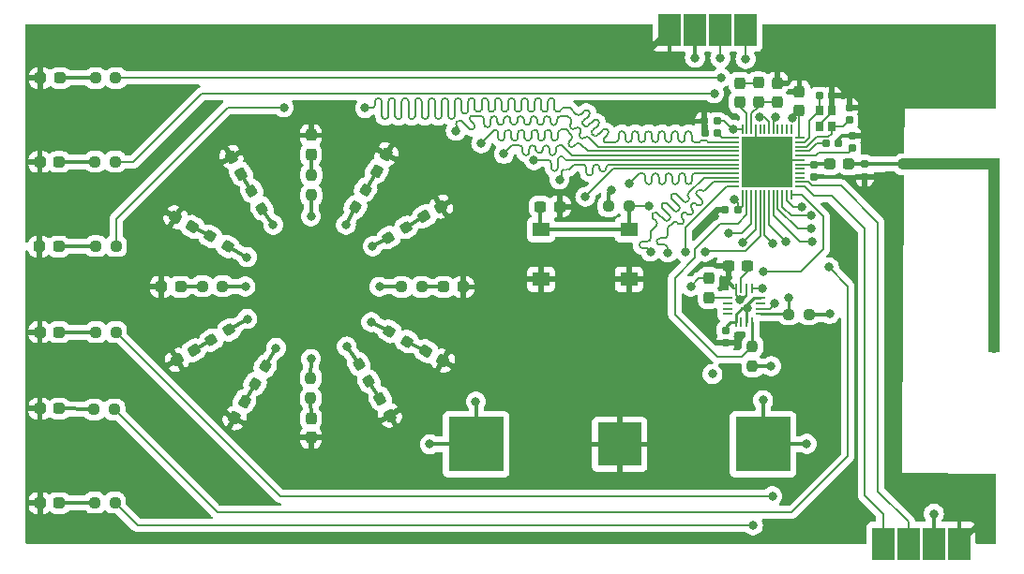
<source format=gbr>
%TF.GenerationSoftware,KiCad,Pcbnew,7.0.6*%
%TF.CreationDate,2024-06-09T16:47:23+02:00*%
%TF.ProjectId,nRF52832_visitcard,6e524635-3238-4333-925f-766973697463,v0.1*%
%TF.SameCoordinates,Original*%
%TF.FileFunction,Copper,L1,Top*%
%TF.FilePolarity,Positive*%
%FSLAX46Y46*%
G04 Gerber Fmt 4.6, Leading zero omitted, Abs format (unit mm)*
G04 Created by KiCad (PCBNEW 7.0.6) date 2024-06-09 16:47:23*
%MOMM*%
%LPD*%
G01*
G04 APERTURE LIST*
G04 Aperture macros list*
%AMRoundRect*
0 Rectangle with rounded corners*
0 $1 Rounding radius*
0 $2 $3 $4 $5 $6 $7 $8 $9 X,Y pos of 4 corners*
0 Add a 4 corners polygon primitive as box body*
4,1,4,$2,$3,$4,$5,$6,$7,$8,$9,$2,$3,0*
0 Add four circle primitives for the rounded corners*
1,1,$1+$1,$2,$3*
1,1,$1+$1,$4,$5*
1,1,$1+$1,$6,$7*
1,1,$1+$1,$8,$9*
0 Add four rect primitives between the rounded corners*
20,1,$1+$1,$2,$3,$4,$5,0*
20,1,$1+$1,$4,$5,$6,$7,0*
20,1,$1+$1,$6,$7,$8,$9,0*
20,1,$1+$1,$8,$9,$2,$3,0*%
G04 Aperture macros list end*
%TA.AperFunction,SMDPad,CuDef*%
%ADD10RoundRect,0.237500X-0.250000X-0.237500X0.250000X-0.237500X0.250000X0.237500X-0.250000X0.237500X0*%
%TD*%
%TA.AperFunction,SMDPad,CuDef*%
%ADD11RoundRect,0.237500X-0.237500X0.250000X-0.237500X-0.250000X0.237500X-0.250000X0.237500X0.250000X0*%
%TD*%
%TA.AperFunction,SMDPad,CuDef*%
%ADD12RoundRect,0.237500X0.237500X-0.250000X0.237500X0.250000X-0.237500X0.250000X-0.237500X-0.250000X0*%
%TD*%
%TA.AperFunction,SMDPad,CuDef*%
%ADD13RoundRect,0.155000X-0.155000X0.212500X-0.155000X-0.212500X0.155000X-0.212500X0.155000X0.212500X0*%
%TD*%
%TA.AperFunction,SMDPad,CuDef*%
%ADD14RoundRect,0.050000X-0.350000X-0.050000X0.350000X-0.050000X0.350000X0.050000X-0.350000X0.050000X0*%
%TD*%
%TA.AperFunction,SMDPad,CuDef*%
%ADD15RoundRect,0.050000X-0.050000X-0.350000X0.050000X-0.350000X0.050000X0.350000X-0.050000X0.350000X0*%
%TD*%
%TA.AperFunction,SMDPad,CuDef*%
%ADD16R,4.600000X4.600000*%
%TD*%
%TA.AperFunction,SMDPad,CuDef*%
%ADD17RoundRect,0.237500X-0.130232X-0.349431X0.367732X-0.061931X0.130232X0.349431X-0.367732X0.061931X0*%
%TD*%
%TA.AperFunction,SMDPad,CuDef*%
%ADD18RoundRect,0.237500X0.250000X0.237500X-0.250000X0.237500X-0.250000X-0.237500X0.250000X-0.237500X0*%
%TD*%
%TA.AperFunction,SMDPad,CuDef*%
%ADD19RoundRect,0.237500X-0.287500X-0.237500X0.287500X-0.237500X0.287500X0.237500X-0.287500X0.237500X0*%
%TD*%
%TA.AperFunction,SMDPad,CuDef*%
%ADD20RoundRect,0.237500X0.237500X-0.300000X0.237500X0.300000X-0.237500X0.300000X-0.237500X-0.300000X0*%
%TD*%
%TA.AperFunction,SMDPad,CuDef*%
%ADD21RoundRect,0.237500X-0.330681X0.097756X-0.080681X-0.335256X0.330681X-0.097756X0.080681X0.335256X0*%
%TD*%
%TA.AperFunction,SMDPad,CuDef*%
%ADD22RoundRect,0.155000X0.155000X-0.212500X0.155000X0.212500X-0.155000X0.212500X-0.155000X-0.212500X0*%
%TD*%
%TA.AperFunction,SMDPad,CuDef*%
%ADD23RoundRect,0.237500X-0.237500X0.287500X-0.237500X-0.287500X0.237500X-0.287500X0.237500X0.287500X0*%
%TD*%
%TA.AperFunction,SMDPad,CuDef*%
%ADD24RoundRect,0.237500X0.237500X-0.287500X0.237500X0.287500X-0.237500X0.287500X-0.237500X-0.287500X0*%
%TD*%
%TA.AperFunction,SMDPad,CuDef*%
%ADD25RoundRect,0.237500X0.349431X-0.130232X0.061931X0.367732X-0.349431X0.130232X-0.061931X-0.367732X0*%
%TD*%
%TA.AperFunction,SMDPad,CuDef*%
%ADD26RoundRect,0.237500X0.287500X0.237500X-0.287500X0.237500X-0.287500X-0.237500X0.287500X-0.237500X0*%
%TD*%
%TA.AperFunction,SMDPad,CuDef*%
%ADD27RoundRect,0.237500X-0.335256X-0.080681X0.097756X-0.330681X0.335256X0.080681X-0.097756X0.330681X0*%
%TD*%
%TA.AperFunction,SMDPad,CuDef*%
%ADD28RoundRect,0.237500X-0.237500X0.300000X-0.237500X-0.300000X0.237500X-0.300000X0.237500X0.300000X0*%
%TD*%
%TA.AperFunction,SMDPad,CuDef*%
%ADD29R,0.800000X0.900000*%
%TD*%
%TA.AperFunction,SMDPad,CuDef*%
%ADD30RoundRect,0.237500X0.335256X0.080681X-0.097756X0.330681X-0.335256X-0.080681X0.097756X-0.330681X0*%
%TD*%
%TA.AperFunction,ConnectorPad*%
%ADD31R,2.000000X3.000000*%
%TD*%
%TA.AperFunction,SMDPad,CuDef*%
%ADD32RoundRect,0.155000X0.212500X0.155000X-0.212500X0.155000X-0.212500X-0.155000X0.212500X-0.155000X0*%
%TD*%
%TA.AperFunction,SMDPad,CuDef*%
%ADD33RoundRect,0.237500X0.367732X0.061931X-0.130232X0.349431X-0.367732X-0.061931X0.130232X-0.349431X0*%
%TD*%
%TA.AperFunction,SMDPad,CuDef*%
%ADD34RoundRect,0.237500X0.300000X0.237500X-0.300000X0.237500X-0.300000X-0.237500X0.300000X-0.237500X0*%
%TD*%
%TA.AperFunction,ConnectorPad*%
%ADD35R,0.250000X0.825000*%
%TD*%
%TA.AperFunction,ConnectorPad*%
%ADD36R,0.825000X0.250000*%
%TD*%
%TA.AperFunction,SMDPad,CuDef*%
%ADD37RoundRect,0.237500X0.061931X-0.367732X0.349431X0.130232X-0.061931X0.367732X-0.349431X-0.130232X0*%
%TD*%
%TA.AperFunction,SMDPad,CuDef*%
%ADD38RoundRect,0.237500X-0.080681X0.335256X-0.330681X-0.097756X0.080681X-0.335256X0.330681X0.097756X0*%
%TD*%
%TA.AperFunction,SMDPad,CuDef*%
%ADD39RoundRect,0.237500X-0.367732X-0.061931X0.130232X-0.349431X0.367732X0.061931X-0.130232X0.349431X0*%
%TD*%
%TA.AperFunction,SMDPad,CuDef*%
%ADD40RoundRect,0.155000X-0.212500X-0.155000X0.212500X-0.155000X0.212500X0.155000X-0.212500X0.155000X0*%
%TD*%
%TA.AperFunction,SMDPad,CuDef*%
%ADD41RoundRect,0.237500X-0.061931X0.367732X-0.349431X-0.130232X0.061931X-0.367732X0.349431X0.130232X0*%
%TD*%
%TA.AperFunction,SMDPad,CuDef*%
%ADD42RoundRect,0.237500X-0.300000X-0.237500X0.300000X-0.237500X0.300000X0.237500X-0.300000X0.237500X0*%
%TD*%
%TA.AperFunction,SMDPad,CuDef*%
%ADD43RoundRect,0.237500X0.097756X0.330681X-0.335256X0.080681X-0.097756X-0.330681X0.335256X-0.080681X0*%
%TD*%
%TA.AperFunction,SMDPad,CuDef*%
%ADD44RoundRect,0.237500X-0.349431X0.130232X-0.061931X-0.367732X0.349431X-0.130232X0.061931X0.367732X0*%
%TD*%
%TA.AperFunction,SMDPad,CuDef*%
%ADD45RoundRect,0.237500X0.130232X0.349431X-0.367732X0.061931X-0.130232X-0.349431X0.367732X-0.061931X0*%
%TD*%
%TA.AperFunction,SMDPad,CuDef*%
%ADD46R,5.000000X5.000000*%
%TD*%
%TA.AperFunction,SMDPad,CuDef*%
%ADD47R,4.000000X4.000000*%
%TD*%
%TA.AperFunction,SMDPad,CuDef*%
%ADD48RoundRect,0.237500X-0.097756X-0.330681X0.335256X-0.080681X0.097756X0.330681X-0.335256X0.080681X0*%
%TD*%
%TA.AperFunction,SMDPad,CuDef*%
%ADD49R,1.550000X1.300000*%
%TD*%
%TA.AperFunction,SMDPad,CuDef*%
%ADD50RoundRect,0.237500X0.080681X-0.335256X0.330681X0.097756X-0.080681X0.335256X-0.330681X-0.097756X0*%
%TD*%
%TA.AperFunction,SMDPad,CuDef*%
%ADD51RoundRect,0.237500X0.330681X-0.097756X0.080681X0.335256X-0.330681X0.097756X-0.080681X-0.335256X0*%
%TD*%
%TA.AperFunction,ViaPad*%
%ADD52C,0.800000*%
%TD*%
%TA.AperFunction,Conductor*%
%ADD53C,0.369300*%
%TD*%
%TA.AperFunction,Conductor*%
%ADD54C,1.000000*%
%TD*%
%TA.AperFunction,Conductor*%
%ADD55C,0.200000*%
%TD*%
%TA.AperFunction,Conductor*%
%ADD56C,0.250000*%
%TD*%
%TA.AperFunction,Conductor*%
%ADD57C,0.150000*%
%TD*%
G04 APERTURE END LIST*
%TA.AperFunction,NonConductor*%
G36*
X188391800Y-93446600D02*
G01*
X189534800Y-93446600D01*
X189534800Y-93929200D01*
X188391800Y-93929200D01*
X188391800Y-93446600D01*
G37*
%TD.AperFunction*%
%TA.AperFunction,NonConductor*%
G36*
X188569600Y-109753400D02*
G01*
X189534800Y-109753400D01*
X189534800Y-110972600D01*
X188569600Y-110972600D01*
X188569600Y-109753400D01*
G37*
%TD.AperFunction*%
D10*
%TO.P,R2,1*%
%TO.N,/SDA*%
X170512100Y-107518200D03*
%TO.P,R2,2*%
%TO.N,VDD*%
X172337100Y-107518200D03*
%TD*%
D11*
%TO.P,R15,1*%
%TO.N,/D7*%
X127355600Y-113285900D03*
%TO.P,R15,2*%
%TO.N,Net-(D7-A)*%
X127355600Y-115110900D03*
%TD*%
D12*
%TO.P,R14,1*%
%TO.N,/D1*%
X127406400Y-96746700D03*
%TO.P,R14,2*%
%TO.N,Net-(D1-A)*%
X127406400Y-94921700D03*
%TD*%
D13*
%TO.P,C15,1*%
%TO.N,/ANT*%
X177393600Y-93962600D03*
%TO.P,C15,2*%
%TO.N,GND*%
X177393600Y-95097600D03*
%TD*%
D14*
%TO.P,U1,1,DEC1*%
%TO.N,Net-(U1-DEC1)*%
X165579000Y-91570800D03*
%TO.P,U1,2,P0.00/XL1*%
%TO.N,/D1*%
X165579000Y-91970800D03*
%TO.P,U1,3,P0.01/XL2*%
%TO.N,/D2*%
X165579000Y-92370800D03*
%TO.P,U1,4,P0.02/AIN0*%
%TO.N,/D3*%
X165579000Y-92770800D03*
%TO.P,U1,5,P0.03/AIN1*%
%TO.N,/D4*%
X165579000Y-93170800D03*
%TO.P,U1,6,P0.04/AIN2*%
%TO.N,/D5*%
X165579000Y-93570800D03*
%TO.P,U1,7,P0.05/AIN3*%
%TO.N,/D6*%
X165579000Y-93970800D03*
%TO.P,U1,8,P0.06*%
%TO.N,/D7*%
X165579000Y-94370800D03*
%TO.P,U1,9,P0.07*%
%TO.N,/D8*%
X165579000Y-94770800D03*
%TO.P,U1,10,P0.08*%
%TO.N,/D9*%
X165579000Y-95170800D03*
%TO.P,U1,11,P0.09*%
%TO.N,/D10*%
X165579000Y-95570800D03*
%TO.P,U1,12,P0.10*%
%TO.N,/D11*%
X165579000Y-95970800D03*
D15*
%TO.P,U1,13,VDD*%
%TO.N,VDD*%
X166329000Y-96720800D03*
%TO.P,U1,14,P0.11*%
%TO.N,/SCL*%
X166729000Y-96720800D03*
%TO.P,U1,15,P0.12*%
%TO.N,/SDA*%
X167129000Y-96720800D03*
%TO.P,U1,16,P0.13*%
%TO.N,/DRDY*%
X167529000Y-96720800D03*
%TO.P,U1,17,P0.14*%
%TO.N,/D12*%
X167929000Y-96720800D03*
%TO.P,U1,18,P0.15*%
%TO.N,/DRSSI1*%
X168329000Y-96720800D03*
%TO.P,U1,19,P0.16*%
%TO.N,/DRSSI2*%
X168729000Y-96720800D03*
%TO.P,U1,20,P0.17*%
%TO.N,/DRSSI3*%
X169129000Y-96720800D03*
%TO.P,U1,21,P0.18*%
%TO.N,/DRSSI4*%
X169529000Y-96720800D03*
%TO.P,U1,22,P0.19*%
%TO.N,/DRSSI5*%
X169929000Y-96720800D03*
%TO.P,U1,23,P0.20*%
%TO.N,/DRSSI6*%
X170329000Y-96720800D03*
%TO.P,U1,24,P0.21/RESET*%
%TO.N,/PB*%
X170729000Y-96720800D03*
D14*
%TO.P,U1,25,SWDCLK*%
%TO.N,/SWDCLK*%
X171479000Y-95970800D03*
%TO.P,U1,26,SWDIO*%
%TO.N,/SWDIO*%
X171479000Y-95570800D03*
%TO.P,U1,27,P0.22*%
%TO.N,unconnected-(U1-P0.22-Pad27)*%
X171479000Y-95170800D03*
%TO.P,U1,28,P0.23*%
%TO.N,unconnected-(U1-P0.23-Pad28)*%
X171479000Y-94770800D03*
%TO.P,U1,29,P0.24*%
%TO.N,unconnected-(U1-P0.24-Pad29)*%
X171479000Y-94370800D03*
%TO.P,U1,30,ANT*%
%TO.N,/ANT_IC*%
X171479000Y-93970800D03*
%TO.P,U1,31,VSS*%
%TO.N,GND*%
X171479000Y-93570800D03*
%TO.P,U1,32,DEC2*%
%TO.N,Net-(U1-DEC2)*%
X171479000Y-93170800D03*
%TO.P,U1,33,DEC3*%
%TO.N,Net-(U1-DEC3)*%
X171479000Y-92770800D03*
%TO.P,U1,34,XC1*%
%TO.N,/HC1*%
X171479000Y-92370800D03*
%TO.P,U1,35,XC2*%
%TO.N,/XC2*%
X171479000Y-91970800D03*
%TO.P,U1,36,VDD*%
%TO.N,VDD*%
X171479000Y-91570800D03*
D15*
%TO.P,U1,37,P0.25*%
%TO.N,unconnected-(U1-P0.25-Pad37)*%
X170729000Y-90820800D03*
%TO.P,U1,38,P0.26*%
%TO.N,unconnected-(U1-P0.26-Pad38)*%
X170329000Y-90820800D03*
%TO.P,U1,39,P0.27*%
%TO.N,unconnected-(U1-P0.27-Pad39)*%
X169929000Y-90820800D03*
%TO.P,U1,40,P0.28/AIN4*%
%TO.N,unconnected-(U1-P0.28{slash}AIN4-Pad40)*%
X169529000Y-90820800D03*
%TO.P,U1,41,P0.29/AIN5*%
%TO.N,/TX*%
X169129000Y-90820800D03*
%TO.P,U1,42,P0.30/AIN6*%
%TO.N,/RX*%
X168729000Y-90820800D03*
%TO.P,U1,43,P0.31/AIN7*%
%TO.N,unconnected-(U1-P0.31{slash}AIN7-Pad43)*%
X168329000Y-90820800D03*
%TO.P,U1,44,N.C.*%
%TO.N,unconnected-(U1-N.C.-Pad44)*%
X167929000Y-90820800D03*
%TO.P,U1,45,VSS*%
%TO.N,GND*%
X167529000Y-90820800D03*
%TO.P,U1,46,DEC4*%
%TO.N,/DEC4*%
X167129000Y-90820800D03*
%TO.P,U1,47,DCC*%
%TO.N,/DCC*%
X166729000Y-90820800D03*
%TO.P,U1,48,VDD*%
%TO.N,VDD*%
X166329000Y-90820800D03*
D16*
%TO.P,U1,49,Exposed_die*%
%TO.N,GND*%
X168529000Y-93770800D03*
%TD*%
D17*
%TO.P,D9,1,K*%
%TO.N,GND*%
X115299056Y-111644400D03*
%TO.P,D9,2,A*%
%TO.N,Net-(D9-A)*%
X116814600Y-110769400D03*
%TD*%
D18*
%TO.P,R5,1*%
%TO.N,/DRSSI3*%
X109775000Y-109143800D03*
%TO.P,R5,2*%
%TO.N,Net-(D16-A)*%
X107950000Y-109143800D03*
%TD*%
D19*
%TO.P,D16,1,K*%
%TO.N,GND*%
X102898000Y-109143800D03*
%TO.P,D16,2,A*%
%TO.N,Net-(D16-A)*%
X104648000Y-109143800D03*
%TD*%
D10*
%TO.P,R21,1*%
%TO.N,VDD*%
X154256100Y-97739200D03*
%TO.P,R21,2*%
%TO.N,/PB*%
X156081100Y-97739200D03*
%TD*%
D20*
%TO.P,C2,1*%
%TO.N,VDD*%
X171475400Y-89102100D03*
%TO.P,C2,2*%
%TO.N,GND*%
X171475400Y-87377100D03*
%TD*%
D21*
%TO.P,R17,1*%
%TO.N,/D6*%
X131699000Y-112014000D03*
%TO.P,R17,2*%
%TO.N,Net-(D6-A)*%
X132611500Y-113594496D03*
%TD*%
D19*
%TO.P,D17,1,K*%
%TO.N,GND*%
X102898000Y-116052600D03*
%TO.P,D17,2,A*%
%TO.N,Net-(D17-A)*%
X104648000Y-116052600D03*
%TD*%
D22*
%TO.P,C6,1*%
%TO.N,/HC1*%
X175971200Y-89975500D03*
%TO.P,C6,2*%
%TO.N,GND*%
X175971200Y-88840500D03*
%TD*%
D19*
%TO.P,D14,1,K*%
%TO.N,GND*%
X102898000Y-93751400D03*
%TO.P,D14,2,A*%
%TO.N,Net-(D14-A)*%
X104648000Y-93751400D03*
%TD*%
D23*
%TO.P,D1,1,K*%
%TO.N,GND*%
X127381000Y-91341000D03*
%TO.P,D1,2,A*%
%TO.N,Net-(D1-A)*%
X127381000Y-93091000D03*
%TD*%
D24*
%TO.P,L2,1,1*%
%TO.N,/DEC4*%
X167767000Y-88350000D03*
%TO.P,L2,2,2*%
%TO.N,/DCC_MID*%
X167767000Y-86600000D03*
%TD*%
D20*
%TO.P,C3,1*%
%TO.N,/DEC4*%
X169468800Y-88339000D03*
%TO.P,C3,2*%
%TO.N,GND*%
X169468800Y-86614000D03*
%TD*%
D25*
%TO.P,D6,1,K*%
%TO.N,GND*%
X134498700Y-116657972D03*
%TO.P,D6,2,A*%
%TO.N,Net-(D6-A)*%
X133623700Y-115142428D03*
%TD*%
D26*
%TO.P,D4,1,K*%
%TO.N,GND*%
X141094400Y-105054400D03*
%TO.P,D4,2,A*%
%TO.N,Net-(D4-A)*%
X139344400Y-105054400D03*
%TD*%
D27*
%TO.P,R19,1*%
%TO.N,/D5*%
X134467600Y-109067600D03*
%TO.P,R19,2*%
%TO.N,Net-(D5-A)*%
X136048096Y-109980100D03*
%TD*%
D13*
%TO.P,C11,1*%
%TO.N,VDD*%
X164795200Y-108966000D03*
%TO.P,C11,2*%
%TO.N,GND*%
X164795200Y-110101000D03*
%TD*%
D28*
%TO.P,C9,1*%
%TO.N,/SETC*%
X163296600Y-104293500D03*
%TO.P,C9,2*%
%TO.N,/SETP*%
X163296600Y-106018500D03*
%TD*%
D19*
%TO.P,L3,1,1*%
%TO.N,/ANT_IC*%
X174210800Y-93958400D03*
%TO.P,L3,2,2*%
%TO.N,/ANT*%
X175960800Y-93958400D03*
%TD*%
%TO.P,D15,1,K*%
%TO.N,GND*%
X102847200Y-101396800D03*
%TO.P,D15,2,A*%
%TO.N,Net-(D15-A)*%
X104597200Y-101396800D03*
%TD*%
D29*
%TO.P,Y1,1,1*%
%TO.N,/HC1*%
X174387600Y-90539800D03*
%TO.P,Y1,2,2*%
%TO.N,GND*%
X174387600Y-89139800D03*
%TO.P,Y1,3,3*%
%TO.N,/XC2*%
X173287600Y-89139800D03*
%TO.P,Y1,4,4*%
%TO.N,GND*%
X173287600Y-90539800D03*
%TD*%
D30*
%TO.P,R10,1*%
%TO.N,/D11*%
X119865448Y-101395850D03*
%TO.P,R10,2*%
%TO.N,Net-(D11-A)*%
X118284952Y-100483350D03*
%TD*%
D31*
%TO.P,Programming,1,Pin_1*%
%TO.N,GND*%
X185877200Y-128270000D03*
%TO.P,Programming,2,Pin_2*%
%TO.N,VDD*%
X183591200Y-128270000D03*
%TO.P,Programming,3,Pin_3*%
%TO.N,/SWDIO*%
X181305200Y-128270000D03*
%TO.P,Programming,4,Pin_4*%
%TO.N,/SWDCLK*%
X179019200Y-128270000D03*
%TD*%
D32*
%TO.P,C4,1*%
%TO.N,VDD*%
X165896100Y-98044000D03*
%TO.P,C4,2*%
%TO.N,GND*%
X164761100Y-98044000D03*
%TD*%
D18*
%TO.P,R4,1*%
%TO.N,/DRSSI2*%
X109622600Y-116128800D03*
%TO.P,R4,2*%
%TO.N,Net-(D17-A)*%
X107797600Y-116128800D03*
%TD*%
D33*
%TO.P,D5,1,K*%
%TO.N,GND*%
X139285144Y-111720600D03*
%TO.P,D5,2,A*%
%TO.N,Net-(D5-A)*%
X137769600Y-110845600D03*
%TD*%
D34*
%TO.P,C10,1*%
%TO.N,Net-(U2-C1)*%
X166775300Y-103124000D03*
%TO.P,C10,2*%
%TO.N,GND*%
X165050300Y-103124000D03*
%TD*%
D19*
%TO.P,D18,1,K*%
%TO.N,GND*%
X102909400Y-124587000D03*
%TO.P,D18,2,A*%
%TO.N,Net-(D18-A)*%
X104659400Y-124587000D03*
%TD*%
D32*
%TO.P,C14,1*%
%TO.N,GND*%
X174998000Y-92100400D03*
%TO.P,C14,2*%
%TO.N,Net-(U1-DEC3)*%
X173863000Y-92100400D03*
%TD*%
D35*
%TO.P,U2,1,SCL*%
%TO.N,/SCL*%
X167221600Y-108206200D03*
%TO.P,U2,2,VDD*%
%TO.N,VDD*%
X166721600Y-108206200D03*
%TO.P,U2,3,NC*%
%TO.N,unconnected-(U2-NC-Pad3)*%
X166221600Y-108206200D03*
%TO.P,U2,4,S1*%
%TO.N,VDD*%
X165721600Y-108206200D03*
D36*
%TO.P,U2,5,NC*%
%TO.N,unconnected-(U2-NC-Pad5)*%
X164971600Y-107506200D03*
%TO.P,U2,6,NC*%
%TO.N,unconnected-(U2-NC-Pad6)*%
X164971600Y-107006200D03*
%TO.P,U2,7,NC*%
%TO.N,unconnected-(U2-NC-Pad7)*%
X164971600Y-106506200D03*
%TO.P,U2,8,SETP*%
%TO.N,/SETP*%
X164971600Y-106006200D03*
D35*
%TO.P,U2,9,GND*%
%TO.N,GND*%
X165721600Y-105206200D03*
%TO.P,U2,10,C1*%
%TO.N,Net-(U2-C1)*%
X166221600Y-105206200D03*
%TO.P,U2,11,GND*%
%TO.N,GND*%
X166721600Y-105206200D03*
%TO.P,U2,12,SETC*%
%TO.N,/SETC*%
X167221600Y-105206200D03*
D36*
%TO.P,U2,13,VDDIO*%
%TO.N,VDD*%
X167971600Y-106006200D03*
%TO.P,U2,14,NC*%
%TO.N,unconnected-(U2-NC-Pad14)*%
X167971600Y-106506200D03*
%TO.P,U2,15,DRDY*%
%TO.N,/DRDY*%
X167971600Y-107006200D03*
%TO.P,U2,16,SDA*%
%TO.N,/SDA*%
X167971600Y-107506200D03*
%TD*%
D19*
%TO.P,D13,1,K*%
%TO.N,GND*%
X102960200Y-86156800D03*
%TO.P,D13,2,A*%
%TO.N,Net-(D13-A)*%
X104710200Y-86156800D03*
%TD*%
D24*
%TO.P,D7,1,K*%
%TO.N,GND*%
X127381000Y-118666200D03*
%TO.P,D7,2,A*%
%TO.N,Net-(D7-A)*%
X127381000Y-116916200D03*
%TD*%
D18*
%TO.P,R3,1*%
%TO.N,/DRSSI1*%
X109675300Y-124561600D03*
%TO.P,R3,2*%
%TO.N,Net-(D18-A)*%
X107850300Y-124561600D03*
%TD*%
D37*
%TO.P,D8,1,K*%
%TO.N,GND*%
X120486200Y-116907744D03*
%TO.P,D8,2,A*%
%TO.N,Net-(D8-A)*%
X121361200Y-115392200D03*
%TD*%
D38*
%TO.P,R13,1*%
%TO.N,/D8*%
X123239850Y-112239752D03*
%TO.P,R13,2*%
%TO.N,Net-(D8-A)*%
X122327350Y-113820248D03*
%TD*%
D13*
%TO.P,C13,1*%
%TO.N,GND*%
X176250600Y-91389200D03*
%TO.P,C13,2*%
%TO.N,Net-(U1-DEC2)*%
X176250600Y-92524200D03*
%TD*%
D32*
%TO.P,C8,1*%
%TO.N,VDD*%
X164050600Y-90068400D03*
%TO.P,C8,2*%
%TO.N,GND*%
X162915600Y-90068400D03*
%TD*%
D18*
%TO.P,R6,1*%
%TO.N,/DRSSI4*%
X109775000Y-101371400D03*
%TO.P,R6,2*%
%TO.N,Net-(D15-A)*%
X107950000Y-101371400D03*
%TD*%
%TO.P,R7,1*%
%TO.N,/DRSSI5*%
X109698800Y-93726000D03*
%TO.P,R7,2*%
%TO.N,Net-(D14-A)*%
X107873800Y-93726000D03*
%TD*%
D39*
%TO.P,D11,1,K*%
%TO.N,GND*%
X115167828Y-98749500D03*
%TO.P,D11,2,A*%
%TO.N,Net-(D11-A)*%
X116683372Y-99624500D03*
%TD*%
D40*
%TO.P,C5,1*%
%TO.N,/XC2*%
X173270100Y-87757000D03*
%TO.P,C5,2*%
%TO.N,GND*%
X174405100Y-87757000D03*
%TD*%
D41*
%TO.P,D2,1,K*%
%TO.N,GND*%
X134191050Y-93066980D03*
%TO.P,D2,2,A*%
%TO.N,Net-(D2-A)*%
X133316050Y-94582524D03*
%TD*%
D10*
%TO.P,R20,1*%
%TO.N,/D4*%
X135559800Y-105054400D03*
%TO.P,R20,2*%
%TO.N,Net-(D4-A)*%
X137384800Y-105054400D03*
%TD*%
D42*
%TO.P,C12,1*%
%TO.N,/PB*%
X148083100Y-97790000D03*
%TO.P,C12,2*%
%TO.N,GND*%
X149808100Y-97790000D03*
%TD*%
D43*
%TO.P,R11,1*%
%TO.N,/D9*%
X119967048Y-108941550D03*
%TO.P,R11,2*%
%TO.N,Net-(D9-A)*%
X118386552Y-109854050D03*
%TD*%
D44*
%TO.P,D12,1,K*%
%TO.N,GND*%
X120192800Y-93319600D03*
%TO.P,D12,2,A*%
%TO.N,Net-(D12-A)*%
X121067800Y-94835144D03*
%TD*%
D19*
%TO.P,D10,1,K*%
%TO.N,GND*%
X113856800Y-105029000D03*
%TO.P,D10,2,A*%
%TO.N,Net-(D10-A)*%
X115606800Y-105029000D03*
%TD*%
D31*
%TO.P,UART,1,Pin_1*%
%TO.N,GND*%
X159766000Y-81788000D03*
%TO.P,UART,2,Pin_2*%
%TO.N,VDD*%
X162052000Y-81788000D03*
%TO.P,UART,3,Pin_3*%
%TO.N,/RX*%
X164338000Y-81788000D03*
%TO.P,UART,4,Pin_4*%
%TO.N,/TX*%
X166624000Y-81788000D03*
%TD*%
D45*
%TO.P,D3,1,K*%
%TO.N,GND*%
X139118648Y-97790950D03*
%TO.P,D3,2,A*%
%TO.N,Net-(D3-A)*%
X137603104Y-98665950D03*
%TD*%
D32*
%TO.P,C1,1*%
%TO.N,Net-(U1-DEC1)*%
X164067300Y-91135200D03*
%TO.P,C1,2*%
%TO.N,GND*%
X162932300Y-91135200D03*
%TD*%
D46*
%TO.P,BT1,1,+*%
%TO.N,VDD*%
X168194800Y-119278400D03*
X142294800Y-119278400D03*
D47*
%TO.P,BT1,2,-*%
%TO.N,GND*%
X155244800Y-119278400D03*
%TD*%
D48*
%TO.P,R18,1*%
%TO.N,/D3*%
X134388552Y-100583050D03*
%TO.P,R18,2*%
%TO.N,Net-(D3-A)*%
X135969048Y-99670550D03*
%TD*%
D49*
%TO.P,SW1,1,1*%
%TO.N,/PB*%
X148145600Y-99858000D03*
X156095600Y-99858000D03*
%TO.P,SW1,2,2*%
%TO.N,GND*%
X148145600Y-104358000D03*
X156095600Y-104358000D03*
%TD*%
D11*
%TO.P,R1,1*%
%TO.N,/SCL*%
X167233600Y-110417600D03*
%TO.P,R1,2*%
%TO.N,VDD*%
X167233600Y-112242600D03*
%TD*%
D18*
%TO.P,R9,1*%
%TO.N,/D10*%
X119403500Y-104978200D03*
%TO.P,R9,2*%
%TO.N,Net-(D10-A)*%
X117578500Y-104978200D03*
%TD*%
D50*
%TO.P,R16,1*%
%TO.N,/D2*%
X131394200Y-97840800D03*
%TO.P,R16,2*%
%TO.N,Net-(D2-A)*%
X132306700Y-96260304D03*
%TD*%
D18*
%TO.P,R8,1*%
%TO.N,/DRSSI6*%
X109753400Y-86156800D03*
%TO.P,R8,2*%
%TO.N,Net-(D13-A)*%
X107928400Y-86156800D03*
%TD*%
D13*
%TO.P,C7,1*%
%TO.N,/ANT_IC*%
X172799800Y-93975100D03*
%TO.P,C7,2*%
%TO.N,GND*%
X172799800Y-95110100D03*
%TD*%
D23*
%TO.P,L1,1,1*%
%TO.N,/DCC_MID*%
X166090600Y-86614000D03*
%TO.P,L1,2,2*%
%TO.N,/DCC*%
X166090600Y-88364000D03*
%TD*%
D51*
%TO.P,R12,1*%
%TO.N,/D12*%
X122934100Y-97948096D03*
%TO.P,R12,2*%
%TO.N,Net-(D12-A)*%
X122021600Y-96367600D03*
%TD*%
D52*
%TO.N,VDD*%
X165531800Y-90820800D03*
X183616600Y-125552200D03*
X165633400Y-97129600D03*
X168935400Y-112217200D03*
X162052000Y-84328000D03*
X172135800Y-119227600D03*
X166744278Y-106996194D03*
X170865800Y-89763600D03*
X138099800Y-119278400D03*
X154533600Y-96266000D03*
X142265400Y-115417600D03*
X174193200Y-107492800D03*
X168198800Y-115290600D03*
%TO.N,GND*%
X187960000Y-123190000D03*
X165887400Y-110109000D03*
X109220000Y-90170000D03*
X166116000Y-106218202D03*
X137160000Y-83820000D03*
X179832000Y-109220000D03*
X168910000Y-93980000D03*
X123190000Y-120650000D03*
X109220000Y-105410000D03*
X139700000Y-83820000D03*
X167640000Y-92710000D03*
X179832000Y-97790000D03*
X114300000Y-83820000D03*
X171450000Y-127000000D03*
X179832000Y-105410000D03*
X179832000Y-116840000D03*
X179832000Y-101600000D03*
X164820600Y-104495600D03*
X116840000Y-95250000D03*
X152400000Y-83820000D03*
X179832000Y-113030000D03*
X179832000Y-104140000D03*
X179832000Y-95250000D03*
X179832000Y-87630000D03*
X179832000Y-114300000D03*
X152400000Y-107950000D03*
X185420000Y-123190000D03*
X179832000Y-115570000D03*
X179832000Y-90170000D03*
X171475400Y-83693000D03*
X179832000Y-119380000D03*
X184150000Y-87630000D03*
X114300000Y-87630000D03*
X179832000Y-99060000D03*
X173990000Y-127000000D03*
X147320000Y-113030000D03*
X109220000Y-120650000D03*
X185928000Y-125476000D03*
X185420000Y-87630000D03*
X160020000Y-88900000D03*
X119380000Y-83820000D03*
X181356000Y-87630000D03*
X149860000Y-83820000D03*
X179832000Y-102870000D03*
X182880000Y-123190000D03*
X124460000Y-83820000D03*
X121920000Y-83820000D03*
X111760000Y-88900000D03*
X154940000Y-83820000D03*
X179832000Y-111760000D03*
X124460000Y-116840000D03*
X127000000Y-83820000D03*
X186690000Y-87630000D03*
X159766000Y-84328000D03*
X179832000Y-106680000D03*
X179832000Y-123190000D03*
X179832000Y-107950000D03*
X173990000Y-110490000D03*
X179832000Y-120650000D03*
X173990000Y-116840000D03*
X179705000Y-91897200D03*
X157480000Y-83820000D03*
X182880000Y-87630000D03*
X149860000Y-110490000D03*
X157480000Y-88900000D03*
X109220000Y-96520000D03*
X179832000Y-100330000D03*
X184150000Y-123190000D03*
X113030000Y-99060000D03*
X173990000Y-113030000D03*
X179832000Y-96520000D03*
X142240000Y-83820000D03*
X169468800Y-83515200D03*
X179832000Y-118110000D03*
X179832000Y-110490000D03*
X179832000Y-88900000D03*
X144780000Y-83820000D03*
X116840000Y-83820000D03*
X179832000Y-121920000D03*
X109220000Y-113030000D03*
X186690000Y-123190000D03*
X129540000Y-83820000D03*
X154940000Y-88900000D03*
X181356000Y-123190000D03*
X168910000Y-92710000D03*
X187960000Y-87630000D03*
X163779200Y-98653600D03*
X113030000Y-124460000D03*
X132080000Y-83820000D03*
X134620000Y-83820000D03*
X147320000Y-83820000D03*
%TO.N,/SETC*%
X168173400Y-105181400D03*
X161671000Y-105003600D03*
%TO.N,/PB*%
X168224200Y-103682800D03*
X157886400Y-97764600D03*
%TO.N,/SDA*%
X170512100Y-106045000D03*
X165100002Y-100203000D03*
%TO.N,/DRSSI1*%
X169066824Y-101097073D03*
X167284400Y-126619000D03*
%TO.N,/DRSSI2*%
X174142400Y-103276400D03*
X170256200Y-100914200D03*
%TO.N,/DRSSI3*%
X172643800Y-100965000D03*
X169037000Y-123977400D03*
%TO.N,/DRSSI4*%
X172567598Y-99796600D03*
X124917200Y-88823800D03*
%TO.N,/DRSSI5*%
X172564037Y-98608693D03*
X163779200Y-87553800D03*
%TO.N,/DRSSI6*%
X171699381Y-97830054D03*
X164388800Y-86131400D03*
%TO.N,/D10*%
X121462800Y-105003600D03*
X159588200Y-101930200D03*
%TO.N,/D11*%
X121589800Y-102362000D03*
X161163000Y-101879400D03*
%TO.N,/D9*%
X121615200Y-107950000D03*
X158038800Y-101854000D03*
%TO.N,/D12*%
X123977400Y-99441000D03*
X163626800Y-112928400D03*
X162966413Y-101879387D03*
%TO.N,/D8*%
X156108400Y-95732600D03*
X124231400Y-110566200D03*
%TO.N,/D1*%
X132257800Y-88874600D03*
X127381000Y-98653600D03*
%TO.N,/D7*%
X127381000Y-111556800D03*
X152146000Y-96901000D03*
%TO.N,/D2*%
X130529650Y-99438152D03*
X140462000Y-90932000D03*
%TO.N,/D6*%
X130606800Y-110439200D03*
X149809200Y-95326200D03*
%TO.N,/D3*%
X132943600Y-101371400D03*
X142748000Y-92049600D03*
%TO.N,/D5*%
X147497800Y-93573600D03*
X132816600Y-108229400D03*
%TO.N,/D4*%
X144805400Y-93014800D03*
X133553200Y-105029000D03*
%TO.N,/DRDY*%
X169214800Y-106578400D03*
X166319200Y-101066600D03*
%TO.N,/RX*%
X167868600Y-89662000D03*
X164338000Y-84353400D03*
%TO.N,/TX*%
X169316400Y-89712800D03*
X166624000Y-84429600D03*
%TD*%
D53*
%TO.N,/ANT*%
X175960800Y-93958400D02*
X177389400Y-93958400D01*
D54*
X180848000Y-93954600D02*
X186436000Y-93954600D01*
X186436000Y-93954600D02*
X189052200Y-93954600D01*
D53*
X177393600Y-93962600D02*
X180848000Y-93954600D01*
X177389400Y-93958400D02*
X177393600Y-93962600D01*
D54*
X189052200Y-93954600D02*
X189052200Y-110490000D01*
D53*
%TO.N,VDD*%
X167233600Y-112242600D02*
X168910000Y-112242600D01*
X172337100Y-107518200D02*
X174167800Y-107518200D01*
X172085000Y-119278400D02*
X172135800Y-119227600D01*
D55*
X171475400Y-91567200D02*
X171479000Y-91570800D01*
D56*
X165721600Y-108206200D02*
X165224800Y-108206200D01*
D53*
X154256100Y-96543500D02*
X154533600Y-96266000D01*
D55*
X165896100Y-97392300D02*
X165633400Y-97129600D01*
D56*
X165721600Y-108206200D02*
X165721600Y-107518700D01*
D55*
X164668200Y-90068400D02*
X165420600Y-90820800D01*
D56*
X164795200Y-108635800D02*
X164795200Y-108966000D01*
D55*
X165420600Y-90820800D02*
X165531800Y-90820800D01*
D53*
X142294800Y-119278400D02*
X142294800Y-115447000D01*
X142294800Y-115447000D02*
X142265400Y-115417600D01*
X154256100Y-97739200D02*
X154256100Y-96543500D01*
D55*
X171475400Y-89154000D02*
X170865800Y-89763600D01*
D53*
X162052000Y-81788000D02*
X162052000Y-84328000D01*
D55*
X166329000Y-96720800D02*
X166329000Y-97695300D01*
X171475400Y-89102100D02*
X171475400Y-91567200D01*
X165896100Y-98044000D02*
X165896100Y-97392300D01*
D56*
X166744278Y-106615229D02*
X166744278Y-106996194D01*
X166721600Y-108206200D02*
X166721600Y-107018872D01*
D53*
X183591200Y-128447800D02*
X183591200Y-125577600D01*
D55*
X165896100Y-98044000D02*
X165980300Y-98044000D01*
D56*
X167971600Y-106006200D02*
X167353307Y-106006200D01*
D53*
X142294800Y-119278400D02*
X138099800Y-119278400D01*
D55*
X166329000Y-90820800D02*
X165531800Y-90820800D01*
D53*
X168194800Y-115294600D02*
X168198800Y-115290600D01*
X183591200Y-125577600D02*
X183616600Y-125552200D01*
X168194800Y-119278400D02*
X172085000Y-119278400D01*
D56*
X165721600Y-107518700D02*
X166244106Y-106996194D01*
X166721600Y-107018872D02*
X166744278Y-106996194D01*
D55*
X166329000Y-97695300D02*
X165963600Y-98060700D01*
D56*
X165224800Y-108206200D02*
X164795200Y-108635800D01*
D53*
X168194800Y-119278400D02*
X168194800Y-115294600D01*
D56*
X167353307Y-106006200D02*
X166744278Y-106615229D01*
D55*
X171475400Y-89102100D02*
X171475400Y-89154000D01*
D56*
X166244106Y-106996194D02*
X166744278Y-106996194D01*
D53*
X168910000Y-112242600D02*
X168935400Y-112217200D01*
D55*
X164050600Y-90068400D02*
X164668200Y-90068400D01*
D53*
X174167800Y-107518200D02*
X174193200Y-107492800D01*
D55*
X165980300Y-98044000D02*
X166329000Y-97695300D01*
D53*
%TO.N,GND*%
X169468800Y-86996100D02*
X169468800Y-85852000D01*
X171475400Y-87377100D02*
X171475400Y-83693000D01*
X175336200Y-91389200D02*
X176250600Y-91389200D01*
X169468800Y-86614000D02*
X169468800Y-85852000D01*
X177381100Y-95110100D02*
X177393600Y-95097600D01*
D55*
X165721600Y-105777600D02*
X165721600Y-105206200D01*
D53*
X179725600Y-91876600D02*
X179705000Y-91897200D01*
D57*
X174387600Y-89139800D02*
X174387600Y-89289800D01*
D53*
X169468800Y-85852000D02*
X169468800Y-83515200D01*
D55*
X166721600Y-105206200D02*
X166721600Y-105843700D01*
D53*
X164795200Y-110101000D02*
X165879400Y-110101000D01*
X185877200Y-125526800D02*
X185928000Y-125476000D01*
D57*
X174387600Y-89289800D02*
X173287600Y-90389800D01*
X173287600Y-90389800D02*
X173287600Y-90539800D01*
D53*
X165879400Y-110101000D02*
X165887400Y-110109000D01*
D55*
X167529000Y-90820800D02*
X167529000Y-92599000D01*
X166547800Y-105968800D02*
X165912800Y-105968800D01*
D53*
X162932300Y-91135200D02*
X162932300Y-90085100D01*
X176250600Y-91389200D02*
X179197000Y-91389200D01*
X179197000Y-91389200D02*
X179705000Y-91897200D01*
D55*
X165912800Y-105968800D02*
X165721600Y-105777600D01*
X166721600Y-105843700D02*
X166347098Y-106218202D01*
X165531200Y-105206200D02*
X164820600Y-104495600D01*
D53*
X162932300Y-90085100D02*
X162915600Y-90068400D01*
D55*
X164761100Y-98044000D02*
X164388800Y-98044000D01*
D53*
X159766000Y-81788000D02*
X159766000Y-84328000D01*
X172799800Y-95110100D02*
X177381100Y-95110100D01*
D55*
X168729000Y-93570800D02*
X168529000Y-93770800D01*
X166721600Y-105795000D02*
X166547800Y-105968800D01*
X171479000Y-93570800D02*
X168729000Y-93570800D01*
X167529000Y-92599000D02*
X167640000Y-92710000D01*
D53*
X185877200Y-128270000D02*
X185877200Y-125526800D01*
X177393600Y-95097600D02*
X179679600Y-95097600D01*
D55*
X166347098Y-106218202D02*
X166116000Y-106218202D01*
D53*
X179679600Y-95097600D02*
X179832000Y-95250000D01*
X174998000Y-92100400D02*
X174998000Y-91727400D01*
D55*
X165721600Y-105206200D02*
X165531200Y-105206200D01*
D53*
X174998000Y-91727400D02*
X175336200Y-91389200D01*
D55*
X164388800Y-98044000D02*
X163779200Y-98653600D01*
X166721600Y-105206200D02*
X166721600Y-105795000D01*
%TO.N,Net-(U1-DEC1)*%
X164502900Y-91570800D02*
X164067300Y-91135200D01*
X165579000Y-91570800D02*
X164502900Y-91570800D01*
%TO.N,/DEC4*%
X167767000Y-88350000D02*
X167767000Y-88719600D01*
X167778000Y-88339000D02*
X167767000Y-88350000D01*
X167129000Y-89357600D02*
X167129000Y-90820800D01*
X169468800Y-88339000D02*
X167778000Y-88339000D01*
X167767000Y-88719600D02*
X167129000Y-89357600D01*
%TO.N,/XC2*%
X171979114Y-91970800D02*
X172389800Y-91560114D01*
X173287600Y-89139800D02*
X173287600Y-87774500D01*
X172389800Y-91560114D02*
X172389800Y-90037600D01*
X171479000Y-91970800D02*
X171979114Y-91970800D01*
X173287600Y-87774500D02*
X173270100Y-87757000D01*
X172389800Y-90037600D02*
X173287600Y-89139800D01*
%TO.N,/HC1*%
X174387600Y-90539800D02*
X175406900Y-90539800D01*
X174387600Y-90539800D02*
X174387600Y-91189800D01*
X173025200Y-91490400D02*
X172144800Y-92370800D01*
X174387600Y-91189800D02*
X174087000Y-91490400D01*
X174087000Y-91490400D02*
X173025200Y-91490400D01*
X172144800Y-92370800D02*
X171479000Y-92370800D01*
X175406900Y-90539800D02*
X175971200Y-89975500D01*
D53*
%TO.N,/ANT_IC*%
X172816500Y-93958400D02*
X172799800Y-93975100D01*
X174210800Y-93958400D02*
X172816500Y-93958400D01*
D55*
X172795500Y-93970800D02*
X172799800Y-93975100D01*
X171479000Y-93970800D02*
X172795500Y-93970800D01*
%TO.N,/SETC*%
X163296600Y-104293500D02*
X162381100Y-104293500D01*
X168173400Y-105181400D02*
X167246400Y-105181400D01*
X167246400Y-105181400D02*
X167221600Y-105206200D01*
X162381100Y-104293500D02*
X161671000Y-105003600D01*
%TO.N,/SETP*%
X163296600Y-106018500D02*
X164959300Y-106018500D01*
X164959300Y-106018500D02*
X164971600Y-106006200D01*
%TO.N,Net-(U2-C1)*%
X166221600Y-104237600D02*
X166221600Y-105206200D01*
X166775300Y-103124000D02*
X166775300Y-103683900D01*
X166775300Y-103683900D02*
X166221600Y-104237600D01*
%TO.N,/PB*%
X171666094Y-96720800D02*
X173634400Y-98689106D01*
X157886400Y-97764600D02*
X156106500Y-97764600D01*
X173634400Y-98689106D02*
X173634400Y-101625400D01*
X156106500Y-97764600D02*
X156081100Y-97739200D01*
D53*
X156095600Y-99858000D02*
X148145600Y-99858000D01*
X148083100Y-97790000D02*
X148083100Y-99795500D01*
X156081100Y-97739200D02*
X156081100Y-99843500D01*
X156081100Y-99843500D02*
X156095600Y-99858000D01*
X148083100Y-99795500D02*
X148145600Y-99858000D01*
D55*
X170729000Y-96720800D02*
X171666094Y-96720800D01*
X173634400Y-101625400D02*
X171577000Y-103682800D01*
X171577000Y-103682800D02*
X168224200Y-103682800D01*
D53*
%TO.N,Net-(D1-A)*%
X127406400Y-94921700D02*
X127381000Y-93091000D01*
%TO.N,Net-(D2-A)*%
X132306700Y-96260304D02*
X133316050Y-94582524D01*
%TO.N,Net-(D3-A)*%
X135969048Y-99670550D02*
X137603104Y-98665950D01*
%TO.N,Net-(D4-A)*%
X137384800Y-105054400D02*
X139344400Y-105054400D01*
%TO.N,Net-(D5-A)*%
X136048096Y-109980100D02*
X137769600Y-110845600D01*
%TO.N,Net-(D6-A)*%
X132611500Y-113594496D02*
X133623700Y-115142428D01*
%TO.N,Net-(D7-A)*%
X127355600Y-115110900D02*
X127381000Y-116916200D01*
%TO.N,Net-(D8-A)*%
X122327350Y-113820248D02*
X121361200Y-115392200D01*
%TO.N,Net-(D9-A)*%
X118386552Y-109854050D02*
X116814600Y-110769400D01*
%TO.N,Net-(D10-A)*%
X117578500Y-104978200D02*
X115606800Y-105029000D01*
%TO.N,Net-(D11-A)*%
X118284952Y-100483350D02*
X116683372Y-99624500D01*
%TO.N,Net-(D12-A)*%
X122021600Y-96367600D02*
X121067800Y-94835144D01*
%TO.N,Net-(D13-A)*%
X104710200Y-86156800D02*
X107928400Y-86156800D01*
%TO.N,Net-(D14-A)*%
X104648000Y-93751400D02*
X107873800Y-93726000D01*
%TO.N,Net-(D15-A)*%
X104597200Y-101396800D02*
X107950000Y-101371400D01*
%TO.N,Net-(D16-A)*%
X107950000Y-109143800D02*
X104648000Y-109143800D01*
%TO.N,Net-(D17-A)*%
X104648000Y-116052600D02*
X107797600Y-116128800D01*
%TO.N,Net-(D18-A)*%
X104659400Y-124587000D02*
X107850300Y-124561600D01*
D55*
%TO.N,/SWDIO*%
X172249533Y-95570800D02*
X172589133Y-95910400D01*
X178562000Y-123520200D02*
X181305200Y-126263400D01*
X175234600Y-95910400D02*
X178562000Y-99237800D01*
X172589133Y-95910400D02*
X175234600Y-95910400D01*
X178562000Y-99237800D02*
X178562000Y-123520200D01*
X181305200Y-126263400D02*
X181305200Y-128447800D01*
X171479000Y-95570800D02*
X172249533Y-95570800D01*
%TO.N,/SWDCLK*%
X179019200Y-125577600D02*
X179019200Y-128447800D01*
X177342800Y-99796600D02*
X177342800Y-123901200D01*
X172796200Y-96824800D02*
X174371000Y-96824800D01*
X171942200Y-95970800D02*
X172796200Y-96824800D01*
X171479000Y-95970800D02*
X171942200Y-95970800D01*
X174371000Y-96824800D02*
X177342800Y-99796600D01*
X177342800Y-123901200D02*
X179019200Y-125577600D01*
%TO.N,/DCC_MID*%
X166090600Y-86614000D02*
X167753000Y-86614000D01*
%TO.N,/DCC*%
X166090600Y-88733600D02*
X166729000Y-89372000D01*
X166090600Y-88364000D02*
X166090600Y-88733600D01*
X166729000Y-89372000D02*
X166729000Y-90820800D01*
%TO.N,/SCL*%
X166272200Y-111379000D02*
X167233600Y-110417600D01*
X166729000Y-98523200D02*
X165927000Y-99325200D01*
X165927000Y-99325200D02*
X164327450Y-99325200D01*
X164084000Y-111379000D02*
X166272200Y-111379000D01*
X160223200Y-107518200D02*
X164084000Y-111379000D01*
D56*
X167221600Y-108206200D02*
X167221600Y-110405600D01*
D55*
X166729000Y-96720800D02*
X166729000Y-98523200D01*
X164327450Y-99325200D02*
X162052000Y-101600650D01*
D56*
X167221600Y-110405600D02*
X167233600Y-110417600D01*
D55*
X160223200Y-104216200D02*
X160223200Y-107518200D01*
X162052000Y-101600650D02*
X162052000Y-102387400D01*
X162052000Y-102387400D02*
X160223200Y-104216200D01*
%TO.N,/SDA*%
X167129000Y-99317650D02*
X166243650Y-100203000D01*
D56*
X167971600Y-107506200D02*
X170500100Y-107506200D01*
X170500100Y-107506200D02*
X170512100Y-107518200D01*
D55*
X166243650Y-100203000D02*
X165100002Y-100203000D01*
X167129000Y-96720800D02*
X167129000Y-99317650D01*
D56*
X170512100Y-107518200D02*
X170512100Y-106045000D01*
D55*
%TO.N,/DRSSI1*%
X168329000Y-96720800D02*
X168329000Y-100359249D01*
X167284400Y-126619000D02*
X111732700Y-126619000D01*
X111732700Y-126619000D02*
X109675300Y-124561600D01*
X168329000Y-100359249D02*
X169066824Y-101097073D01*
%TO.N,/DRSSI2*%
X168729000Y-99387000D02*
X170256200Y-100914200D01*
X109622600Y-116128800D02*
X118919000Y-125425200D01*
X175844200Y-105867200D02*
X175844200Y-104978200D01*
X175844200Y-104978200D02*
X174142400Y-103276400D01*
X170764200Y-125425200D02*
X175844200Y-120345200D01*
X175844200Y-120345200D02*
X175844200Y-105867200D01*
X168729000Y-96720800D02*
X168729000Y-99387000D01*
X118919000Y-125425200D02*
X170764200Y-125425200D01*
%TO.N,/DRSSI3*%
X109775000Y-109143800D02*
X124608600Y-123977400D01*
X169129000Y-98593200D02*
X171500800Y-100965000D01*
X169129000Y-96720800D02*
X169129000Y-98593200D01*
X171500800Y-100965000D02*
X172643800Y-100965000D01*
X124608600Y-123977400D02*
X169037000Y-123977400D01*
%TO.N,/DRSSI4*%
X169529000Y-97977200D02*
X171348400Y-99796600D01*
X171348400Y-99796600D02*
X172567598Y-99796600D01*
X169529000Y-96720800D02*
X169529000Y-97977200D01*
X119837200Y-88823800D02*
X124917200Y-88823800D01*
X109775000Y-98886000D02*
X119837200Y-88823800D01*
X109775000Y-101371400D02*
X109775000Y-98886000D01*
%TO.N,/DRSSI5*%
X111353600Y-93726000D02*
X117525800Y-87553800D01*
X109698800Y-93726000D02*
X111353600Y-93726000D01*
X169929000Y-97811514D02*
X170726179Y-98608693D01*
X117525800Y-87553800D02*
X163779200Y-87553800D01*
X169929000Y-96720800D02*
X169929000Y-97811514D01*
X170726179Y-98608693D02*
X172564037Y-98608693D01*
%TO.N,/DRSSI6*%
X164363400Y-86156800D02*
X164388800Y-86131400D01*
X170943279Y-97830054D02*
X171699381Y-97830054D01*
X109753400Y-86156800D02*
X164363400Y-86156800D01*
X170329000Y-96720800D02*
X170329000Y-97215775D01*
X170329000Y-97215775D02*
X170943279Y-97830054D01*
D53*
%TO.N,/D10*%
X119403500Y-104978200D02*
X121462800Y-105003600D01*
D55*
X160544553Y-99304334D02*
X160473843Y-99233624D01*
X160898106Y-98809359D02*
X160968817Y-98880070D01*
X163712400Y-95570800D02*
X162966400Y-96316800D01*
X161746640Y-97536562D02*
X161746638Y-97536563D01*
X162223936Y-96741065D02*
X162223935Y-96741064D01*
X161746636Y-97960829D02*
X161817347Y-98031540D01*
X160898108Y-98385093D02*
X160898107Y-98385093D01*
X159288200Y-100645000D02*
X158888200Y-100645000D01*
X161746637Y-97960829D02*
X161746636Y-97960829D01*
X160049578Y-99233623D02*
X159588200Y-99695000D01*
X158888200Y-101245000D02*
X159288200Y-101245000D01*
X161746638Y-97536563D02*
X161746637Y-97536563D01*
X160898107Y-98809359D02*
X160898106Y-98809359D01*
X160898109Y-98385094D02*
X160898108Y-98385093D01*
X161393083Y-98455804D02*
X161322373Y-98385094D01*
X162330002Y-96316799D02*
X162330002Y-96316800D01*
X160049579Y-99233624D02*
X160049578Y-99233623D01*
X159588200Y-99695000D02*
X159588200Y-100345000D01*
X165579000Y-95570800D02*
X163712400Y-95570800D01*
X159588200Y-101545000D02*
X159588200Y-101930200D01*
X162241614Y-97607272D02*
X162170904Y-97536562D01*
X162223935Y-96741064D02*
X162665878Y-97183008D01*
X162648200Y-96316800D02*
X162648201Y-96316800D01*
X162330002Y-96316800D02*
X162223935Y-96422866D01*
X162665838Y-97607232D02*
G75*
G03*
X162665878Y-97183008I-212138J212132D01*
G01*
X160968814Y-99304331D02*
G75*
G03*
X160968816Y-98880071I-212114J212131D01*
G01*
X160544554Y-99304333D02*
G75*
G03*
X160968816Y-99304333I212131J212131D01*
G01*
X161393084Y-98455803D02*
G75*
G03*
X161817346Y-98455803I212131J212131D01*
G01*
X159288200Y-100645000D02*
G75*
G03*
X159588200Y-100345000I0J300000D01*
G01*
X162170903Y-97536563D02*
G75*
G03*
X161746641Y-97536563I-212131J-212131D01*
G01*
X162648200Y-96316800D02*
G75*
G03*
X162966400Y-96316800I159100J159101D01*
G01*
X159588200Y-101545000D02*
G75*
G03*
X159288200Y-101245000I-300000J0D01*
G01*
X161817375Y-98455832D02*
G75*
G03*
X161817347Y-98031540I-212175J212132D01*
G01*
X162648200Y-96316801D02*
G75*
G03*
X162330002Y-96316799I-159100J-159099D01*
G01*
X161322372Y-98385095D02*
G75*
G03*
X160898110Y-98385095I-212131J-212131D01*
G01*
X162241615Y-97607271D02*
G75*
G03*
X162665877Y-97607271I212131J212131D01*
G01*
X161746642Y-97536568D02*
G75*
G03*
X161746638Y-97960828I212158J-212132D01*
G01*
X160473842Y-99233625D02*
G75*
G03*
X160049580Y-99233625I-212131J-212131D01*
G01*
X158588200Y-100945000D02*
G75*
G03*
X158888200Y-101245000I300000J0D01*
G01*
X162223970Y-96422901D02*
G75*
G03*
X162223936Y-96741065I159030J-159099D01*
G01*
X160898081Y-98385067D02*
G75*
G03*
X160898107Y-98809359I212119J-212133D01*
G01*
X158888200Y-100645000D02*
G75*
G03*
X158588200Y-100945000I0J-300000D01*
G01*
D53*
%TO.N,/D11*%
X119865448Y-101395850D02*
X121589800Y-102362000D01*
D55*
X161163000Y-99695000D02*
X161163000Y-101879400D01*
X165579000Y-95970800D02*
X164887200Y-95970800D01*
X162560000Y-98298000D02*
X161163000Y-99695000D01*
X164887200Y-95970800D02*
X162560000Y-98298000D01*
%TO.N,/D9*%
X159103965Y-97944685D02*
X159598939Y-98439659D01*
X158255435Y-98793215D02*
X158538277Y-99076057D01*
X158538277Y-99500321D02*
X158538277Y-99500322D01*
X157738800Y-100949800D02*
X157338800Y-100949800D01*
X159333774Y-99023025D02*
X159333775Y-99023026D01*
X161030834Y-97325965D02*
X161030835Y-97325966D01*
X162867800Y-95170800D02*
X161455100Y-96583500D01*
X159758040Y-98916958D02*
X159651973Y-99023026D01*
X157338800Y-101549800D02*
X157738800Y-101549800D01*
X161030835Y-97325966D02*
X160376759Y-96671891D01*
X165579000Y-95170800D02*
X162867800Y-95170800D01*
X161455100Y-96901700D02*
X161455099Y-96901700D01*
D53*
X119967048Y-108941550D02*
X121615200Y-107950000D01*
D55*
X160606569Y-98068429D02*
X160606570Y-98068428D01*
X159333775Y-99023026D02*
X158679699Y-98368951D01*
X161455100Y-97219898D02*
X161349033Y-97325966D01*
X158538277Y-99500322D02*
X158038800Y-99999800D01*
X159758039Y-98916959D02*
X159758040Y-98916958D01*
X159952495Y-97096155D02*
X160447469Y-97591129D01*
X158038800Y-101849800D02*
X158038800Y-101854000D01*
X160606570Y-98068428D02*
X160500503Y-98174496D01*
X160182304Y-98174495D02*
X160182305Y-98174496D01*
X161455100Y-97219899D02*
X161455100Y-97219898D01*
X159598939Y-98439659D02*
X159758040Y-98598760D01*
X158038800Y-99999800D02*
X158038800Y-100649800D01*
X160447469Y-97591129D02*
X160606570Y-97750230D01*
X160182305Y-98174496D02*
X159528229Y-97520421D01*
X159952472Y-96671868D02*
G75*
G03*
X159952495Y-97096155I212128J-212132D01*
G01*
X157738800Y-100949800D02*
G75*
G03*
X158038800Y-100649800I0J300000D01*
G01*
X159104013Y-97520469D02*
G75*
G03*
X159103966Y-97944684I212087J-212131D01*
G01*
X160182300Y-98174499D02*
G75*
G03*
X160500503Y-98174496I159100J159099D01*
G01*
X161455100Y-96583500D02*
G75*
G03*
X161455100Y-96901700I159100J-159100D01*
G01*
X160606539Y-98068399D02*
G75*
G03*
X160606569Y-97750231I-159039J159099D01*
G01*
X161455100Y-97219899D02*
G75*
G03*
X161455099Y-96901700I-159100J159099D01*
G01*
X161030800Y-97325999D02*
G75*
G03*
X161349033Y-97325966I159100J159099D01*
G01*
X157038800Y-101249800D02*
G75*
G03*
X157338800Y-101549800I300000J0D01*
G01*
X158038800Y-101849800D02*
G75*
G03*
X157738800Y-101549800I-300000J0D01*
G01*
X158538288Y-99500332D02*
G75*
G03*
X158538277Y-99076057I-212188J212132D01*
G01*
X158255452Y-98368968D02*
G75*
G03*
X158255435Y-98793215I212148J-212132D01*
G01*
X158679698Y-98368952D02*
G75*
G03*
X158255436Y-98368952I-212131J-212131D01*
G01*
X159758079Y-98916999D02*
G75*
G03*
X159758039Y-98598761I-159179J159099D01*
G01*
X159528228Y-97520422D02*
G75*
G03*
X159103966Y-97520422I-212131J-212131D01*
G01*
X159333800Y-99022999D02*
G75*
G03*
X159651973Y-99023026I159100J159099D01*
G01*
X160376758Y-96671892D02*
G75*
G03*
X159952496Y-96671892I-212131J-212131D01*
G01*
X157338800Y-100949800D02*
G75*
G03*
X157038800Y-101249800I0J-300000D01*
G01*
%TO.N,/D12*%
X167929000Y-100446750D02*
X166609150Y-101766600D01*
D53*
X122934100Y-97948096D02*
X123977400Y-99441000D01*
D55*
X167929000Y-96720800D02*
X167929000Y-100446750D01*
X163079200Y-101766600D02*
X162966413Y-101879387D01*
X166609150Y-101766600D02*
X163079200Y-101766600D01*
%TO.N,/D8*%
X157277400Y-94770800D02*
X157070200Y-94770800D01*
X158177400Y-95070800D02*
X158177400Y-95470800D01*
X165579000Y-94770800D02*
X162077400Y-94770800D01*
X158777400Y-95470800D02*
X158777400Y-95070800D01*
X157577400Y-95470800D02*
X157577400Y-95070800D01*
X159977400Y-95470800D02*
X159977400Y-95070800D01*
X161177400Y-95470800D02*
X161177400Y-95070800D01*
D53*
X123239850Y-112239752D02*
X124231400Y-110566200D01*
D55*
X157070200Y-94770800D02*
X156108400Y-95732600D01*
X161777400Y-95070800D02*
X161777400Y-95470800D01*
X160577400Y-95070800D02*
X160577400Y-95470800D01*
X159377400Y-95070800D02*
X159377400Y-95470800D01*
X157877400Y-95770800D02*
G75*
G03*
X158177400Y-95470800I0J300000D01*
G01*
X161177400Y-95070800D02*
G75*
G03*
X160877400Y-94770800I-300000J0D01*
G01*
X157577400Y-95070800D02*
G75*
G03*
X157277400Y-94770800I-300000J0D01*
G01*
X158777400Y-95070800D02*
G75*
G03*
X158477400Y-94770800I-300000J0D01*
G01*
X158777400Y-95470800D02*
G75*
G03*
X159077400Y-95770800I300000J0D01*
G01*
X159077400Y-95770800D02*
G75*
G03*
X159377400Y-95470800I0J300000D01*
G01*
X161477400Y-95770800D02*
G75*
G03*
X161777400Y-95470800I0J300000D01*
G01*
X160877400Y-94770800D02*
G75*
G03*
X160577400Y-95070800I0J-300000D01*
G01*
X159977400Y-95470800D02*
G75*
G03*
X160277400Y-95770800I300000J0D01*
G01*
X158477400Y-94770800D02*
G75*
G03*
X158177400Y-95070800I0J-300000D01*
G01*
X160277400Y-95770800D02*
G75*
G03*
X160577400Y-95470800I0J300000D01*
G01*
X161177400Y-95470800D02*
G75*
G03*
X161477400Y-95770800I300000J0D01*
G01*
X157577400Y-95470800D02*
G75*
G03*
X157877400Y-95770800I300000J0D01*
G01*
X159977400Y-95070800D02*
G75*
G03*
X159677400Y-94770800I-300000J0D01*
G01*
X159677400Y-94770800D02*
G75*
G03*
X159377400Y-95070800I0J-300000D01*
G01*
X162077400Y-94770800D02*
G75*
G03*
X161777400Y-95070800I0J-300000D01*
G01*
%TO.N,/D1*%
X152455225Y-89143518D02*
X152455224Y-89143517D01*
X139774400Y-88874600D02*
X139774400Y-88276247D01*
X145774400Y-89023549D02*
X145774400Y-88874600D01*
X153234202Y-91334402D02*
X153146535Y-91422066D01*
X165579000Y-91970800D02*
X163245800Y-91970800D01*
X140974400Y-88874600D02*
X140974400Y-88276247D01*
X136774400Y-88276247D02*
X136774400Y-88874600D01*
X162445800Y-91970800D02*
X162045800Y-91970800D01*
X142625451Y-89172499D02*
X142323349Y-89172499D01*
X156345800Y-91272437D02*
X156345800Y-91670800D01*
X135574400Y-88276247D02*
X135574400Y-88874600D01*
X149826842Y-89172158D02*
X149523179Y-89172158D01*
X153870599Y-91546535D02*
X153870600Y-91546535D01*
X152809935Y-90910135D02*
X153303770Y-90416301D01*
X153234201Y-91334400D02*
X153234202Y-91334402D01*
X158145800Y-91670800D02*
X158145800Y-91272437D01*
X136174400Y-88874600D02*
X136174400Y-88276247D01*
X146974400Y-88874600D02*
X146974400Y-88276247D01*
X142774400Y-88874600D02*
X142774400Y-89023550D01*
X146374400Y-88874600D02*
X146374400Y-89023549D01*
D53*
X127406400Y-96746700D02*
X127381000Y-98653600D01*
D55*
X143974400Y-88276247D02*
X143974400Y-88874600D01*
X146225451Y-89172498D02*
X145923349Y-89172498D01*
X148774400Y-88874600D02*
X148774400Y-89023550D01*
X151325006Y-89425206D02*
X151325007Y-89425207D01*
X137374400Y-88874600D02*
X137374400Y-88276247D01*
X136174400Y-89572951D02*
X136174400Y-88874600D01*
X134974400Y-89572951D02*
X134974400Y-88874600D01*
X161145800Y-91272437D02*
X161145800Y-91670800D01*
X133774400Y-89572951D02*
X133774400Y-88874600D01*
X147425451Y-89172499D02*
X147123349Y-89172499D01*
X151873752Y-90149253D02*
X151873754Y-90149254D01*
X143374400Y-89023549D02*
X143374400Y-88874600D01*
X142774400Y-88276247D02*
X142774400Y-88874600D01*
X157545800Y-91272437D02*
X157545800Y-91670800D01*
X146974400Y-89023550D02*
X146974400Y-88874600D01*
X152971205Y-91422066D02*
X152722269Y-91173130D01*
X137974400Y-88874600D02*
X137974400Y-89572951D01*
X140374400Y-88276247D02*
X140374400Y-88874600D01*
X140974400Y-89123556D02*
X140974400Y-88874600D01*
X147574400Y-88874600D02*
X147574400Y-89023550D01*
X137974400Y-88276247D02*
X137974400Y-88874600D01*
X148174400Y-89023550D02*
X148174400Y-88874600D01*
X148174400Y-88874600D02*
X148174400Y-88276247D01*
X150774400Y-88874600D02*
X150124400Y-88874600D01*
X151325007Y-89425207D02*
X150774400Y-88874600D01*
X149374400Y-89023379D02*
X149374400Y-88874600D01*
X142174400Y-89023550D02*
X142174400Y-88874600D01*
X132874400Y-88874600D02*
X132257800Y-88874600D01*
X151961404Y-90061604D02*
X152455225Y-89567782D01*
X140374400Y-88874600D02*
X140374400Y-89572951D01*
X143374400Y-88874600D02*
X143374400Y-88276247D01*
X144574400Y-89023550D02*
X144574400Y-88874600D01*
X159345800Y-91670800D02*
X159345800Y-91272437D01*
X145025451Y-89172499D02*
X144723349Y-89172499D01*
X155745800Y-91670800D02*
X155745800Y-91272437D01*
X152122719Y-90573518D02*
X152122720Y-90573519D01*
X141574400Y-88874600D02*
X141574400Y-89123556D01*
X153727988Y-90840614D02*
X153446333Y-91122268D01*
X134974400Y-88874600D02*
X134974400Y-88276247D01*
X160545800Y-91670800D02*
X160545800Y-91272437D01*
X141325444Y-89372512D02*
X141223356Y-89372512D01*
X139174400Y-88874600D02*
X139174400Y-89572951D01*
X138574400Y-89572951D02*
X138574400Y-88874600D01*
X143825451Y-89172498D02*
X143523349Y-89172498D01*
X159945800Y-91272437D02*
X159945800Y-91670800D01*
X153446333Y-91122268D02*
X153234201Y-91334400D01*
X152122720Y-90573519D02*
X151873753Y-90324552D01*
X137374400Y-89572951D02*
X137374400Y-88874600D01*
X152879504Y-89992035D02*
X152385669Y-90485869D01*
X153870600Y-91546535D02*
X154152254Y-91264880D01*
X155145800Y-91272437D02*
X155145800Y-91670800D01*
X139174400Y-88276247D02*
X139174400Y-88874600D01*
X139774400Y-89572951D02*
X139774400Y-88874600D01*
X141574400Y-88276247D02*
X141574400Y-88874600D01*
X142174400Y-88874600D02*
X142174400Y-88276247D01*
X151873754Y-90149254D02*
X151961403Y-90061602D01*
X154195800Y-91970800D02*
X153870600Y-91970800D01*
X158745800Y-91272437D02*
X158745800Y-91670800D01*
X138574400Y-88874600D02*
X138574400Y-88276247D01*
X145174400Y-88874600D02*
X145174400Y-89023550D01*
X149374400Y-88874600D02*
X149374400Y-88276247D01*
X133174400Y-88276253D02*
X133174400Y-88574600D01*
X134374400Y-88276247D02*
X134374400Y-88874600D01*
X144574400Y-88874600D02*
X144574400Y-88276247D01*
X156945800Y-91670800D02*
X156945800Y-91272437D01*
X148625451Y-89172499D02*
X148323349Y-89172499D01*
X145174400Y-88276247D02*
X145174400Y-88874600D01*
X146374400Y-88276247D02*
X146374400Y-88874600D01*
X154152254Y-90840616D02*
X154152252Y-90840614D01*
X147574400Y-88276247D02*
X147574400Y-88874600D01*
X154845800Y-91970800D02*
X154195800Y-91970800D01*
X134374400Y-88874600D02*
X134374400Y-89572951D01*
X152722269Y-90997800D02*
X152809935Y-90910135D01*
X148774400Y-88276247D02*
X148774400Y-88874600D01*
X161745800Y-91670800D02*
X161745800Y-91272437D01*
X135574400Y-88874600D02*
X135574400Y-89572951D01*
X145774400Y-88874600D02*
X145774400Y-88276247D01*
X133774400Y-88874600D02*
X133774400Y-88276253D01*
X143974400Y-88874600D02*
X143974400Y-89023549D01*
X152385669Y-90485869D02*
X152298018Y-90573519D01*
X151961403Y-90061602D02*
X151961404Y-90061604D01*
X152030960Y-89143517D02*
X151749270Y-89425206D01*
X136774400Y-88874600D02*
X136774400Y-89572951D01*
X163045800Y-91770800D02*
X162645800Y-91770800D01*
X153303770Y-89992037D02*
X153303768Y-89992035D01*
X138874400Y-89873000D02*
G75*
G03*
X139174400Y-89572951I0J300000D01*
G01*
X156645800Y-90972400D02*
G75*
G03*
X156345800Y-91272437I0J-300000D01*
G01*
X159645800Y-91970800D02*
G75*
G03*
X159945800Y-91670800I0J300000D01*
G01*
X140974488Y-89123556D02*
G75*
G03*
X141223356Y-89372512I248912J-44D01*
G01*
X138274400Y-87976200D02*
G75*
G03*
X137974400Y-88276247I0J-300000D01*
G01*
X161445800Y-90972400D02*
G75*
G03*
X161145800Y-91272437I0J-300000D01*
G01*
X155745800Y-91670800D02*
G75*
G03*
X156045800Y-91970800I300000J0D01*
G01*
X160545800Y-91670800D02*
G75*
G03*
X160845800Y-91970800I300000J0D01*
G01*
X153303767Y-89992036D02*
G75*
G03*
X152879505Y-89992036I-212131J-212131D01*
G01*
X144574401Y-89023550D02*
G75*
G03*
X144723349Y-89172499I148899J-50D01*
G01*
X153303800Y-90416331D02*
G75*
G03*
X153303769Y-89992038I-212200J212131D01*
G01*
X154152251Y-90840615D02*
G75*
G03*
X153727989Y-90840615I-212131J-212131D01*
G01*
X154845800Y-91970800D02*
G75*
G03*
X155145800Y-91670800I0J300000D01*
G01*
X137374353Y-88276247D02*
G75*
G03*
X137074400Y-87976247I-299953J47D01*
G01*
X146674400Y-87976200D02*
G75*
G03*
X146374400Y-88276247I0J-300000D01*
G01*
X161745763Y-91272437D02*
G75*
G03*
X161445800Y-90972437I-299963J37D01*
G01*
X158145763Y-91272437D02*
G75*
G03*
X157845800Y-90972437I-299963J37D01*
G01*
X156945763Y-91272437D02*
G75*
G03*
X156645800Y-90972437I-299963J37D01*
G01*
X159045800Y-90972400D02*
G75*
G03*
X158745800Y-91272437I0J-300000D01*
G01*
X144574353Y-88276247D02*
G75*
G03*
X144274400Y-87976247I-299953J47D01*
G01*
X135274400Y-89873000D02*
G75*
G03*
X135574400Y-89572951I0J300000D01*
G01*
X142625451Y-89172500D02*
G75*
G03*
X142774400Y-89023550I49J148900D01*
G01*
X152122750Y-90573487D02*
G75*
G03*
X152298018Y-90573519I87650J87587D01*
G01*
X134974353Y-88276247D02*
G75*
G03*
X134674400Y-87976247I-299953J47D01*
G01*
X143374353Y-88276247D02*
G75*
G03*
X143074400Y-87976247I-299953J47D01*
G01*
X152971206Y-91422065D02*
G75*
G03*
X153146534Y-91422065I87664J87661D01*
G01*
X157845800Y-90972400D02*
G75*
G03*
X157545800Y-91272437I0J-300000D01*
G01*
X149826842Y-89172221D02*
G75*
G03*
X149975621Y-89023379I-42J148821D01*
G01*
X156945800Y-91670800D02*
G75*
G03*
X157245800Y-91970800I300000J0D01*
G01*
X150124400Y-88874621D02*
G75*
G03*
X149975621Y-89023379I0J-148779D01*
G01*
X158445800Y-91970800D02*
G75*
G03*
X158745800Y-91670800I0J300000D01*
G01*
X157245800Y-91970800D02*
G75*
G03*
X157545800Y-91670800I0J300000D01*
G01*
X149374353Y-88276247D02*
G75*
G03*
X149074400Y-87976247I-299953J47D01*
G01*
X160545763Y-91272437D02*
G75*
G03*
X160245800Y-90972437I-299963J37D01*
G01*
X138574353Y-88276247D02*
G75*
G03*
X138274400Y-87976247I-299953J47D01*
G01*
X147874400Y-87976200D02*
G75*
G03*
X147574400Y-88276247I0J-300000D01*
G01*
X134074400Y-89873000D02*
G75*
G03*
X134374400Y-89572951I0J300000D01*
G01*
X146974353Y-88276247D02*
G75*
G03*
X146674400Y-87976247I-299953J47D01*
G01*
X148174353Y-88276247D02*
G75*
G03*
X147874400Y-87976247I-299953J47D01*
G01*
X145474400Y-87976200D02*
G75*
G03*
X145174400Y-88276247I0J-300000D01*
G01*
X158145800Y-91670800D02*
G75*
G03*
X158445800Y-91970800I300000J0D01*
G01*
X152455275Y-89567832D02*
G75*
G03*
X152455225Y-89143518I-212175J212132D01*
G01*
X148625451Y-89172500D02*
G75*
G03*
X148774400Y-89023550I49J148900D01*
G01*
X133474400Y-87976300D02*
G75*
G03*
X133174400Y-88276253I0J-300000D01*
G01*
X146225451Y-89172400D02*
G75*
G03*
X146374400Y-89023549I49J148900D01*
G01*
X162645800Y-91770800D02*
G75*
G03*
X162545800Y-91870800I0J-100000D01*
G01*
X151873750Y-90149251D02*
G75*
G03*
X151873753Y-90324552I87650J-87649D01*
G01*
X142174353Y-88276247D02*
G75*
G03*
X141874400Y-87976247I-299953J47D01*
G01*
X134674400Y-87976200D02*
G75*
G03*
X134374400Y-88276247I0J-300000D01*
G01*
X137674400Y-89873000D02*
G75*
G03*
X137974400Y-89572951I0J300000D01*
G01*
X140074400Y-89873000D02*
G75*
G03*
X140374400Y-89572951I0J300000D01*
G01*
X149074400Y-87976200D02*
G75*
G03*
X148774400Y-88276247I0J-300000D01*
G01*
X153870632Y-91546569D02*
G75*
G03*
X153870600Y-91970800I212068J-212131D01*
G01*
X137074400Y-87976200D02*
G75*
G03*
X136774400Y-88276247I0J-300000D01*
G01*
X141325444Y-89372600D02*
G75*
G03*
X141574400Y-89123556I-44J249000D01*
G01*
X136174449Y-89572951D02*
G75*
G03*
X136474400Y-89872951I299951J-49D01*
G01*
X140974353Y-88276247D02*
G75*
G03*
X140674400Y-87976247I-299953J47D01*
G01*
X152455223Y-89143518D02*
G75*
G03*
X152030961Y-89143518I-212131J-212131D01*
G01*
X154152206Y-91264832D02*
G75*
G03*
X154152254Y-90840616I-212106J212132D01*
G01*
X142174401Y-89023550D02*
G75*
G03*
X142323349Y-89172499I148899J-50D01*
G01*
X137374449Y-89572951D02*
G75*
G03*
X137674400Y-89872951I299951J-49D01*
G01*
X145774353Y-88276247D02*
G75*
G03*
X145474400Y-87976247I-299953J47D01*
G01*
X159345800Y-91670800D02*
G75*
G03*
X159645800Y-91970800I300000J0D01*
G01*
X133774449Y-89572951D02*
G75*
G03*
X134074400Y-89872951I299951J-49D01*
G01*
X160245800Y-90972400D02*
G75*
G03*
X159945800Y-91272437I0J-300000D01*
G01*
X147425451Y-89172500D02*
G75*
G03*
X147574400Y-89023550I49J148900D01*
G01*
X163145800Y-91870800D02*
G75*
G03*
X163245800Y-91970800I100000J0D01*
G01*
X136474400Y-89873000D02*
G75*
G03*
X136774400Y-89572951I0J300000D01*
G01*
X145774302Y-89023549D02*
G75*
G03*
X145923349Y-89172498I148998J49D01*
G01*
X139774449Y-89572951D02*
G75*
G03*
X140074400Y-89872951I299951J-49D01*
G01*
X134974449Y-89572951D02*
G75*
G03*
X135274400Y-89872951I299951J-49D01*
G01*
X143825451Y-89172400D02*
G75*
G03*
X143974400Y-89023549I49J148900D01*
G01*
X138574449Y-89572951D02*
G75*
G03*
X138874400Y-89872951I299951J-49D01*
G01*
X143074400Y-87976200D02*
G75*
G03*
X142774400Y-88276247I0J-300000D01*
G01*
X139774353Y-88276247D02*
G75*
G03*
X139474400Y-87976247I-299953J47D01*
G01*
X159345763Y-91272437D02*
G75*
G03*
X159045800Y-90972437I-299963J37D01*
G01*
X133774447Y-88276253D02*
G75*
G03*
X133474400Y-87976253I-300047J-47D01*
G01*
X144274400Y-87976200D02*
G75*
G03*
X143974400Y-88276247I0J-300000D01*
G01*
X141874400Y-87976200D02*
G75*
G03*
X141574400Y-88276247I0J-300000D01*
G01*
X135874400Y-87976200D02*
G75*
G03*
X135574400Y-88276247I0J-300000D01*
G01*
X149374442Y-89023379D02*
G75*
G03*
X149523179Y-89172158I148758J-21D01*
G01*
X139474400Y-87976200D02*
G75*
G03*
X139174400Y-88276247I0J-300000D01*
G01*
X161745800Y-91670800D02*
G75*
G03*
X162045800Y-91970800I300000J0D01*
G01*
X155445800Y-90972400D02*
G75*
G03*
X155145800Y-91272437I0J-300000D01*
G01*
X156045800Y-91970800D02*
G75*
G03*
X156345800Y-91670800I0J300000D01*
G01*
X162445800Y-91970800D02*
G75*
G03*
X162545800Y-91870800I0J100000D01*
G01*
X143374302Y-89023549D02*
G75*
G03*
X143523349Y-89172498I148998J49D01*
G01*
X151325007Y-89425205D02*
G75*
G03*
X151749269Y-89425205I212131J212131D01*
G01*
X140674400Y-87976200D02*
G75*
G03*
X140374400Y-88276247I0J-300000D01*
G01*
X136174353Y-88276247D02*
G75*
G03*
X135874400Y-87976247I-299953J47D01*
G01*
X155745763Y-91272437D02*
G75*
G03*
X155445800Y-90972437I-299963J37D01*
G01*
X163145800Y-91870800D02*
G75*
G03*
X163045800Y-91770800I-100000J0D01*
G01*
X148174401Y-89023550D02*
G75*
G03*
X148323349Y-89172499I148899J-50D01*
G01*
X132874400Y-88874600D02*
G75*
G03*
X133174400Y-88574600I0J300000D01*
G01*
X145025451Y-89172500D02*
G75*
G03*
X145174400Y-89023550I49J148900D01*
G01*
X152722304Y-90997835D02*
G75*
G03*
X152722269Y-91173130I87596J-87665D01*
G01*
X146974401Y-89023550D02*
G75*
G03*
X147123349Y-89172499I148899J-50D01*
G01*
X160845800Y-91970800D02*
G75*
G03*
X161145800Y-91670800I0J300000D01*
G01*
%TO.N,/D7*%
X154676200Y-94370800D02*
X152146000Y-96901000D01*
D53*
X127355600Y-113285900D02*
X127381000Y-111556800D01*
D55*
X165579000Y-94370800D02*
X154676200Y-94370800D01*
%TO.N,/D2*%
X150827196Y-89892595D02*
X150827197Y-89892597D01*
X150862551Y-90705770D02*
X150862553Y-90705771D01*
X165579000Y-92370800D02*
X153305400Y-92370800D01*
X145395800Y-90111200D02*
X145395800Y-89911200D01*
X140545360Y-90848638D02*
X140462000Y-90932000D01*
X140616071Y-90070821D02*
X140545360Y-90141531D01*
X147795800Y-90111200D02*
X147795800Y-89911200D01*
X151711080Y-91554299D02*
X151711082Y-91554300D01*
X144195800Y-90111200D02*
X144195800Y-89911200D01*
X142995800Y-90311200D02*
X142995800Y-89911200D01*
X151251462Y-90705770D02*
X151251461Y-90705770D01*
X146595800Y-90111200D02*
X146595800Y-89911200D01*
X142695800Y-89611200D02*
X142045800Y-89611200D01*
D53*
X131394200Y-97840800D02*
X130529650Y-99438152D01*
D55*
X144795800Y-89911200D02*
X144795800Y-90111200D01*
X150827197Y-89892597D02*
X150545800Y-89611200D01*
X150545800Y-89611200D02*
X149895800Y-89611200D01*
X150862553Y-90705771D02*
X150827197Y-90670415D01*
X152099991Y-91554299D02*
X152099990Y-91554299D01*
X141358536Y-90459731D02*
X140969625Y-90070821D01*
X151711082Y-91554300D02*
X151675726Y-91518944D01*
X145995800Y-89911200D02*
X145995800Y-90111200D01*
X148995800Y-90111200D02*
X148995800Y-89911200D01*
X141782800Y-90035466D02*
X141782799Y-90035466D01*
X147195800Y-89911200D02*
X147195800Y-90111200D01*
X153305400Y-92370800D02*
X152488900Y-91554300D01*
X148395800Y-89911200D02*
X148395800Y-90111200D01*
X140545359Y-90848638D02*
X140545360Y-90848638D01*
X141641378Y-90742573D02*
X141358536Y-90459731D01*
X151675727Y-91130035D02*
X151675725Y-91130034D01*
X142045800Y-89611200D02*
X141782800Y-89611200D01*
X149595800Y-89911200D02*
X149595800Y-90111200D01*
X150827198Y-90281506D02*
X150827196Y-90281505D01*
X143595800Y-89911200D02*
X143595800Y-90311200D01*
X151675726Y-90741126D02*
X151640371Y-90705771D01*
X151675725Y-90741124D02*
X151675726Y-90741126D01*
X141782799Y-90035466D02*
X142065642Y-90318309D01*
X140969625Y-90070821D02*
G75*
G03*
X140616071Y-90070821I-176777J-176778D01*
G01*
X140545353Y-90141524D02*
G75*
G03*
X140545361Y-90495084I176747J-176776D01*
G01*
X149895800Y-89611200D02*
G75*
G03*
X149595800Y-89911200I0J-300000D01*
G01*
X147495800Y-89611200D02*
G75*
G03*
X147195800Y-89911200I0J-300000D01*
G01*
X152488854Y-91554346D02*
G75*
G03*
X152099992Y-91554300I-194454J-194454D01*
G01*
X146595800Y-90111200D02*
G75*
G03*
X146895800Y-90411200I300000J0D01*
G01*
X148995800Y-90111200D02*
G75*
G03*
X149295800Y-90411200I300000J0D01*
G01*
X151640355Y-90705787D02*
G75*
G03*
X151251462Y-90705770I-194455J-194413D01*
G01*
X144195800Y-90111200D02*
G75*
G03*
X144495800Y-90411200I300000J0D01*
G01*
X146595800Y-89911200D02*
G75*
G03*
X146295800Y-89611200I-300000J0D01*
G01*
X150827246Y-90281555D02*
G75*
G03*
X150827196Y-89892595I-194546J194455D01*
G01*
X140545398Y-90848677D02*
G75*
G03*
X140545360Y-90495085I-176798J176777D01*
G01*
X142995800Y-90311200D02*
G75*
G03*
X143295800Y-90611200I300000J0D01*
G01*
X150862551Y-90705770D02*
G75*
G03*
X151251461Y-90705770I194455J194451D01*
G01*
X146895800Y-90411200D02*
G75*
G03*
X147195800Y-90111200I0J300000D01*
G01*
X151675746Y-91130055D02*
G75*
G03*
X151675725Y-90741124I-194446J194455D01*
G01*
X142065601Y-90742532D02*
G75*
G03*
X142065642Y-90318309I-212101J212132D01*
G01*
X148095800Y-90411200D02*
G75*
G03*
X148395800Y-90111200I0J300000D01*
G01*
X151675737Y-91130045D02*
G75*
G03*
X151675726Y-91518944I194463J-194455D01*
G01*
X142995800Y-89911200D02*
G75*
G03*
X142695800Y-89611200I-300000J0D01*
G01*
X143295800Y-90611200D02*
G75*
G03*
X143595800Y-90311200I0J300000D01*
G01*
X145395800Y-89911200D02*
G75*
G03*
X145095800Y-89611200I-300000J0D01*
G01*
X141641379Y-90742572D02*
G75*
G03*
X142065641Y-90742572I212131J212131D01*
G01*
X151711080Y-91554299D02*
G75*
G03*
X152099990Y-91554299I194455J194451D01*
G01*
X144495800Y-90411200D02*
G75*
G03*
X144795800Y-90111200I0J300000D01*
G01*
X147795800Y-90111200D02*
G75*
G03*
X148095800Y-90411200I300000J0D01*
G01*
X141782767Y-89611167D02*
G75*
G03*
X141782800Y-90035466I212133J-212133D01*
G01*
X149295800Y-90411200D02*
G75*
G03*
X149595800Y-90111200I0J300000D01*
G01*
X147795800Y-89911200D02*
G75*
G03*
X147495800Y-89611200I-300000J0D01*
G01*
X145695800Y-90411200D02*
G75*
G03*
X145995800Y-90111200I0J300000D01*
G01*
X148695800Y-89611200D02*
G75*
G03*
X148395800Y-89911200I0J-300000D01*
G01*
X146295800Y-89611200D02*
G75*
G03*
X145995800Y-89911200I0J-300000D01*
G01*
X145395800Y-90111200D02*
G75*
G03*
X145695800Y-90411200I300000J0D01*
G01*
X145095800Y-89611200D02*
G75*
G03*
X144795800Y-89911200I0J-300000D01*
G01*
X150827237Y-90281545D02*
G75*
G03*
X150827197Y-90670415I194463J-194455D01*
G01*
X144195800Y-89911200D02*
G75*
G03*
X143895800Y-89611200I-300000J0D01*
G01*
X148995800Y-89911200D02*
G75*
G03*
X148695800Y-89611200I-300000J0D01*
G01*
X143895800Y-89611200D02*
G75*
G03*
X143595800Y-89911200I0J-300000D01*
G01*
%TO.N,/D6*%
X154510514Y-93970800D02*
X154501315Y-93980000D01*
X152830400Y-94280000D02*
X152830400Y-94680000D01*
X153430400Y-94330000D02*
X153430400Y-94280000D01*
X150024028Y-95111370D02*
X149809200Y-95326200D01*
X150024027Y-94863882D02*
X150024028Y-94863883D01*
X152230400Y-94680000D02*
X152230400Y-94280000D01*
X154501315Y-93980000D02*
X154330400Y-93980000D01*
X151155400Y-93980000D02*
X150695781Y-94439619D01*
X150200806Y-94439618D02*
X150200805Y-94439619D01*
X151280400Y-93980000D02*
X151155400Y-93980000D01*
X151930400Y-93980000D02*
X151280400Y-93980000D01*
X150024027Y-95111370D02*
X150024028Y-95111370D01*
D53*
X131699000Y-112014000D02*
X130606800Y-110439200D01*
D55*
X165579000Y-93970800D02*
X154510514Y-93970800D01*
X150200805Y-94439619D02*
X150024028Y-94616395D01*
X154030400Y-94280000D02*
X154030400Y-94330000D01*
X153130400Y-93980000D02*
G75*
G03*
X152830400Y-94280000I0J-300000D01*
G01*
X153430400Y-94330000D02*
G75*
G03*
X153730400Y-94630000I300000J0D01*
G01*
X154330400Y-93980000D02*
G75*
G03*
X154030400Y-94280000I0J-300000D01*
G01*
X150023990Y-94616357D02*
G75*
G03*
X150024028Y-94863881I123810J-123743D01*
G01*
X150448243Y-94439669D02*
G75*
G03*
X150200807Y-94439619I-123743J-123731D01*
G01*
X152230400Y-94680000D02*
G75*
G03*
X152530400Y-94980000I300000J0D01*
G01*
X150024001Y-95111344D02*
G75*
G03*
X150024028Y-94863883I-123701J123744D01*
G01*
X152530400Y-94980000D02*
G75*
G03*
X152830400Y-94680000I0J300000D01*
G01*
X153730400Y-94630000D02*
G75*
G03*
X154030400Y-94330000I0J300000D01*
G01*
X153430400Y-94280000D02*
G75*
G03*
X153130400Y-93980000I-300000J0D01*
G01*
X152230400Y-94280000D02*
G75*
G03*
X151930400Y-93980000I-300000J0D01*
G01*
X150448294Y-94439618D02*
G75*
G03*
X150695780Y-94439618I123743J123745D01*
G01*
%TO.N,/D3*%
X150418800Y-90830400D02*
X150878419Y-91290019D01*
X149667200Y-91530400D02*
X149667200Y-91130400D01*
X147867200Y-91130400D02*
X147867200Y-91530400D01*
X148467200Y-91530400D02*
X148467200Y-91130400D01*
X149967200Y-90830400D02*
X150418800Y-90830400D01*
X152359200Y-92770800D02*
X165579000Y-92770800D01*
X151726946Y-92138546D02*
X151726947Y-92138547D01*
X147267200Y-91530400D02*
X147267200Y-91130400D01*
X151125907Y-92315322D02*
X151125906Y-92315323D01*
X144867200Y-91530400D02*
X144867200Y-91130400D01*
X150878419Y-91714283D02*
X150701642Y-91891059D01*
X145467200Y-91130400D02*
X145467200Y-91530400D01*
X151125906Y-92315323D02*
X151302682Y-92138546D01*
X142748000Y-92049600D02*
X143967200Y-90830400D01*
X146067200Y-91530400D02*
X146067200Y-91130400D01*
X146667200Y-91130400D02*
X146667200Y-91530400D01*
X144267200Y-91130400D02*
X144267200Y-91530400D01*
X151726947Y-92138547D02*
X152359200Y-92770800D01*
X150878418Y-91714284D02*
X150878419Y-91714283D01*
X149067200Y-91130400D02*
X149067200Y-91530400D01*
D53*
X134388552Y-100583050D02*
X132943600Y-101371400D01*
D55*
X147567200Y-90830400D02*
G75*
G03*
X147267200Y-91130400I0J-300000D01*
G01*
X150701668Y-92315297D02*
G75*
G03*
X151125907Y-92315322I212132J212097D01*
G01*
X146367200Y-90830400D02*
G75*
G03*
X146067200Y-91130400I0J-300000D01*
G01*
X144567200Y-91830400D02*
G75*
G03*
X144867200Y-91530400I0J300000D01*
G01*
X145467200Y-91530400D02*
G75*
G03*
X145767200Y-91830400I300000J0D01*
G01*
X145467200Y-91130400D02*
G75*
G03*
X145167200Y-90830400I-300000J0D01*
G01*
X148767200Y-90830400D02*
G75*
G03*
X148467200Y-91130400I0J-300000D01*
G01*
X146967200Y-91830400D02*
G75*
G03*
X147267200Y-91530400I0J300000D01*
G01*
X150878467Y-91714333D02*
G75*
G03*
X150878419Y-91290019I-212167J212133D01*
G01*
X149967200Y-90830400D02*
G75*
G03*
X149667200Y-91130400I0J-300000D01*
G01*
X147867200Y-91130400D02*
G75*
G03*
X147567200Y-90830400I-300000J0D01*
G01*
X145167200Y-90830400D02*
G75*
G03*
X144867200Y-91130400I0J-300000D01*
G01*
X145767200Y-91830400D02*
G75*
G03*
X146067200Y-91530400I0J300000D01*
G01*
X148167200Y-91830400D02*
G75*
G03*
X148467200Y-91530400I0J300000D01*
G01*
X149067200Y-91530400D02*
G75*
G03*
X149367200Y-91830400I300000J0D01*
G01*
X144267200Y-91130400D02*
G75*
G03*
X143967200Y-90830400I-300000J0D01*
G01*
X151726945Y-92138547D02*
G75*
G03*
X151302683Y-92138547I-212131J-212131D01*
G01*
X144267200Y-91530400D02*
G75*
G03*
X144567200Y-91830400I300000J0D01*
G01*
X146667200Y-91130400D02*
G75*
G03*
X146367200Y-90830400I-300000J0D01*
G01*
X150701652Y-91891069D02*
G75*
G03*
X150701643Y-92315322I212148J-212131D01*
G01*
X146667200Y-91530400D02*
G75*
G03*
X146967200Y-91830400I300000J0D01*
G01*
X147867200Y-91530400D02*
G75*
G03*
X148167200Y-91830400I300000J0D01*
G01*
X149067200Y-91130400D02*
G75*
G03*
X148767200Y-90830400I-300000J0D01*
G01*
X149367200Y-91830400D02*
G75*
G03*
X149667200Y-91530400I0J300000D01*
G01*
%TO.N,/D5*%
X154344828Y-93570800D02*
X165579000Y-93570800D01*
X150417800Y-93573600D02*
X150717800Y-93573600D01*
X149667800Y-93873600D02*
X149667800Y-93423600D01*
X154342029Y-93573600D02*
X154344828Y-93570800D01*
X147497800Y-93573600D02*
X148767800Y-93573600D01*
X149817800Y-93273600D02*
X150117800Y-93273600D01*
X149067800Y-93873600D02*
X149067800Y-94273600D01*
X150717800Y-93573600D02*
X154342029Y-93573600D01*
X149667800Y-94273600D02*
X149667800Y-93873600D01*
D53*
X134467600Y-109067600D02*
X132816600Y-108229400D01*
D55*
X149067800Y-94273600D02*
G75*
G03*
X149367800Y-94573600I300000J0D01*
G01*
X150267800Y-93423600D02*
G75*
G03*
X150417800Y-93573600I150000J0D01*
G01*
X149817800Y-93273600D02*
G75*
G03*
X149667800Y-93423600I0J-150000D01*
G01*
X150267800Y-93423600D02*
G75*
G03*
X150117800Y-93273600I-150000J0D01*
G01*
X149367800Y-94573600D02*
G75*
G03*
X149667800Y-94273600I0J300000D01*
G01*
X149067800Y-93873600D02*
G75*
G03*
X148767800Y-93573600I-300000J0D01*
G01*
%TO.N,/D4*%
X148283800Y-92552800D02*
X148283800Y-92652800D01*
X165579000Y-93170800D02*
X150930400Y-93170800D01*
X146183800Y-92252800D02*
X145567400Y-92252800D01*
X147083800Y-92552800D02*
X147083800Y-92852800D01*
X145567400Y-92252800D02*
X144805400Y-93014800D01*
D53*
X135559800Y-105054400D02*
X133553200Y-105029000D01*
D55*
X148883800Y-92852800D02*
X148883800Y-92552800D01*
X150012400Y-92252800D02*
X149783800Y-92252800D01*
X146483800Y-92852800D02*
X146483800Y-92552800D01*
X150930400Y-93170800D02*
X150012400Y-92252800D01*
X147683800Y-92652800D02*
X147683800Y-92552800D01*
X149483800Y-92552800D02*
X149483800Y-92852800D01*
X146483800Y-92552800D02*
G75*
G03*
X146183800Y-92252800I-300000J0D01*
G01*
X148583800Y-92252800D02*
G75*
G03*
X148283800Y-92552800I0J-300000D01*
G01*
X147683800Y-92652800D02*
G75*
G03*
X147983800Y-92952800I300000J0D01*
G01*
X146483800Y-92852800D02*
G75*
G03*
X146783800Y-93152800I300000J0D01*
G01*
X148883800Y-92552800D02*
G75*
G03*
X148583800Y-92252800I-300000J0D01*
G01*
X147383800Y-92252800D02*
G75*
G03*
X147083800Y-92552800I0J-300000D01*
G01*
X149183800Y-93152800D02*
G75*
G03*
X149483800Y-92852800I0J300000D01*
G01*
X147983800Y-92952800D02*
G75*
G03*
X148283800Y-92652800I0J300000D01*
G01*
X147683800Y-92552800D02*
G75*
G03*
X147383800Y-92252800I-300000J0D01*
G01*
X148883800Y-92852800D02*
G75*
G03*
X149183800Y-93152800I300000J0D01*
G01*
X146783800Y-93152800D02*
G75*
G03*
X147083800Y-92852800I0J300000D01*
G01*
X149783800Y-92252800D02*
G75*
G03*
X149483800Y-92552800I0J-300000D01*
G01*
%TO.N,/DRDY*%
X167529000Y-99856800D02*
X166319200Y-101066600D01*
X167529000Y-96720800D02*
X167529000Y-99856800D01*
X168787000Y-107006200D02*
X169214800Y-106578400D01*
X167971600Y-107006200D02*
X168787000Y-107006200D01*
%TO.N,Net-(U1-DEC2)*%
X172919600Y-93170800D02*
X173202600Y-92887800D01*
X171479000Y-93170800D02*
X172919600Y-93170800D01*
X173202600Y-92887800D02*
X175887000Y-92887800D01*
X175887000Y-92887800D02*
X176250600Y-92524200D01*
%TO.N,Net-(U1-DEC3)*%
X171479000Y-92770800D02*
X172379800Y-92770800D01*
X172379800Y-92770800D02*
X173050200Y-92100400D01*
X173050200Y-92100400D02*
X173863000Y-92100400D01*
%TO.N,/RX*%
X167868600Y-89662000D02*
X168275650Y-89662000D01*
X168729000Y-90115350D02*
X168729000Y-90820800D01*
X168275650Y-89662000D02*
X168729000Y-90115350D01*
X164338000Y-81788000D02*
X164338000Y-84353400D01*
%TO.N,/TX*%
X169129000Y-89900200D02*
X169316400Y-89712800D01*
X169129000Y-90820800D02*
X169129000Y-89900200D01*
X166624000Y-81788000D02*
X166624000Y-84429600D01*
%TD*%
%TA.AperFunction,Conductor*%
%TO.N,GND*%
G36*
X158209039Y-81299685D02*
G01*
X158254794Y-81352489D01*
X158266000Y-81404000D01*
X158266000Y-82934447D01*
X159678319Y-81522128D01*
X159739642Y-81488643D01*
X159809334Y-81493627D01*
X159853681Y-81522128D01*
X160031871Y-81700318D01*
X160065356Y-81761641D01*
X160060372Y-81831333D01*
X160031871Y-81875680D01*
X158346114Y-83561436D01*
X158346113Y-83561438D01*
X158408805Y-83645182D01*
X158408814Y-83645191D01*
X158523906Y-83731350D01*
X158523913Y-83731354D01*
X158658620Y-83781596D01*
X158658627Y-83781598D01*
X158718155Y-83787999D01*
X158718172Y-83788000D01*
X160813828Y-83788000D01*
X160813844Y-83787999D01*
X160873366Y-83781599D01*
X160879502Y-83780149D01*
X160936287Y-83783189D01*
X160936969Y-83780307D01*
X160944511Y-83782088D01*
X160944517Y-83782091D01*
X161004127Y-83788500D01*
X161110109Y-83788499D01*
X161177147Y-83808183D01*
X161222902Y-83860987D01*
X161232846Y-83930145D01*
X161226162Y-83953318D01*
X161226829Y-83953535D01*
X161216569Y-83985113D01*
X161166326Y-84139744D01*
X161146540Y-84328000D01*
X161166326Y-84516256D01*
X161166327Y-84516259D01*
X161224818Y-84696277D01*
X161224821Y-84696284D01*
X161319467Y-84860216D01*
X161446129Y-85000888D01*
X161599265Y-85112148D01*
X161599270Y-85112151D01*
X161772192Y-85189142D01*
X161772195Y-85189143D01*
X161772197Y-85189144D01*
X161957354Y-85228500D01*
X161957355Y-85228500D01*
X162146644Y-85228500D01*
X162146646Y-85228500D01*
X162331803Y-85189144D01*
X162504730Y-85112151D01*
X162657871Y-85000888D01*
X162784533Y-84860216D01*
X162879179Y-84696284D01*
X162937674Y-84516256D01*
X162957460Y-84328000D01*
X162937674Y-84139744D01*
X162887431Y-83985113D01*
X162877171Y-83953535D01*
X162879259Y-83952856D01*
X162871328Y-83893679D01*
X162900960Y-83830404D01*
X162960096Y-83793193D01*
X162993892Y-83788499D01*
X163099871Y-83788499D01*
X163099872Y-83788499D01*
X163159483Y-83782091D01*
X163159486Y-83782089D01*
X163166479Y-83780438D01*
X163223516Y-83780437D01*
X163230508Y-83782089D01*
X163230513Y-83782089D01*
X163230517Y-83782091D01*
X163290127Y-83788500D01*
X163409564Y-83788499D01*
X163476602Y-83808183D01*
X163522357Y-83860987D01*
X163532301Y-83930145D01*
X163516953Y-83974494D01*
X163510822Y-83985113D01*
X163510818Y-83985122D01*
X163460580Y-84139740D01*
X163452326Y-84165144D01*
X163432540Y-84353400D01*
X163452326Y-84541656D01*
X163452327Y-84541659D01*
X163510818Y-84721677D01*
X163510821Y-84721684D01*
X163605467Y-84885616D01*
X163674078Y-84961816D01*
X163732129Y-85026288D01*
X163885265Y-85137548D01*
X163885266Y-85137548D01*
X163885270Y-85137551D01*
X163899519Y-85143895D01*
X163952755Y-85189143D01*
X163973078Y-85255992D01*
X163954034Y-85323216D01*
X163921970Y-85357492D01*
X163782927Y-85458513D01*
X163731822Y-85515272D01*
X163672335Y-85551921D01*
X163639672Y-85556300D01*
X110715801Y-85556300D01*
X110648762Y-85536615D01*
X110610262Y-85497396D01*
X110586240Y-85458450D01*
X110464251Y-85336461D01*
X110464251Y-85336460D01*
X110464250Y-85336460D01*
X110320506Y-85247798D01*
X110317418Y-85245893D01*
X110317413Y-85245891D01*
X110265851Y-85228805D01*
X110153653Y-85191626D01*
X110153651Y-85191625D01*
X110052578Y-85181300D01*
X109454230Y-85181300D01*
X109454212Y-85181301D01*
X109353147Y-85191625D01*
X109189384Y-85245892D01*
X109189381Y-85245893D01*
X109042548Y-85336461D01*
X108928581Y-85450429D01*
X108867258Y-85483914D01*
X108797566Y-85478930D01*
X108753219Y-85450429D01*
X108639251Y-85336461D01*
X108639251Y-85336460D01*
X108639250Y-85336460D01*
X108495506Y-85247798D01*
X108492418Y-85245893D01*
X108492413Y-85245891D01*
X108440851Y-85228805D01*
X108328653Y-85191626D01*
X108328651Y-85191625D01*
X108227578Y-85181300D01*
X107629230Y-85181300D01*
X107629212Y-85181301D01*
X107528147Y-85191625D01*
X107364384Y-85245892D01*
X107364381Y-85245893D01*
X107217551Y-85336459D01*
X107118678Y-85435332D01*
X107057355Y-85468816D01*
X107030997Y-85471650D01*
X105645103Y-85471650D01*
X105578064Y-85451965D01*
X105557422Y-85435332D01*
X105526372Y-85404282D01*
X105458550Y-85336460D01*
X105314806Y-85247798D01*
X105311718Y-85245893D01*
X105311713Y-85245891D01*
X105260151Y-85228805D01*
X105147953Y-85191626D01*
X105147951Y-85191625D01*
X105046878Y-85181300D01*
X104373530Y-85181300D01*
X104373512Y-85181301D01*
X104272447Y-85191625D01*
X104108684Y-85245892D01*
X104108681Y-85245893D01*
X103961848Y-85336461D01*
X103922526Y-85375783D01*
X103861203Y-85409268D01*
X103791511Y-85404282D01*
X103747165Y-85375782D01*
X103708238Y-85336855D01*
X103708234Y-85336852D01*
X103561511Y-85246351D01*
X103561500Y-85246346D01*
X103397852Y-85192119D01*
X103296854Y-85181800D01*
X103210200Y-85181800D01*
X103210200Y-87131799D01*
X103296840Y-87131799D01*
X103296854Y-87131798D01*
X103397852Y-87121480D01*
X103561500Y-87067253D01*
X103561511Y-87067248D01*
X103708234Y-86976747D01*
X103708237Y-86976745D01*
X103747164Y-86937818D01*
X103808487Y-86904332D01*
X103878178Y-86909316D01*
X103922526Y-86937817D01*
X103961850Y-86977140D01*
X104108684Y-87067708D01*
X104272447Y-87121974D01*
X104373523Y-87132300D01*
X105046876Y-87132299D01*
X105046884Y-87132298D01*
X105046887Y-87132298D01*
X105113278Y-87125516D01*
X105147953Y-87121974D01*
X105311716Y-87067708D01*
X105458550Y-86977140D01*
X105557421Y-86878268D01*
X105618745Y-86844784D01*
X105645103Y-86841950D01*
X107030997Y-86841950D01*
X107098036Y-86861635D01*
X107118677Y-86878268D01*
X107217550Y-86977140D01*
X107364384Y-87067708D01*
X107528147Y-87121974D01*
X107629223Y-87132300D01*
X108227576Y-87132299D01*
X108227584Y-87132298D01*
X108227587Y-87132298D01*
X108293978Y-87125516D01*
X108328653Y-87121974D01*
X108492416Y-87067708D01*
X108639250Y-86977140D01*
X108753219Y-86863170D01*
X108814542Y-86829686D01*
X108884234Y-86834670D01*
X108928581Y-86863171D01*
X109042550Y-86977140D01*
X109189384Y-87067708D01*
X109353147Y-87121974D01*
X109454223Y-87132300D01*
X110052576Y-87132299D01*
X110052584Y-87132298D01*
X110052587Y-87132298D01*
X110118978Y-87125516D01*
X110153653Y-87121974D01*
X110317416Y-87067708D01*
X110464250Y-86977140D01*
X110586240Y-86855150D01*
X110610261Y-86816204D01*
X110662210Y-86769479D01*
X110715801Y-86757300D01*
X117256148Y-86757300D01*
X117323187Y-86776985D01*
X117368942Y-86829789D01*
X117378886Y-86898947D01*
X117349861Y-86962503D01*
X117303601Y-86995861D01*
X117222957Y-87029264D01*
X117097519Y-87125516D01*
X117075819Y-87153794D01*
X117070467Y-87159896D01*
X114100419Y-90129946D01*
X111141184Y-93089181D01*
X111079861Y-93122666D01*
X111053503Y-93125500D01*
X110661201Y-93125500D01*
X110594162Y-93105815D01*
X110555662Y-93066596D01*
X110531640Y-93027650D01*
X110409651Y-92905661D01*
X110409650Y-92905660D01*
X110262816Y-92815092D01*
X110099053Y-92760826D01*
X110099051Y-92760825D01*
X109997978Y-92750500D01*
X109399630Y-92750500D01*
X109399612Y-92750501D01*
X109298547Y-92760825D01*
X109134784Y-92815092D01*
X109134781Y-92815093D01*
X108987951Y-92905659D01*
X108873981Y-93019629D01*
X108812658Y-93053113D01*
X108742966Y-93048129D01*
X108698619Y-93019629D01*
X108642645Y-92963655D01*
X108584650Y-92905660D01*
X108437816Y-92815092D01*
X108274053Y-92760826D01*
X108274051Y-92760825D01*
X108172978Y-92750500D01*
X107574630Y-92750500D01*
X107574612Y-92750501D01*
X107473547Y-92760825D01*
X107309784Y-92815092D01*
X107309781Y-92815093D01*
X107162951Y-92905659D01*
X107056981Y-93011629D01*
X106995658Y-93045113D01*
X106970276Y-93047943D01*
X105576549Y-93058917D01*
X105509357Y-93039761D01*
X105487892Y-93022602D01*
X105396351Y-92931061D01*
X105396350Y-92931060D01*
X105270281Y-92853300D01*
X105249518Y-92840493D01*
X105249513Y-92840491D01*
X105229164Y-92833748D01*
X105085753Y-92786226D01*
X105085751Y-92786225D01*
X104984678Y-92775900D01*
X104311330Y-92775900D01*
X104311312Y-92775901D01*
X104210247Y-92786225D01*
X104046484Y-92840492D01*
X104046481Y-92840493D01*
X103899648Y-92931061D01*
X103860326Y-92970383D01*
X103799003Y-93003868D01*
X103729311Y-92998882D01*
X103684965Y-92970382D01*
X103646038Y-92931455D01*
X103646034Y-92931452D01*
X103499311Y-92840951D01*
X103499300Y-92840946D01*
X103335652Y-92786719D01*
X103234654Y-92776400D01*
X103148000Y-92776400D01*
X103148000Y-94726399D01*
X103234640Y-94726399D01*
X103234654Y-94726398D01*
X103335652Y-94716080D01*
X103499300Y-94661853D01*
X103499311Y-94661848D01*
X103646034Y-94571347D01*
X103646037Y-94571345D01*
X103684964Y-94532418D01*
X103746287Y-94498932D01*
X103815978Y-94503916D01*
X103860326Y-94532417D01*
X103899650Y-94571740D01*
X104046484Y-94662308D01*
X104210247Y-94716574D01*
X104311323Y-94726900D01*
X104984676Y-94726899D01*
X104984684Y-94726898D01*
X104984687Y-94726898D01*
X105075180Y-94717654D01*
X105085753Y-94716574D01*
X105249516Y-94662308D01*
X105396350Y-94571740D01*
X105502619Y-94465470D01*
X105563938Y-94431988D01*
X105589312Y-94429158D01*
X106982457Y-94418188D01*
X107049647Y-94437344D01*
X107071112Y-94454502D01*
X107162950Y-94546340D01*
X107309784Y-94636908D01*
X107473547Y-94691174D01*
X107574623Y-94701500D01*
X108172976Y-94701499D01*
X108172984Y-94701498D01*
X108172987Y-94701498D01*
X108257616Y-94692853D01*
X108274053Y-94691174D01*
X108437816Y-94636908D01*
X108584650Y-94546340D01*
X108698618Y-94432370D01*
X108759942Y-94398886D01*
X108829634Y-94403870D01*
X108873980Y-94432371D01*
X108987950Y-94546340D01*
X109134784Y-94636908D01*
X109298547Y-94691174D01*
X109399623Y-94701500D01*
X109997976Y-94701499D01*
X109997984Y-94701498D01*
X109997987Y-94701498D01*
X110082616Y-94692853D01*
X110099053Y-94691174D01*
X110262816Y-94636908D01*
X110409650Y-94546340D01*
X110531640Y-94424350D01*
X110555661Y-94385404D01*
X110607610Y-94338679D01*
X110661201Y-94326500D01*
X111310172Y-94326500D01*
X111318270Y-94327030D01*
X111353600Y-94331682D01*
X111353601Y-94331682D01*
X111405854Y-94324802D01*
X111510362Y-94311044D01*
X111656441Y-94250536D01*
X111709920Y-94209500D01*
X111781882Y-94154282D01*
X111803584Y-94125998D01*
X111808910Y-94119923D01*
X117738215Y-88190619D01*
X117799539Y-88157134D01*
X117825897Y-88154300D01*
X119357987Y-88154300D01*
X119425026Y-88173985D01*
X119470781Y-88226789D01*
X119480725Y-88295947D01*
X119451700Y-88359503D01*
X119433473Y-88376676D01*
X119408918Y-88395516D01*
X119387219Y-88423794D01*
X119381868Y-88429896D01*
X109381096Y-98430668D01*
X109374994Y-98436019D01*
X109346716Y-98457718D01*
X109303948Y-98513457D01*
X109261685Y-98568536D01*
X109252999Y-98579856D01*
X109250462Y-98583162D01*
X109189957Y-98729234D01*
X109189955Y-98729239D01*
X109171874Y-98866584D01*
X109169318Y-98886000D01*
X109173172Y-98915277D01*
X109173969Y-98921326D01*
X109174500Y-98929428D01*
X109174500Y-100413788D01*
X109154815Y-100480827D01*
X109115598Y-100519326D01*
X109064150Y-100551059D01*
X109064149Y-100551060D01*
X108950181Y-100665029D01*
X108888858Y-100698514D01*
X108819166Y-100693530D01*
X108774819Y-100665029D01*
X108660851Y-100551061D01*
X108660850Y-100551060D01*
X108530890Y-100470900D01*
X108514018Y-100460493D01*
X108514013Y-100460491D01*
X108500668Y-100456069D01*
X108350253Y-100406226D01*
X108350251Y-100406225D01*
X108249178Y-100395900D01*
X107650830Y-100395900D01*
X107650812Y-100395901D01*
X107549747Y-100406225D01*
X107385984Y-100460492D01*
X107385981Y-100460493D01*
X107239151Y-100551059D01*
X107133451Y-100656759D01*
X107072128Y-100690243D01*
X107046709Y-100693073D01*
X105525989Y-100704593D01*
X105458803Y-100685417D01*
X105437369Y-100668279D01*
X105392907Y-100623817D01*
X105345550Y-100576460D01*
X105238215Y-100510255D01*
X105198718Y-100485893D01*
X105198713Y-100485891D01*
X105183431Y-100480827D01*
X105034953Y-100431626D01*
X105034951Y-100431625D01*
X104933878Y-100421300D01*
X104260530Y-100421300D01*
X104260512Y-100421301D01*
X104159447Y-100431625D01*
X103995684Y-100485892D01*
X103995681Y-100485893D01*
X103848848Y-100576461D01*
X103809526Y-100615783D01*
X103748203Y-100649268D01*
X103678511Y-100644282D01*
X103634165Y-100615782D01*
X103595238Y-100576855D01*
X103595234Y-100576852D01*
X103448511Y-100486351D01*
X103448500Y-100486346D01*
X103284852Y-100432119D01*
X103183854Y-100421800D01*
X103097200Y-100421800D01*
X103097200Y-102371799D01*
X103183840Y-102371799D01*
X103183854Y-102371798D01*
X103284852Y-102361480D01*
X103448500Y-102307253D01*
X103448511Y-102307248D01*
X103595234Y-102216747D01*
X103595237Y-102216745D01*
X103634164Y-102177818D01*
X103695487Y-102144332D01*
X103765178Y-102149316D01*
X103809526Y-102177816D01*
X103848850Y-102217140D01*
X103995684Y-102307708D01*
X104159447Y-102361974D01*
X104260523Y-102372300D01*
X104933876Y-102372299D01*
X104933884Y-102372298D01*
X104933887Y-102372298D01*
X105018242Y-102363681D01*
X105034953Y-102361974D01*
X105198716Y-102307708D01*
X105345550Y-102217140D01*
X105451538Y-102111151D01*
X105512857Y-102077669D01*
X105538268Y-102074839D01*
X107058430Y-102063322D01*
X107125613Y-102082498D01*
X107147047Y-102099637D01*
X107239150Y-102191740D01*
X107385984Y-102282308D01*
X107549747Y-102336574D01*
X107650823Y-102346900D01*
X108249176Y-102346899D01*
X108249184Y-102346898D01*
X108249187Y-102346898D01*
X108304530Y-102341244D01*
X108350253Y-102336574D01*
X108514016Y-102282308D01*
X108660850Y-102191740D01*
X108774818Y-102077771D01*
X108836142Y-102044286D01*
X108905834Y-102049270D01*
X108950181Y-102077771D01*
X109064150Y-102191740D01*
X109210984Y-102282308D01*
X109374747Y-102336574D01*
X109475823Y-102346900D01*
X110074176Y-102346899D01*
X110074184Y-102346898D01*
X110074187Y-102346898D01*
X110129530Y-102341244D01*
X110175253Y-102336574D01*
X110339016Y-102282308D01*
X110485850Y-102191740D01*
X110607840Y-102069750D01*
X110698408Y-101922916D01*
X110752674Y-101759153D01*
X110763000Y-101658077D01*
X110762999Y-101084724D01*
X110761160Y-101066725D01*
X110752674Y-100983647D01*
X110751937Y-100981423D01*
X110698408Y-100819884D01*
X110607840Y-100673050D01*
X110485850Y-100551060D01*
X110485849Y-100551059D01*
X110434402Y-100519326D01*
X110387678Y-100467378D01*
X110375500Y-100413788D01*
X110375500Y-99718874D01*
X114896835Y-99718874D01*
X114971865Y-99762193D01*
X114971883Y-99762202D01*
X115064503Y-99803763D01*
X115233342Y-99838626D01*
X115405676Y-99833611D01*
X115458849Y-99819363D01*
X115528699Y-99821026D01*
X115586562Y-99860188D01*
X115610718Y-99907043D01*
X115622274Y-99950168D01*
X115625112Y-99960760D01*
X115706990Y-100112611D01*
X115821680Y-100241489D01*
X115901734Y-100299296D01*
X115904057Y-100300973D01*
X115904061Y-100300975D01*
X115945625Y-100324972D01*
X116487192Y-100637645D01*
X116548025Y-100664943D01*
X116579885Y-100679240D01*
X116579890Y-100679242D01*
X116748843Y-100714127D01*
X116748845Y-100714126D01*
X116748846Y-100714127D01*
X116921292Y-100709110D01*
X117084448Y-100665393D01*
X117154297Y-100667056D01*
X117212159Y-100706219D01*
X117236314Y-100753073D01*
X117254216Y-100819881D01*
X117259168Y-100838360D01*
X117341046Y-100990211D01*
X117386101Y-101040840D01*
X117425143Y-101084712D01*
X117455736Y-101119089D01*
X117535776Y-101176886D01*
X117538113Y-101178573D01*
X117538117Y-101178575D01*
X117619472Y-101225545D01*
X118056297Y-101477745D01*
X118107797Y-101500855D01*
X118148991Y-101519341D01*
X118148992Y-101519341D01*
X118148994Y-101519342D01*
X118216576Y-101533296D01*
X118317947Y-101554227D01*
X118317949Y-101554226D01*
X118317950Y-101554227D01*
X118490396Y-101549210D01*
X118646080Y-101507495D01*
X118715930Y-101509158D01*
X118773792Y-101548321D01*
X118797947Y-101595173D01*
X118839664Y-101750860D01*
X118921542Y-101902711D01*
X119036232Y-102031589D01*
X119106733Y-102082498D01*
X119118609Y-102091073D01*
X119118613Y-102091075D01*
X119218077Y-102148500D01*
X119636793Y-102390245D01*
X119692527Y-102415255D01*
X119729487Y-102431841D01*
X119729488Y-102431841D01*
X119729490Y-102431842D01*
X119797072Y-102445795D01*
X119898443Y-102466727D01*
X119898445Y-102466726D01*
X119898446Y-102466727D01*
X120070892Y-102461710D01*
X120221866Y-102421257D01*
X120291711Y-102422920D01*
X120314556Y-102432850D01*
X120680970Y-102638151D01*
X120701868Y-102649860D01*
X120750731Y-102699802D01*
X120759185Y-102719713D01*
X120762617Y-102730274D01*
X120762621Y-102730284D01*
X120857267Y-102894216D01*
X120983928Y-103034888D01*
X120983929Y-103034888D01*
X121137065Y-103146148D01*
X121137070Y-103146151D01*
X121309992Y-103223142D01*
X121309997Y-103223144D01*
X121495154Y-103262500D01*
X121495155Y-103262500D01*
X121684444Y-103262500D01*
X121684446Y-103262500D01*
X121869603Y-103223144D01*
X122042530Y-103146151D01*
X122195671Y-103034888D01*
X122322333Y-102894216D01*
X122416979Y-102730284D01*
X122475474Y-102550256D01*
X122495260Y-102362000D01*
X122475474Y-102173744D01*
X122416979Y-101993716D01*
X122322333Y-101829784D01*
X122195671Y-101689112D01*
X122187914Y-101683476D01*
X122042534Y-101577851D01*
X122042529Y-101577848D01*
X121869607Y-101500857D01*
X121869602Y-101500855D01*
X121719138Y-101468874D01*
X121684446Y-101461500D01*
X121495154Y-101461500D01*
X121478749Y-101464986D01*
X121460459Y-101468874D01*
X121390792Y-101463556D01*
X121374070Y-101455760D01*
X121223507Y-101371400D01*
X132038140Y-101371400D01*
X132057926Y-101559656D01*
X132057927Y-101559659D01*
X132116418Y-101739677D01*
X132116421Y-101739684D01*
X132211067Y-101903616D01*
X132292193Y-101993715D01*
X132337727Y-102044286D01*
X132337729Y-102044288D01*
X132490865Y-102155548D01*
X132490870Y-102155551D01*
X132663792Y-102232542D01*
X132663797Y-102232544D01*
X132848954Y-102271900D01*
X132848955Y-102271900D01*
X133038244Y-102271900D01*
X133038246Y-102271900D01*
X133223403Y-102232544D01*
X133396330Y-102155551D01*
X133549471Y-102044288D01*
X133676133Y-101903616D01*
X133770779Y-101739684D01*
X133770974Y-101739083D01*
X133771181Y-101738779D01*
X133773420Y-101733752D01*
X133774339Y-101734161D01*
X133810406Y-101681406D01*
X133829510Y-101668546D01*
X133926553Y-101615600D01*
X133994829Y-101600773D01*
X134018033Y-101604679D01*
X134095366Y-101625400D01*
X134183108Y-101648910D01*
X134355554Y-101653927D01*
X134355554Y-101653926D01*
X134355556Y-101653927D01*
X134398638Y-101645031D01*
X134524510Y-101619042D01*
X134617207Y-101577446D01*
X135135396Y-101278269D01*
X135217768Y-101218789D01*
X135332458Y-101089911D01*
X135414336Y-100938060D01*
X135456052Y-100782372D01*
X135492416Y-100722716D01*
X135555263Y-100692187D01*
X135607919Y-100694695D01*
X135759140Y-100735214D01*
X135763604Y-100736410D01*
X135936050Y-100741427D01*
X135936050Y-100741426D01*
X135936052Y-100741427D01*
X135979134Y-100732531D01*
X136105006Y-100706542D01*
X136197703Y-100664946D01*
X136715892Y-100365769D01*
X136798264Y-100306289D01*
X136912954Y-100177411D01*
X136994832Y-100025560D01*
X137039484Y-99858919D01*
X137039484Y-99858914D01*
X137040239Y-99856097D01*
X137076604Y-99796437D01*
X137095064Y-99782562D01*
X137167839Y-99737821D01*
X137235256Y-99719481D01*
X137264865Y-99723679D01*
X137365184Y-99750560D01*
X137537630Y-99755577D01*
X137537630Y-99755576D01*
X137537632Y-99755577D01*
X137580714Y-99746681D01*
X137706586Y-99720692D01*
X137799283Y-99679096D01*
X138382423Y-99342419D01*
X138464796Y-99282939D01*
X138579486Y-99154061D01*
X138661364Y-99002210D01*
X138675757Y-98948491D01*
X138712121Y-98888835D01*
X138774967Y-98858305D01*
X138827625Y-98860813D01*
X138880798Y-98875061D01*
X139053133Y-98880076D01*
X139221972Y-98845213D01*
X139221976Y-98845212D01*
X139314584Y-98803656D01*
X139314615Y-98803641D01*
X139389640Y-98760324D01*
X138882803Y-97882456D01*
X139460153Y-97882456D01*
X139822652Y-98510323D01*
X139822653Y-98510323D01*
X139897686Y-98467003D01*
X139980003Y-98407563D01*
X139980005Y-98407561D01*
X140094619Y-98278771D01*
X140176440Y-98127024D01*
X140221059Y-97960500D01*
X140226075Y-97788163D01*
X140191213Y-97619326D01*
X140149647Y-97526693D01*
X140149642Y-97526683D01*
X140131324Y-97494956D01*
X140131323Y-97494956D01*
X139460153Y-97882455D01*
X139460153Y-97882456D01*
X138882803Y-97882456D01*
X138785305Y-97713584D01*
X138785303Y-97713578D01*
X138414642Y-97071574D01*
X138339615Y-97114892D01*
X138339612Y-97114894D01*
X138257292Y-97174336D01*
X138257290Y-97174338D01*
X138142676Y-97303128D01*
X138060855Y-97454876D01*
X138060854Y-97454878D01*
X138046606Y-97508052D01*
X138010241Y-97567712D01*
X137947393Y-97598240D01*
X137894740Y-97595732D01*
X137841024Y-97581339D01*
X137668575Y-97576322D01*
X137499622Y-97611208D01*
X137499619Y-97611208D01*
X137406941Y-97652796D01*
X137406921Y-97652806D01*
X136823788Y-97989478D01*
X136823786Y-97989479D01*
X136741410Y-98048962D01*
X136626724Y-98177836D01*
X136626722Y-98177837D01*
X136626722Y-98177839D01*
X136544844Y-98329690D01*
X136509607Y-98461194D01*
X136499046Y-98500608D01*
X136462680Y-98560268D01*
X136444213Y-98574147D01*
X136373215Y-98617795D01*
X136305795Y-98636136D01*
X136276181Y-98631936D01*
X136174492Y-98604689D01*
X136002043Y-98599672D01*
X135833090Y-98634558D01*
X135833087Y-98634558D01*
X135740409Y-98676146D01*
X135740389Y-98676156D01*
X135222215Y-98975324D01*
X135222210Y-98975326D01*
X135139830Y-99034812D01*
X135025144Y-99163686D01*
X135025142Y-99163687D01*
X135025142Y-99163689D01*
X134958012Y-99288189D01*
X134943263Y-99315542D01*
X134901547Y-99471224D01*
X134865182Y-99530884D01*
X134802335Y-99561412D01*
X134749681Y-99558904D01*
X134593996Y-99517189D01*
X134421547Y-99512172D01*
X134252594Y-99547058D01*
X134252591Y-99547058D01*
X134159913Y-99588646D01*
X134159893Y-99588656D01*
X133641719Y-99887824D01*
X133641714Y-99887826D01*
X133559334Y-99947312D01*
X133444648Y-100076186D01*
X133444646Y-100076187D01*
X133444646Y-100076189D01*
X133425007Y-100112611D01*
X133362766Y-100228043D01*
X133334407Y-100333877D01*
X133298041Y-100393537D01*
X133274022Y-100410635D01*
X133168712Y-100468091D01*
X133100434Y-100482919D01*
X133083543Y-100480528D01*
X133038246Y-100470900D01*
X132848954Y-100470900D01*
X132816497Y-100477798D01*
X132663797Y-100510255D01*
X132663792Y-100510257D01*
X132490870Y-100587248D01*
X132490865Y-100587251D01*
X132337729Y-100698511D01*
X132211066Y-100839185D01*
X132116421Y-101003115D01*
X132116418Y-101003122D01*
X132057927Y-101183140D01*
X132057926Y-101183144D01*
X132038140Y-101371400D01*
X121223507Y-101371400D01*
X120982382Y-101236299D01*
X120933519Y-101186358D01*
X120923221Y-101160225D01*
X120891232Y-101040840D01*
X120809354Y-100888989D01*
X120694664Y-100760111D01*
X120684917Y-100753073D01*
X120612286Y-100700626D01*
X120612282Y-100700624D01*
X120274197Y-100505432D01*
X120094103Y-100401455D01*
X120071375Y-100391256D01*
X120001408Y-100359858D01*
X120001403Y-100359857D01*
X119832452Y-100324972D01*
X119660003Y-100329989D01*
X119504318Y-100371704D01*
X119434468Y-100370041D01*
X119376606Y-100330878D01*
X119352452Y-100284026D01*
X119310736Y-100128340D01*
X119228858Y-99976489D01*
X119114168Y-99847611D01*
X119098034Y-99835961D01*
X119031790Y-99788126D01*
X119031786Y-99788124D01*
X118686291Y-99588654D01*
X118513607Y-99488955D01*
X118498118Y-99482004D01*
X118420912Y-99447358D01*
X118420907Y-99447357D01*
X118251956Y-99412472D01*
X118079507Y-99417489D01*
X117916351Y-99461206D01*
X117846502Y-99459543D01*
X117788639Y-99420380D01*
X117764484Y-99373524D01*
X117741633Y-99288244D01*
X117741632Y-99288240D01*
X117659754Y-99136389D01*
X117545064Y-99007511D01*
X117500499Y-98975331D01*
X117471819Y-98954621D01*
X117462693Y-98948031D01*
X117462692Y-98948030D01*
X117462686Y-98948026D01*
X117462682Y-98948024D01*
X117069572Y-98721063D01*
X116879552Y-98611355D01*
X116846381Y-98596470D01*
X116786858Y-98569759D01*
X116786853Y-98569757D01*
X116617900Y-98534872D01*
X116445452Y-98539889D01*
X116391736Y-98554283D01*
X116321886Y-98552620D01*
X116264024Y-98513457D01*
X116239868Y-98466601D01*
X116225619Y-98413425D01*
X116143799Y-98261678D01*
X116029181Y-98132884D01*
X115946873Y-98073449D01*
X115871832Y-98030125D01*
X115488288Y-98694444D01*
X115488287Y-98694448D01*
X114896835Y-99718873D01*
X114896835Y-99718874D01*
X110375500Y-99718874D01*
X110375500Y-99186096D01*
X110395185Y-99119057D01*
X110411814Y-99098420D01*
X110763521Y-98746713D01*
X114060400Y-98746713D01*
X114065416Y-98919050D01*
X114110035Y-99085574D01*
X114191856Y-99237321D01*
X114306474Y-99366115D01*
X114388778Y-99425547D01*
X114463822Y-99468873D01*
X114826321Y-98841006D01*
X114826321Y-98841005D01*
X114155151Y-98453505D01*
X114136833Y-98485236D01*
X114095263Y-98577874D01*
X114060400Y-98746713D01*
X110763521Y-98746713D01*
X111489740Y-98020494D01*
X114405151Y-98020494D01*
X115076320Y-98407993D01*
X115076321Y-98407993D01*
X115438819Y-97780125D01*
X115438819Y-97780124D01*
X115363787Y-97736805D01*
X115363767Y-97736795D01*
X115271152Y-97695236D01*
X115102313Y-97660373D01*
X114929976Y-97665389D01*
X114763452Y-97710008D01*
X114611705Y-97791829D01*
X114482914Y-97906442D01*
X114482914Y-97906443D01*
X114423471Y-97988760D01*
X114423469Y-97988764D01*
X114405151Y-98020492D01*
X114405151Y-98020494D01*
X111489740Y-98020494D01*
X115486629Y-94023605D01*
X119473425Y-94023605D01*
X119516746Y-94098637D01*
X119576186Y-94180955D01*
X119576188Y-94180957D01*
X119704978Y-94295571D01*
X119856725Y-94377391D01*
X119909901Y-94391640D01*
X119969561Y-94428005D01*
X120000091Y-94490851D01*
X119997583Y-94543508D01*
X119983189Y-94597224D01*
X119978172Y-94769672D01*
X120013058Y-94938625D01*
X120013058Y-94938628D01*
X120054646Y-95031306D01*
X120054654Y-95031323D01*
X120115382Y-95136507D01*
X120391328Y-95614459D01*
X120391329Y-95614461D01*
X120395875Y-95620756D01*
X120450811Y-95696836D01*
X120579689Y-95811526D01*
X120731540Y-95893404D01*
X120888136Y-95935364D01*
X120947794Y-95971728D01*
X120978323Y-96034575D01*
X120975815Y-96087230D01*
X120955739Y-96162155D01*
X120950722Y-96334604D01*
X120985608Y-96503557D01*
X120985608Y-96503560D01*
X121021946Y-96584538D01*
X121027204Y-96596255D01*
X121222514Y-96934541D01*
X121326374Y-97114432D01*
X121326376Y-97114437D01*
X121326380Y-97114443D01*
X121326381Y-97114444D01*
X121379268Y-97187686D01*
X121385862Y-97196817D01*
X121390858Y-97201263D01*
X121514739Y-97311506D01*
X121666590Y-97393384D01*
X121822275Y-97435100D01*
X121881933Y-97471464D01*
X121912462Y-97534312D01*
X121909954Y-97586966D01*
X121868239Y-97742651D01*
X121863222Y-97915100D01*
X121893151Y-98060046D01*
X121896577Y-98076641D01*
X121898108Y-98084053D01*
X121898108Y-98084056D01*
X121939696Y-98176734D01*
X121939704Y-98176751D01*
X122145004Y-98532340D01*
X122238874Y-98694928D01*
X122238876Y-98694933D01*
X122238880Y-98694939D01*
X122238881Y-98694940D01*
X122298361Y-98777312D01*
X122427239Y-98892002D01*
X122579090Y-98973880D01*
X122745731Y-99018532D01*
X122786053Y-99019705D01*
X122852491Y-99041331D01*
X122884087Y-99072623D01*
X123053846Y-99315540D01*
X123054516Y-99316498D01*
X123076783Y-99382725D01*
X123076197Y-99400486D01*
X123072281Y-99437751D01*
X123071940Y-99441000D01*
X123091726Y-99629256D01*
X123091727Y-99629259D01*
X123150218Y-99809277D01*
X123150221Y-99809284D01*
X123244867Y-99973216D01*
X123332317Y-100070339D01*
X123371529Y-100113888D01*
X123524665Y-100225148D01*
X123524670Y-100225151D01*
X123697592Y-100302142D01*
X123697597Y-100302144D01*
X123882754Y-100341500D01*
X123882755Y-100341500D01*
X124072044Y-100341500D01*
X124072046Y-100341500D01*
X124257203Y-100302144D01*
X124430130Y-100225151D01*
X124583271Y-100113888D01*
X124709933Y-99973216D01*
X124804579Y-99809284D01*
X124863074Y-99629256D01*
X124882860Y-99441000D01*
X124863074Y-99252744D01*
X124804579Y-99072716D01*
X124709933Y-98908784D01*
X124583271Y-98768112D01*
X124579350Y-98765263D01*
X124430134Y-98656851D01*
X124430129Y-98656848D01*
X124257207Y-98579857D01*
X124257203Y-98579856D01*
X124251337Y-98578609D01*
X124189855Y-98545416D01*
X124175483Y-98528354D01*
X124009091Y-98290257D01*
X123986825Y-98224033D01*
X123990957Y-98187136D01*
X123999960Y-98153540D01*
X124004977Y-97981094D01*
X124004976Y-97981093D01*
X124004977Y-97981091D01*
X123991351Y-97915098D01*
X123970092Y-97812138D01*
X123968147Y-97807804D01*
X123928503Y-97719457D01*
X123928496Y-97719441D01*
X123629324Y-97201261D01*
X123629323Y-97201258D01*
X123628055Y-97199502D01*
X123569839Y-97118880D01*
X123564846Y-97114437D01*
X123470204Y-97030214D01*
X123440961Y-97004190D01*
X123289110Y-96922312D01*
X123133424Y-96880595D01*
X123073765Y-96844230D01*
X123043237Y-96781383D01*
X123045745Y-96728728D01*
X123052954Y-96701823D01*
X123087460Y-96573044D01*
X123092477Y-96400598D01*
X123092476Y-96400597D01*
X123092477Y-96400595D01*
X123070323Y-96293302D01*
X123057592Y-96231642D01*
X123055647Y-96227308D01*
X123026411Y-96162155D01*
X123015996Y-96138945D01*
X122716824Y-95620765D01*
X122716823Y-95620762D01*
X122699486Y-95596752D01*
X122657339Y-95538384D01*
X122528461Y-95423694D01*
X122376610Y-95341816D01*
X122220014Y-95299855D01*
X122160354Y-95263490D01*
X122129826Y-95200643D01*
X122132334Y-95147987D01*
X122152410Y-95073064D01*
X122157427Y-94900618D01*
X122157426Y-94900617D01*
X122157427Y-94900615D01*
X122135407Y-94793970D01*
X122122542Y-94731662D01*
X122120404Y-94726898D01*
X122084254Y-94646337D01*
X122080946Y-94638965D01*
X121827905Y-94200686D01*
X121744271Y-94055828D01*
X121744270Y-94055826D01*
X121722813Y-94026111D01*
X121684789Y-93973452D01*
X121679860Y-93969066D01*
X121599142Y-93897234D01*
X121555911Y-93858762D01*
X121404060Y-93776884D01*
X121404057Y-93776883D01*
X121350343Y-93762490D01*
X121290683Y-93726125D01*
X121260155Y-93663278D01*
X121262663Y-93610621D01*
X121276911Y-93557448D01*
X121280688Y-93427669D01*
X126405500Y-93427669D01*
X126405501Y-93427687D01*
X126415825Y-93528752D01*
X126452109Y-93638249D01*
X126460403Y-93663278D01*
X126470092Y-93692515D01*
X126470093Y-93692518D01*
X126494589Y-93732232D01*
X126553759Y-93828162D01*
X126560661Y-93839351D01*
X126671429Y-93950119D01*
X126704914Y-94011442D01*
X126699930Y-94081134D01*
X126671429Y-94125481D01*
X126586061Y-94210848D01*
X126495493Y-94357681D01*
X126495491Y-94357686D01*
X126486306Y-94385404D01*
X126441226Y-94521447D01*
X126441226Y-94521448D01*
X126441225Y-94521448D01*
X126430900Y-94622515D01*
X126430900Y-95220869D01*
X126430901Y-95220887D01*
X126441225Y-95321952D01*
X126465726Y-95395889D01*
X126495492Y-95485716D01*
X126578792Y-95620767D01*
X126586061Y-95632551D01*
X126700029Y-95746519D01*
X126733514Y-95807842D01*
X126728530Y-95877534D01*
X126700029Y-95921881D01*
X126586061Y-96035848D01*
X126495493Y-96182681D01*
X126495491Y-96182686D01*
X126479270Y-96231639D01*
X126441226Y-96346447D01*
X126441226Y-96346448D01*
X126441225Y-96346448D01*
X126430900Y-96447515D01*
X126430900Y-97045869D01*
X126430901Y-97045887D01*
X126441225Y-97146952D01*
X126471557Y-97238486D01*
X126495492Y-97310716D01*
X126582959Y-97452523D01*
X126586061Y-97457551D01*
X126673063Y-97544553D01*
X126706548Y-97605876D01*
X126709371Y-97633886D01*
X126704316Y-98013397D01*
X126683740Y-98080168D01*
X126672478Y-98094716D01*
X126648468Y-98121382D01*
X126648464Y-98121387D01*
X126553821Y-98285315D01*
X126553818Y-98285322D01*
X126497804Y-98457718D01*
X126495326Y-98465344D01*
X126475540Y-98653600D01*
X126495326Y-98841856D01*
X126495327Y-98841859D01*
X126553818Y-99021877D01*
X126553821Y-99021884D01*
X126648467Y-99185816D01*
X126740690Y-99288240D01*
X126775129Y-99326488D01*
X126928265Y-99437748D01*
X126928270Y-99437751D01*
X127101192Y-99514742D01*
X127101197Y-99514744D01*
X127286354Y-99554100D01*
X127286355Y-99554100D01*
X127475644Y-99554100D01*
X127475646Y-99554100D01*
X127660803Y-99514744D01*
X127832829Y-99438152D01*
X129624190Y-99438152D01*
X129643976Y-99626408D01*
X129643977Y-99626411D01*
X129702468Y-99806429D01*
X129702471Y-99806436D01*
X129797117Y-99970368D01*
X129923778Y-100111040D01*
X129923779Y-100111040D01*
X130076915Y-100222300D01*
X130076920Y-100222303D01*
X130249842Y-100299294D01*
X130249847Y-100299296D01*
X130435004Y-100338652D01*
X130435005Y-100338652D01*
X130624294Y-100338652D01*
X130624296Y-100338652D01*
X130809453Y-100299296D01*
X130982380Y-100222303D01*
X131135521Y-100111040D01*
X131262183Y-99970368D01*
X131356829Y-99806436D01*
X131415324Y-99626408D01*
X131435110Y-99438152D01*
X131418572Y-99280800D01*
X131431142Y-99212071D01*
X131432826Y-99208843D01*
X131570422Y-98954620D01*
X131619644Y-98905033D01*
X131647381Y-98893869D01*
X131666168Y-98888835D01*
X131749210Y-98866584D01*
X131901061Y-98784706D01*
X132029939Y-98670016D01*
X132089419Y-98587645D01*
X132388595Y-98069455D01*
X132430192Y-97976758D01*
X132462030Y-97822559D01*
X132465077Y-97807804D01*
X132460060Y-97635356D01*
X132418345Y-97479671D01*
X132420008Y-97409821D01*
X132459171Y-97351959D01*
X132506021Y-97327805D01*
X132661710Y-97286088D01*
X132813561Y-97204210D01*
X132942439Y-97089520D01*
X133001919Y-97007149D01*
X133109060Y-96821575D01*
X138847655Y-96821575D01*
X139210153Y-97449443D01*
X139210154Y-97449443D01*
X139881322Y-97061944D01*
X139881322Y-97061943D01*
X139863006Y-97030218D01*
X139863004Y-97030214D01*
X139803562Y-96947895D01*
X139803560Y-96947893D01*
X139674770Y-96833279D01*
X139523023Y-96751458D01*
X139356499Y-96706839D01*
X139184162Y-96701823D01*
X139015323Y-96736686D01*
X138922694Y-96778251D01*
X138922682Y-96778257D01*
X138847655Y-96821574D01*
X138847655Y-96821575D01*
X133109060Y-96821575D01*
X133301095Y-96488959D01*
X133342692Y-96396262D01*
X133363951Y-96293299D01*
X133377577Y-96227308D01*
X133376144Y-96178068D01*
X133372560Y-96054860D01*
X133342224Y-95941643D01*
X133343887Y-95871796D01*
X133355741Y-95845638D01*
X133419866Y-95739046D01*
X133471290Y-95691751D01*
X133494012Y-95683200D01*
X133652310Y-95640784D01*
X133804161Y-95558906D01*
X133933039Y-95444216D01*
X133992519Y-95361845D01*
X134329195Y-94778704D01*
X134370792Y-94686006D01*
X134389123Y-94597224D01*
X134405677Y-94517052D01*
X134400660Y-94344603D01*
X134395809Y-94326500D01*
X134386267Y-94290888D01*
X134387929Y-94221040D01*
X134427090Y-94163177D01*
X134473949Y-94139020D01*
X134527123Y-94124772D01*
X134678871Y-94042951D01*
X134807665Y-93928333D01*
X134867100Y-93846026D01*
X134910423Y-93770985D01*
X134910423Y-93770984D01*
X134220557Y-93372690D01*
X134220554Y-93372689D01*
X133532557Y-92975473D01*
X134532555Y-92975473D01*
X135160423Y-93337972D01*
X135160424Y-93337972D01*
X135203743Y-93262942D01*
X135203752Y-93262924D01*
X135245313Y-93170304D01*
X135280176Y-93001465D01*
X135275160Y-92829128D01*
X135230541Y-92662604D01*
X135148720Y-92510857D01*
X135034106Y-92382066D01*
X134951800Y-92322631D01*
X134920055Y-92304303D01*
X134920054Y-92304303D01*
X134532555Y-92975472D01*
X134532555Y-92975473D01*
X133532557Y-92975473D01*
X133221675Y-92795985D01*
X133221674Y-92795985D01*
X133178358Y-92871013D01*
X133178349Y-92871031D01*
X133136786Y-92963655D01*
X133101923Y-93132494D01*
X133106939Y-93304831D01*
X133121186Y-93358003D01*
X133119523Y-93427853D01*
X133080360Y-93485715D01*
X133033506Y-93509870D01*
X132979792Y-93524263D01*
X132979790Y-93524263D01*
X132979790Y-93524264D01*
X132827939Y-93606142D01*
X132827937Y-93606142D01*
X132827936Y-93606144D01*
X132699061Y-93720831D01*
X132699060Y-93720832D01*
X132639576Y-93803209D01*
X132639574Y-93803213D01*
X132308074Y-94377391D01*
X132302905Y-94386344D01*
X132302900Y-94386353D01*
X132302898Y-94386359D01*
X132261309Y-94479037D01*
X132261307Y-94479042D01*
X132226422Y-94647995D01*
X132231439Y-94820443D01*
X132261532Y-94932750D01*
X132259869Y-95002600D01*
X132248011Y-95028766D01*
X132183193Y-95136507D01*
X132131766Y-95183805D01*
X132109034Y-95192358D01*
X131951692Y-95234519D01*
X131951690Y-95234519D01*
X131951690Y-95234520D01*
X131799839Y-95316398D01*
X131799837Y-95316398D01*
X131799836Y-95316400D01*
X131670961Y-95431087D01*
X131670960Y-95431088D01*
X131611476Y-95513465D01*
X131611474Y-95513469D01*
X131331925Y-95997666D01*
X131312305Y-96031649D01*
X131312300Y-96031658D01*
X131312298Y-96031664D01*
X131270708Y-96124343D01*
X131270707Y-96124348D01*
X131235822Y-96293299D01*
X131240839Y-96465748D01*
X131282554Y-96621433D01*
X131280891Y-96691282D01*
X131241728Y-96749145D01*
X131194874Y-96773299D01*
X131039192Y-96815015D01*
X131039190Y-96815015D01*
X131039190Y-96815016D01*
X130887339Y-96896894D01*
X130887337Y-96896894D01*
X130887336Y-96896896D01*
X130758461Y-97011583D01*
X130758460Y-97011584D01*
X130698976Y-97093961D01*
X130698974Y-97093965D01*
X130409929Y-97594610D01*
X130399805Y-97612145D01*
X130399800Y-97612154D01*
X130399798Y-97612160D01*
X130358208Y-97704839D01*
X130358207Y-97704844D01*
X130323322Y-97873795D01*
X130328339Y-98046243D01*
X130373706Y-98215556D01*
X130372043Y-98285406D01*
X130362983Y-98306672D01*
X130226212Y-98559372D01*
X130176990Y-98608960D01*
X130167596Y-98613628D01*
X130076919Y-98654000D01*
X129923779Y-98765263D01*
X129797116Y-98905937D01*
X129702471Y-99069867D01*
X129702468Y-99069874D01*
X129654410Y-99217783D01*
X129643976Y-99249896D01*
X129624190Y-99438152D01*
X127832829Y-99438152D01*
X127833730Y-99437751D01*
X127986871Y-99326488D01*
X128113533Y-99185816D01*
X128208179Y-99021884D01*
X128266674Y-98841856D01*
X128286460Y-98653600D01*
X128266674Y-98465344D01*
X128208179Y-98285316D01*
X128116789Y-98127024D01*
X128113535Y-98121387D01*
X128113531Y-98121382D01*
X128106372Y-98113431D01*
X128076142Y-98050440D01*
X128074532Y-98028812D01*
X128079518Y-97654491D01*
X128100094Y-97587722D01*
X128115826Y-97568464D01*
X128157607Y-97526683D01*
X128226740Y-97457550D01*
X128317308Y-97310716D01*
X128371574Y-97146953D01*
X128381900Y-97045877D01*
X128381899Y-96447524D01*
X128381468Y-96443309D01*
X128371574Y-96346447D01*
X128353962Y-96293299D01*
X128317308Y-96182684D01*
X128226740Y-96035850D01*
X128112771Y-95921881D01*
X128079286Y-95860558D01*
X128084270Y-95790866D01*
X128112771Y-95746519D01*
X128167539Y-95691751D01*
X128226740Y-95632550D01*
X128317308Y-95485716D01*
X128371574Y-95321953D01*
X128381900Y-95220877D01*
X128381899Y-94622524D01*
X128376711Y-94571740D01*
X128371574Y-94521447D01*
X128357522Y-94479042D01*
X128317308Y-94357684D01*
X128226740Y-94210850D01*
X128115970Y-94100080D01*
X128082486Y-94038758D01*
X128087470Y-93969066D01*
X128115971Y-93924719D01*
X128143456Y-93897234D01*
X128201340Y-93839350D01*
X128291908Y-93692516D01*
X128346174Y-93528753D01*
X128356500Y-93427677D01*
X128356499Y-92754324D01*
X128356108Y-92750501D01*
X128346174Y-92653247D01*
X128333697Y-92615594D01*
X128291908Y-92489484D01*
X128213876Y-92362974D01*
X133471675Y-92362974D01*
X134099542Y-92725473D01*
X134099543Y-92725473D01*
X134487042Y-92054304D01*
X134455302Y-92035980D01*
X134455299Y-92035978D01*
X134362675Y-91994415D01*
X134193836Y-91959552D01*
X134021499Y-91964568D01*
X133854975Y-92009187D01*
X133703228Y-92091008D01*
X133574434Y-92205626D01*
X133514997Y-92287937D01*
X133471675Y-92362973D01*
X133471675Y-92362974D01*
X128213876Y-92362974D01*
X128201340Y-92342650D01*
X128162016Y-92303326D01*
X128128532Y-92242004D01*
X128133516Y-92172312D01*
X128162018Y-92127964D01*
X128200945Y-92089037D01*
X128200947Y-92089034D01*
X128291448Y-91942311D01*
X128291453Y-91942300D01*
X128345680Y-91778652D01*
X128355999Y-91677654D01*
X128356000Y-91677641D01*
X128356000Y-91591000D01*
X126406001Y-91591000D01*
X126406001Y-91677654D01*
X126416319Y-91778652D01*
X126470546Y-91942300D01*
X126470551Y-91942311D01*
X126561052Y-92089034D01*
X126561055Y-92089038D01*
X126599982Y-92127965D01*
X126633467Y-92189288D01*
X126628483Y-92258980D01*
X126599983Y-92303326D01*
X126560661Y-92342648D01*
X126470093Y-92489481D01*
X126470091Y-92489486D01*
X126447744Y-92556924D01*
X126415826Y-92653247D01*
X126415826Y-92653248D01*
X126415825Y-92653248D01*
X126405500Y-92754315D01*
X126405500Y-93427669D01*
X121280688Y-93427669D01*
X121281926Y-93385114D01*
X121247063Y-93216275D01*
X121205503Y-93123657D01*
X121205493Y-93123638D01*
X121162174Y-93048606D01*
X121162173Y-93048606D01*
X120137747Y-93640059D01*
X120137745Y-93640059D01*
X119473425Y-94023604D01*
X119473425Y-94023605D01*
X115486629Y-94023605D01*
X116256149Y-93254085D01*
X119103673Y-93254085D01*
X119138536Y-93422924D01*
X119180101Y-93515553D01*
X119180107Y-93515565D01*
X119223424Y-93590592D01*
X119223425Y-93590592D01*
X119851293Y-93228093D01*
X119851293Y-93228092D01*
X119463793Y-92556924D01*
X119432060Y-92575246D01*
X119432051Y-92575251D01*
X119349751Y-92634680D01*
X119349743Y-92634687D01*
X119235129Y-92763477D01*
X119153308Y-92915224D01*
X119108689Y-93081748D01*
X119103673Y-93254085D01*
X116256149Y-93254085D01*
X117203312Y-92306922D01*
X119896805Y-92306922D01*
X120284305Y-92978093D01*
X120284306Y-92978093D01*
X120912173Y-92615594D01*
X120912173Y-92615593D01*
X120868857Y-92540567D01*
X120868855Y-92540563D01*
X120809413Y-92458244D01*
X120809411Y-92458242D01*
X120680621Y-92343628D01*
X120528874Y-92261807D01*
X120362350Y-92217188D01*
X120190013Y-92212172D01*
X120021175Y-92247034D01*
X120021172Y-92247035D01*
X119928538Y-92288602D01*
X119896805Y-92306922D01*
X117203312Y-92306922D01*
X118419234Y-91091000D01*
X126406000Y-91091000D01*
X127131000Y-91091000D01*
X127130999Y-90316000D01*
X127631000Y-90316000D01*
X127631000Y-91091000D01*
X128355999Y-91091000D01*
X128355999Y-91004360D01*
X128355998Y-91004345D01*
X128345680Y-90903347D01*
X128291453Y-90739699D01*
X128291448Y-90739688D01*
X128200947Y-90592965D01*
X128200944Y-90592961D01*
X128079038Y-90471055D01*
X128079034Y-90471052D01*
X127932311Y-90380551D01*
X127932300Y-90380546D01*
X127768652Y-90326319D01*
X127667654Y-90316000D01*
X127631000Y-90316000D01*
X127130999Y-90316000D01*
X127094361Y-90316000D01*
X127094343Y-90316001D01*
X126993347Y-90326319D01*
X126829699Y-90380546D01*
X126829688Y-90380551D01*
X126682965Y-90471052D01*
X126682961Y-90471055D01*
X126561055Y-90592961D01*
X126561052Y-90592965D01*
X126470551Y-90739688D01*
X126470546Y-90739699D01*
X126416319Y-90903347D01*
X126406000Y-91004345D01*
X126406000Y-91091000D01*
X118419234Y-91091000D01*
X120049615Y-89460619D01*
X120110939Y-89427134D01*
X120137297Y-89424300D01*
X124190942Y-89424300D01*
X124257981Y-89443985D01*
X124283091Y-89465327D01*
X124311328Y-89496687D01*
X124311335Y-89496693D01*
X124464465Y-89607948D01*
X124464470Y-89607951D01*
X124637392Y-89684942D01*
X124637397Y-89684944D01*
X124822554Y-89724300D01*
X124822555Y-89724300D01*
X125011844Y-89724300D01*
X125011846Y-89724300D01*
X125197003Y-89684944D01*
X125369930Y-89607951D01*
X125523071Y-89496688D01*
X125649733Y-89356016D01*
X125744379Y-89192084D01*
X125802874Y-89012056D01*
X125822660Y-88823800D01*
X125802874Y-88635544D01*
X125744379Y-88455516D01*
X125677858Y-88340299D01*
X125661386Y-88272400D01*
X125684239Y-88206373D01*
X125739160Y-88163182D01*
X125785246Y-88154300D01*
X131419083Y-88154300D01*
X131486122Y-88173985D01*
X131531877Y-88226789D01*
X131541821Y-88295947D01*
X131526470Y-88340300D01*
X131430621Y-88506315D01*
X131430618Y-88506322D01*
X131381923Y-88656191D01*
X131372126Y-88686344D01*
X131352340Y-88874600D01*
X131372126Y-89062856D01*
X131372127Y-89062859D01*
X131430618Y-89242877D01*
X131430621Y-89242884D01*
X131525267Y-89406816D01*
X131619737Y-89511735D01*
X131651929Y-89547488D01*
X131805065Y-89658748D01*
X131805070Y-89658751D01*
X131977992Y-89735742D01*
X131977997Y-89735744D01*
X132163154Y-89775100D01*
X132163155Y-89775100D01*
X132352444Y-89775100D01*
X132352446Y-89775100D01*
X132537603Y-89735744D01*
X132710530Y-89658751D01*
X132863671Y-89547488D01*
X132893818Y-89514006D01*
X132953306Y-89477358D01*
X132961776Y-89475362D01*
X133025707Y-89462645D01*
X133095299Y-89468872D01*
X133150476Y-89511735D01*
X133173721Y-89577624D01*
X133173899Y-89584258D01*
X133173899Y-89613693D01*
X133173941Y-89614979D01*
X133173934Y-89661544D01*
X133208518Y-89835538D01*
X133276384Y-89999437D01*
X133374920Y-90146939D01*
X133374923Y-90146942D01*
X133500343Y-90272383D01*
X133500345Y-90272384D01*
X133500346Y-90272385D01*
X133647836Y-90370948D01*
X133647837Y-90370948D01*
X133647838Y-90370949D01*
X133811714Y-90438836D01*
X133811716Y-90438836D01*
X133811722Y-90438839D01*
X133951092Y-90466564D01*
X133985703Y-90473450D01*
X133985704Y-90473450D01*
X133997730Y-90473450D01*
X133997746Y-90473451D01*
X134001486Y-90473451D01*
X134022989Y-90473451D01*
X134023159Y-90473500D01*
X134074400Y-90473499D01*
X134074400Y-90473500D01*
X134163101Y-90473499D01*
X134337093Y-90438886D01*
X134500987Y-90370991D01*
X134605547Y-90301116D01*
X134672223Y-90280235D01*
X134739604Y-90298716D01*
X134743332Y-90301111D01*
X134847836Y-90370948D01*
X134847837Y-90370948D01*
X134847838Y-90370949D01*
X135011714Y-90438836D01*
X135011716Y-90438836D01*
X135011722Y-90438839D01*
X135151092Y-90466564D01*
X135185703Y-90473450D01*
X135185704Y-90473450D01*
X135197730Y-90473450D01*
X135197746Y-90473451D01*
X135201486Y-90473451D01*
X135222989Y-90473451D01*
X135223159Y-90473500D01*
X135274400Y-90473499D01*
X135274400Y-90473500D01*
X135363101Y-90473499D01*
X135537093Y-90438886D01*
X135700987Y-90370991D01*
X135805547Y-90301116D01*
X135872223Y-90280235D01*
X135939604Y-90298716D01*
X135943332Y-90301111D01*
X136047836Y-90370948D01*
X136047837Y-90370948D01*
X136047838Y-90370949D01*
X136211714Y-90438836D01*
X136211716Y-90438836D01*
X136211722Y-90438839D01*
X136351092Y-90466564D01*
X136385703Y-90473450D01*
X136385704Y-90473450D01*
X136397730Y-90473450D01*
X136397746Y-90473451D01*
X136401486Y-90473451D01*
X136422989Y-90473451D01*
X136423159Y-90473500D01*
X136474400Y-90473499D01*
X136474400Y-90473500D01*
X136563101Y-90473499D01*
X136737093Y-90438886D01*
X136900987Y-90370991D01*
X137005547Y-90301116D01*
X137072223Y-90280235D01*
X137139604Y-90298716D01*
X137143332Y-90301111D01*
X137247836Y-90370948D01*
X137247837Y-90370948D01*
X137247838Y-90370949D01*
X137411714Y-90438836D01*
X137411716Y-90438836D01*
X137411722Y-90438839D01*
X137551092Y-90466564D01*
X137585703Y-90473450D01*
X137585704Y-90473450D01*
X137597730Y-90473450D01*
X137597746Y-90473451D01*
X137601486Y-90473451D01*
X137622989Y-90473451D01*
X137623159Y-90473500D01*
X137674400Y-90473499D01*
X137674400Y-90473500D01*
X137763101Y-90473499D01*
X137937093Y-90438886D01*
X138100987Y-90370991D01*
X138205547Y-90301116D01*
X138272223Y-90280235D01*
X138339604Y-90298716D01*
X138343332Y-90301111D01*
X138447836Y-90370948D01*
X138447837Y-90370948D01*
X138447838Y-90370949D01*
X138611714Y-90438836D01*
X138611716Y-90438836D01*
X138611722Y-90438839D01*
X138751092Y-90466564D01*
X138785703Y-90473450D01*
X138785704Y-90473450D01*
X138797730Y-90473450D01*
X138797746Y-90473451D01*
X138801486Y-90473451D01*
X138822989Y-90473451D01*
X138823159Y-90473500D01*
X138874400Y-90473499D01*
X138874400Y-90473500D01*
X138963101Y-90473499D01*
X139137093Y-90438886D01*
X139300987Y-90370991D01*
X139405547Y-90301116D01*
X139472223Y-90280235D01*
X139539604Y-90298716D01*
X139543332Y-90301111D01*
X139581928Y-90326904D01*
X139622197Y-90353814D01*
X139666999Y-90407429D01*
X139675702Y-90476755D01*
X139660688Y-90518911D01*
X139634820Y-90563715D01*
X139577644Y-90739688D01*
X139576326Y-90743744D01*
X139556540Y-90932000D01*
X139576326Y-91120256D01*
X139576327Y-91120259D01*
X139634818Y-91300277D01*
X139634821Y-91300284D01*
X139729467Y-91464216D01*
X139777340Y-91517384D01*
X139856129Y-91604888D01*
X140009265Y-91716148D01*
X140009270Y-91716151D01*
X140182192Y-91793142D01*
X140182197Y-91793144D01*
X140367354Y-91832500D01*
X140367355Y-91832500D01*
X140556644Y-91832500D01*
X140556646Y-91832500D01*
X140741803Y-91793144D01*
X140914730Y-91716151D01*
X141067871Y-91604888D01*
X141194533Y-91464216D01*
X141249602Y-91368832D01*
X141300170Y-91320617D01*
X141368777Y-91307393D01*
X141421309Y-91326102D01*
X141421589Y-91325580D01*
X141425073Y-91327442D01*
X141425881Y-91327730D01*
X141426957Y-91328449D01*
X141426970Y-91328456D01*
X141590839Y-91396332D01*
X141590844Y-91396334D01*
X141764814Y-91430939D01*
X141764817Y-91430940D01*
X141850601Y-91430940D01*
X141917640Y-91450625D01*
X141963395Y-91503429D01*
X141973339Y-91572587D01*
X141957988Y-91616939D01*
X141928595Y-91667852D01*
X141920820Y-91681318D01*
X141920818Y-91681322D01*
X141862327Y-91861340D01*
X141862326Y-91861344D01*
X141845722Y-92019329D01*
X141842572Y-92049300D01*
X141842540Y-92049600D01*
X141862326Y-92237856D01*
X141862327Y-92237859D01*
X141920818Y-92417877D01*
X141920821Y-92417884D01*
X142015467Y-92581816D01*
X142073729Y-92646522D01*
X142142129Y-92722488D01*
X142295265Y-92833748D01*
X142295270Y-92833751D01*
X142468192Y-92910742D01*
X142468197Y-92910744D01*
X142653354Y-92950100D01*
X142653355Y-92950100D01*
X142842644Y-92950100D01*
X142842646Y-92950100D01*
X143027803Y-92910744D01*
X143200730Y-92833751D01*
X143353871Y-92722488D01*
X143480533Y-92581816D01*
X143575179Y-92417884D01*
X143633674Y-92237856D01*
X143641750Y-92161015D01*
X143668333Y-92096403D01*
X143725631Y-92056418D01*
X143795450Y-92053758D01*
X143855623Y-92089267D01*
X143865297Y-92101464D01*
X143867738Y-92104438D01*
X143993161Y-92229861D01*
X143993165Y-92229864D01*
X144065872Y-92278446D01*
X144110677Y-92332058D01*
X144119384Y-92401383D01*
X144089229Y-92464411D01*
X144089133Y-92464518D01*
X144072866Y-92482585D01*
X144029947Y-92556924D01*
X143985051Y-92634687D01*
X143978223Y-92646513D01*
X143978218Y-92646522D01*
X143919727Y-92826540D01*
X143919726Y-92826544D01*
X143904073Y-92975472D01*
X143901342Y-93001465D01*
X143899940Y-93014800D01*
X143919726Y-93203056D01*
X143919727Y-93203058D01*
X143919727Y-93203059D01*
X143978218Y-93383077D01*
X143978221Y-93383084D01*
X144072867Y-93547016D01*
X144156644Y-93640059D01*
X144199529Y-93687688D01*
X144352665Y-93798948D01*
X144352670Y-93798951D01*
X144525592Y-93875942D01*
X144525597Y-93875944D01*
X144710754Y-93915300D01*
X144710755Y-93915300D01*
X144900044Y-93915300D01*
X144900046Y-93915300D01*
X145085203Y-93875944D01*
X145258130Y-93798951D01*
X145411271Y-93687688D01*
X145537933Y-93547016D01*
X145632579Y-93383084D01*
X145691074Y-93203056D01*
X145693289Y-93181979D01*
X145719871Y-93117366D01*
X145777168Y-93077381D01*
X145846987Y-93074720D01*
X145907161Y-93110228D01*
X145931170Y-93147489D01*
X145985783Y-93279340D01*
X145985790Y-93279353D01*
X146084335Y-93426834D01*
X146084338Y-93426838D01*
X146209761Y-93552261D01*
X146209765Y-93552264D01*
X146357246Y-93650809D01*
X146357259Y-93650816D01*
X146433906Y-93682563D01*
X146521134Y-93718694D01*
X146532137Y-93720882D01*
X146594048Y-93753266D01*
X146625878Y-93804181D01*
X146670619Y-93941880D01*
X146670621Y-93941884D01*
X146765267Y-94105816D01*
X146891928Y-94246487D01*
X146891929Y-94246488D01*
X147045065Y-94357748D01*
X147045070Y-94357751D01*
X147217992Y-94434742D01*
X147217997Y-94434744D01*
X147403154Y-94474100D01*
X147403155Y-94474100D01*
X147592444Y-94474100D01*
X147592446Y-94474100D01*
X147777603Y-94434744D01*
X147950530Y-94357751D01*
X148103671Y-94246488D01*
X148131908Y-94215127D01*
X148191395Y-94178479D01*
X148224058Y-94174100D01*
X148343300Y-94174100D01*
X148410339Y-94193785D01*
X148456094Y-94246589D01*
X148467300Y-94298100D01*
X148467300Y-94362295D01*
X148501903Y-94536258D01*
X148501906Y-94536267D01*
X148569783Y-94700140D01*
X148569790Y-94700153D01*
X148668335Y-94847634D01*
X148668338Y-94847638D01*
X148793761Y-94973061D01*
X148793765Y-94973064D01*
X148868946Y-95023299D01*
X148913751Y-95076911D01*
X148923376Y-95139361D01*
X148904186Y-95321952D01*
X148903740Y-95326200D01*
X148923526Y-95514456D01*
X148923527Y-95514459D01*
X148982018Y-95694477D01*
X148982021Y-95694484D01*
X149076667Y-95858416D01*
X149149684Y-95939509D01*
X149203329Y-95999088D01*
X149356465Y-96110348D01*
X149356470Y-96110351D01*
X149529392Y-96187342D01*
X149529397Y-96187344D01*
X149714554Y-96226700D01*
X149714555Y-96226700D01*
X149903844Y-96226700D01*
X149903846Y-96226700D01*
X150089003Y-96187344D01*
X150261930Y-96110351D01*
X150415071Y-95999088D01*
X150541733Y-95858416D01*
X150636379Y-95694484D01*
X150694874Y-95514456D01*
X150714660Y-95326200D01*
X150700952Y-95195780D01*
X150713521Y-95127054D01*
X150761253Y-95076030D01*
X150792631Y-95064053D01*
X150792415Y-95063339D01*
X150798235Y-95061572D01*
X150798240Y-95061572D01*
X150939371Y-95003115D01*
X150990028Y-94969266D01*
X150993446Y-94967142D01*
X150998611Y-94964159D01*
X150998622Y-94964155D01*
X151003369Y-94960512D01*
X151006662Y-94958151D01*
X151066386Y-94918247D01*
X151086716Y-94897915D01*
X151086728Y-94897906D01*
X151092563Y-94892070D01*
X151092566Y-94892069D01*
X151367816Y-94616819D01*
X151429139Y-94583334D01*
X151455497Y-94580500D01*
X151505900Y-94580500D01*
X151572939Y-94600185D01*
X151618694Y-94652989D01*
X151629900Y-94704500D01*
X151629900Y-94768695D01*
X151664503Y-94942658D01*
X151664506Y-94942667D01*
X151732383Y-95106540D01*
X151732390Y-95106553D01*
X151830935Y-95254034D01*
X151830938Y-95254038D01*
X151956361Y-95379461D01*
X151956365Y-95379464D01*
X152103846Y-95478009D01*
X152103859Y-95478016D01*
X152191835Y-95514456D01*
X152267734Y-95545894D01*
X152267736Y-95545894D01*
X152267741Y-95545896D01*
X152360608Y-95564368D01*
X152422519Y-95596752D01*
X152457093Y-95657468D01*
X152453354Y-95727238D01*
X152424098Y-95773666D01*
X152233584Y-95964181D01*
X152172261Y-95997666D01*
X152145903Y-96000500D01*
X152051354Y-96000500D01*
X152032084Y-96004596D01*
X151866197Y-96039855D01*
X151866192Y-96039857D01*
X151693270Y-96116848D01*
X151693265Y-96116851D01*
X151540129Y-96228111D01*
X151413466Y-96368785D01*
X151318821Y-96532715D01*
X151318818Y-96532722D01*
X151260327Y-96712740D01*
X151260326Y-96712744D01*
X151250267Y-96808455D01*
X151240972Y-96896894D01*
X151240540Y-96901000D01*
X151260326Y-97089256D01*
X151260327Y-97089259D01*
X151318818Y-97269277D01*
X151318821Y-97269284D01*
X151413467Y-97433216D01*
X151504495Y-97534312D01*
X151540129Y-97573888D01*
X151693265Y-97685148D01*
X151693270Y-97685151D01*
X151866192Y-97762142D01*
X151866197Y-97762144D01*
X152051354Y-97801500D01*
X152051355Y-97801500D01*
X152240644Y-97801500D01*
X152240646Y-97801500D01*
X152425803Y-97762144D01*
X152598730Y-97685151D01*
X152751871Y-97573888D01*
X152878533Y-97433216D01*
X152973179Y-97269284D01*
X153031674Y-97089256D01*
X153051460Y-96901000D01*
X153051460Y-96900997D01*
X153051460Y-96896136D01*
X153071145Y-96829097D01*
X153087779Y-96808455D01*
X153220387Y-96675847D01*
X153359271Y-96536962D01*
X153420592Y-96503479D01*
X153490283Y-96508463D01*
X153546217Y-96550334D01*
X153570634Y-96615799D01*
X153570950Y-96624645D01*
X153570950Y-96841798D01*
X153551265Y-96908837D01*
X153534631Y-96929479D01*
X153423261Y-97040848D01*
X153332693Y-97187681D01*
X153332691Y-97187686D01*
X153328776Y-97199502D01*
X153278426Y-97351447D01*
X153278426Y-97351448D01*
X153278425Y-97351448D01*
X153268100Y-97452515D01*
X153268100Y-98025869D01*
X153268101Y-98025887D01*
X153278425Y-98126952D01*
X153314709Y-98236448D01*
X153330932Y-98285406D01*
X153332692Y-98290715D01*
X153332693Y-98290718D01*
X153356730Y-98329688D01*
X153423260Y-98437550D01*
X153545250Y-98559540D01*
X153692084Y-98650108D01*
X153855847Y-98704374D01*
X153956923Y-98714700D01*
X154555276Y-98714699D01*
X154555284Y-98714698D01*
X154555287Y-98714698D01*
X154625751Y-98707500D01*
X154656353Y-98704374D01*
X154820116Y-98650108D01*
X154820125Y-98650102D01*
X154825987Y-98647369D01*
X154895064Y-98636875D01*
X154944209Y-98658847D01*
X154948888Y-98593447D01*
X154977386Y-98549103D01*
X155080920Y-98445569D01*
X155142241Y-98412086D01*
X155211933Y-98417070D01*
X155256280Y-98445571D01*
X155311113Y-98500404D01*
X155344598Y-98561727D01*
X155339614Y-98631419D01*
X155297742Y-98687352D01*
X155236687Y-98711375D01*
X155213114Y-98713909D01*
X155108401Y-98752964D01*
X155038709Y-98757948D01*
X154997180Y-98735270D01*
X154997647Y-98793736D01*
X154966081Y-98847427D01*
X154963051Y-98850456D01*
X154876806Y-98965664D01*
X154876802Y-98965671D01*
X154829617Y-99092183D01*
X154787746Y-99148117D01*
X154722282Y-99172534D01*
X154713435Y-99172850D01*
X149527765Y-99172850D01*
X149460726Y-99153165D01*
X149414971Y-99100361D01*
X149411583Y-99092183D01*
X149364397Y-98965671D01*
X149364396Y-98965670D01*
X149364396Y-98965669D01*
X149362629Y-98963309D01*
X149361600Y-98960549D01*
X149360146Y-98957886D01*
X149360528Y-98957676D01*
X149338213Y-98897846D01*
X149353064Y-98829573D01*
X149402470Y-98780167D01*
X149461896Y-98764999D01*
X149558100Y-98764998D01*
X149558100Y-98040000D01*
X150058100Y-98040000D01*
X150058100Y-98764999D01*
X150157240Y-98764999D01*
X150157254Y-98764998D01*
X150258252Y-98754680D01*
X150421900Y-98700453D01*
X150421911Y-98700448D01*
X150568634Y-98609947D01*
X150568638Y-98609944D01*
X150690544Y-98488038D01*
X150690547Y-98488034D01*
X150781048Y-98341311D01*
X150781053Y-98341300D01*
X150835280Y-98177652D01*
X150845599Y-98076654D01*
X150845600Y-98076641D01*
X150845600Y-98040000D01*
X150058100Y-98040000D01*
X149558100Y-98040000D01*
X149558100Y-96815000D01*
X150058100Y-96815000D01*
X150058100Y-97540000D01*
X150845599Y-97540000D01*
X150845599Y-97503360D01*
X150845598Y-97503345D01*
X150835280Y-97402347D01*
X150781053Y-97238699D01*
X150781048Y-97238688D01*
X150690547Y-97091965D01*
X150690544Y-97091961D01*
X150568638Y-96970055D01*
X150568634Y-96970052D01*
X150421911Y-96879551D01*
X150421900Y-96879546D01*
X150258252Y-96825319D01*
X150157254Y-96815000D01*
X150058100Y-96815000D01*
X149558100Y-96815000D01*
X149558100Y-96814999D01*
X149458960Y-96815000D01*
X149458944Y-96815001D01*
X149357947Y-96825319D01*
X149194299Y-96879546D01*
X149194288Y-96879551D01*
X149047565Y-96970052D01*
X149033632Y-96983985D01*
X148972308Y-97017468D01*
X148902616Y-97012482D01*
X148858272Y-96983982D01*
X148843951Y-96969661D01*
X148843950Y-96969660D01*
X148735890Y-96903008D01*
X148697118Y-96879093D01*
X148697113Y-96879091D01*
X148695669Y-96878612D01*
X148533353Y-96824826D01*
X148533351Y-96824825D01*
X148432278Y-96814500D01*
X147733930Y-96814500D01*
X147733912Y-96814501D01*
X147632847Y-96824825D01*
X147469084Y-96879092D01*
X147469081Y-96879093D01*
X147322248Y-96969661D01*
X147200261Y-97091648D01*
X147109693Y-97238481D01*
X147109691Y-97238486D01*
X147085757Y-97310715D01*
X147055426Y-97402247D01*
X147055426Y-97402248D01*
X147055425Y-97402248D01*
X147045100Y-97503315D01*
X147045100Y-98076669D01*
X147045101Y-98076687D01*
X147055425Y-98177752D01*
X147077020Y-98242920D01*
X147109620Y-98341300D01*
X147109692Y-98341515D01*
X147109693Y-98341518D01*
X147137293Y-98386265D01*
X147198339Y-98485236D01*
X147200261Y-98488351D01*
X147245184Y-98533274D01*
X147278669Y-98594597D01*
X147273685Y-98664289D01*
X147231813Y-98720222D01*
X147200837Y-98737137D01*
X147128270Y-98764203D01*
X147128264Y-98764206D01*
X147013055Y-98850452D01*
X147013052Y-98850455D01*
X146926806Y-98965664D01*
X146926802Y-98965671D01*
X146876508Y-99100517D01*
X146870101Y-99160116D01*
X146870101Y-99160123D01*
X146870100Y-99160132D01*
X146870100Y-100555870D01*
X146870101Y-100555876D01*
X146876508Y-100615483D01*
X146926802Y-100750328D01*
X146926806Y-100750335D01*
X147013052Y-100865544D01*
X147013055Y-100865547D01*
X147128264Y-100951793D01*
X147128271Y-100951797D01*
X147263117Y-101002091D01*
X147263116Y-101002091D01*
X147270044Y-101002835D01*
X147322727Y-101008500D01*
X148968472Y-101008499D01*
X149028083Y-101002091D01*
X149162931Y-100951796D01*
X149278146Y-100865546D01*
X149364396Y-100750331D01*
X149382935Y-100700626D01*
X149411583Y-100623817D01*
X149453454Y-100567883D01*
X149518918Y-100543466D01*
X149527765Y-100543150D01*
X154713435Y-100543150D01*
X154780474Y-100562835D01*
X154826229Y-100615639D01*
X154829617Y-100623817D01*
X154876802Y-100750328D01*
X154876806Y-100750335D01*
X154963052Y-100865544D01*
X154963055Y-100865547D01*
X155078264Y-100951793D01*
X155078271Y-100951797D01*
X155213117Y-101002091D01*
X155213116Y-101002091D01*
X155220044Y-101002835D01*
X155272727Y-101008500D01*
X156317561Y-101008499D01*
X156384600Y-101028183D01*
X156430355Y-101080987D01*
X156440299Y-101150146D01*
X156439179Y-101156687D01*
X156438300Y-101161106D01*
X156438300Y-101338495D01*
X156472903Y-101512458D01*
X156472906Y-101512467D01*
X156540783Y-101676340D01*
X156540790Y-101676353D01*
X156639335Y-101823834D01*
X156639338Y-101823838D01*
X156764761Y-101949261D01*
X156764765Y-101949264D01*
X156912246Y-102047809D01*
X156912259Y-102047816D01*
X156995991Y-102082498D01*
X157076134Y-102115694D01*
X157112674Y-102122962D01*
X157174584Y-102155345D01*
X157206413Y-102206259D01*
X157211616Y-102222273D01*
X157211621Y-102222284D01*
X157306267Y-102386216D01*
X157374878Y-102462416D01*
X157432929Y-102526888D01*
X157586065Y-102638148D01*
X157586070Y-102638151D01*
X157758992Y-102715142D01*
X157758997Y-102715144D01*
X157944154Y-102754500D01*
X157944155Y-102754500D01*
X158133444Y-102754500D01*
X158133446Y-102754500D01*
X158318603Y-102715144D01*
X158491530Y-102638151D01*
X158644671Y-102526888D01*
X158687045Y-102479826D01*
X158746530Y-102443179D01*
X158816387Y-102444508D01*
X158871344Y-102479827D01*
X158982329Y-102603088D01*
X159135465Y-102714348D01*
X159135470Y-102714351D01*
X159308392Y-102791342D01*
X159308397Y-102791344D01*
X159493554Y-102830700D01*
X159493555Y-102830700D01*
X159682844Y-102830700D01*
X159682846Y-102830700D01*
X159868003Y-102791344D01*
X160040930Y-102714351D01*
X160194071Y-102603088D01*
X160306322Y-102478420D01*
X160365806Y-102441773D01*
X160435663Y-102443103D01*
X160490618Y-102478421D01*
X160534259Y-102526888D01*
X160557129Y-102552288D01*
X160715527Y-102667371D01*
X160714284Y-102669080D01*
X160755688Y-102712499D01*
X160768915Y-102781105D01*
X160742951Y-102845971D01*
X160733157Y-102857006D01*
X159829296Y-103760868D01*
X159823194Y-103766219D01*
X159794917Y-103787918D01*
X159752463Y-103843247D01*
X159698662Y-103913362D01*
X159698661Y-103913363D01*
X159638157Y-104059434D01*
X159638155Y-104059439D01*
X159617910Y-104213219D01*
X159617518Y-104216200D01*
X159621702Y-104247983D01*
X159622169Y-104251526D01*
X159622700Y-104259627D01*
X159622700Y-107474771D01*
X159622169Y-107482873D01*
X159617518Y-107518199D01*
X159617518Y-107518200D01*
X159622700Y-107557560D01*
X159638155Y-107674960D01*
X159638156Y-107674962D01*
X159698664Y-107821041D01*
X159794918Y-107946482D01*
X159823195Y-107968180D01*
X159829285Y-107973520D01*
X161746507Y-109890742D01*
X163628669Y-111772904D01*
X163634020Y-111779005D01*
X163652955Y-111803681D01*
X163655718Y-111807282D01*
X163661465Y-111813029D01*
X163659987Y-111814506D01*
X163694632Y-111861956D01*
X163698784Y-111931702D01*
X163664570Y-111992621D01*
X163602851Y-112025372D01*
X163577941Y-112027900D01*
X163532154Y-112027900D01*
X163499697Y-112034798D01*
X163346997Y-112067255D01*
X163346992Y-112067257D01*
X163174070Y-112144248D01*
X163174065Y-112144251D01*
X163020929Y-112255511D01*
X162894266Y-112396185D01*
X162799621Y-112560115D01*
X162799618Y-112560122D01*
X162757427Y-112689974D01*
X162741126Y-112740144D01*
X162721340Y-112928400D01*
X162741126Y-113116656D01*
X162741127Y-113116659D01*
X162799618Y-113296677D01*
X162799621Y-113296684D01*
X162894267Y-113460616D01*
X163012200Y-113591593D01*
X163020929Y-113601288D01*
X163174065Y-113712548D01*
X163174070Y-113712551D01*
X163346992Y-113789542D01*
X163346997Y-113789544D01*
X163532154Y-113828900D01*
X163532155Y-113828900D01*
X163721444Y-113828900D01*
X163721446Y-113828900D01*
X163906603Y-113789544D01*
X164079530Y-113712551D01*
X164232671Y-113601288D01*
X164359333Y-113460616D01*
X164453979Y-113296684D01*
X164512474Y-113116656D01*
X164532260Y-112928400D01*
X164512474Y-112740144D01*
X164453979Y-112560116D01*
X164359333Y-112396184D01*
X164232671Y-112255512D01*
X164161519Y-112203817D01*
X164118855Y-112148488D01*
X164112876Y-112078874D01*
X164145482Y-112017079D01*
X164206321Y-111982722D01*
X164234406Y-111979500D01*
X166134100Y-111979500D01*
X166201139Y-111999185D01*
X166246894Y-112051989D01*
X166258100Y-112103500D01*
X166258100Y-112541769D01*
X166258101Y-112541787D01*
X166268425Y-112642852D01*
X166298395Y-112733293D01*
X166322692Y-112806616D01*
X166413260Y-112953450D01*
X166535250Y-113075440D01*
X166682084Y-113166008D01*
X166845847Y-113220274D01*
X166946923Y-113230600D01*
X167520276Y-113230599D01*
X167520284Y-113230598D01*
X167520287Y-113230598D01*
X167575630Y-113224944D01*
X167621353Y-113220274D01*
X167785116Y-113166008D01*
X167931950Y-113075440D01*
X168043321Y-112964069D01*
X168104644Y-112930584D01*
X168131002Y-112927750D01*
X168341077Y-112927750D01*
X168408116Y-112947435D01*
X168413953Y-112951425D01*
X168431356Y-112964069D01*
X168482670Y-113001351D01*
X168655592Y-113078342D01*
X168655597Y-113078344D01*
X168840754Y-113117700D01*
X168840755Y-113117700D01*
X169030044Y-113117700D01*
X169030046Y-113117700D01*
X169215203Y-113078344D01*
X169388130Y-113001351D01*
X169541271Y-112890088D01*
X169667933Y-112749416D01*
X169762579Y-112585484D01*
X169821074Y-112405456D01*
X169840860Y-112217200D01*
X169821074Y-112028944D01*
X169762579Y-111848916D01*
X169667933Y-111684984D01*
X169541271Y-111544312D01*
X169532260Y-111537765D01*
X169388134Y-111433051D01*
X169388129Y-111433048D01*
X169215207Y-111356057D01*
X169215202Y-111356055D01*
X169069401Y-111325065D01*
X169030046Y-111316700D01*
X168840754Y-111316700D01*
X168808297Y-111323598D01*
X168655597Y-111356055D01*
X168655592Y-111356057D01*
X168482670Y-111433048D01*
X168482665Y-111433051D01*
X168344041Y-111533768D01*
X168278235Y-111557248D01*
X168271156Y-111557450D01*
X168131002Y-111557450D01*
X168063963Y-111537765D01*
X168043321Y-111521131D01*
X167939971Y-111417781D01*
X167906486Y-111356458D01*
X167911470Y-111286766D01*
X167939971Y-111242419D01*
X167993875Y-111188515D01*
X168053940Y-111128450D01*
X168144508Y-110981616D01*
X168198774Y-110817853D01*
X168209100Y-110716777D01*
X168209099Y-110118424D01*
X168202590Y-110054708D01*
X168198774Y-110017347D01*
X168185584Y-109977542D01*
X168144508Y-109853584D01*
X168053940Y-109706750D01*
X167931950Y-109584760D01*
X167931946Y-109584757D01*
X167906003Y-109568755D01*
X167859278Y-109516807D01*
X167847100Y-109463217D01*
X167847100Y-108255700D01*
X167866785Y-108188661D01*
X167919589Y-108142906D01*
X167971100Y-108131700D01*
X169557717Y-108131700D01*
X169624756Y-108151385D01*
X169663255Y-108190603D01*
X169679257Y-108216546D01*
X169679260Y-108216550D01*
X169801250Y-108338540D01*
X169948084Y-108429108D01*
X170111847Y-108483374D01*
X170212923Y-108493700D01*
X170811276Y-108493699D01*
X170811284Y-108493698D01*
X170811287Y-108493698D01*
X170866630Y-108488044D01*
X170912353Y-108483374D01*
X171076116Y-108429108D01*
X171222950Y-108338540D01*
X171336919Y-108224570D01*
X171398242Y-108191086D01*
X171467934Y-108196070D01*
X171512281Y-108224571D01*
X171626250Y-108338540D01*
X171773084Y-108429108D01*
X171936847Y-108483374D01*
X172037923Y-108493700D01*
X172636276Y-108493699D01*
X172636284Y-108493698D01*
X172636287Y-108493698D01*
X172691630Y-108488044D01*
X172737353Y-108483374D01*
X172901116Y-108429108D01*
X173047950Y-108338540D01*
X173146821Y-108239667D01*
X173208145Y-108206184D01*
X173234503Y-108203350D01*
X173598877Y-108203350D01*
X173665916Y-108223035D01*
X173671753Y-108227025D01*
X173711221Y-108255700D01*
X173740470Y-108276951D01*
X173913392Y-108353942D01*
X173913397Y-108353944D01*
X174098554Y-108393300D01*
X174098555Y-108393300D01*
X174287844Y-108393300D01*
X174287846Y-108393300D01*
X174473003Y-108353944D01*
X174645930Y-108276951D01*
X174799071Y-108165688D01*
X174925733Y-108025016D01*
X175012313Y-107875053D01*
X175062879Y-107826839D01*
X175131486Y-107813615D01*
X175196351Y-107839583D01*
X175236880Y-107896497D01*
X175243700Y-107937054D01*
X175243700Y-120045102D01*
X175224015Y-120112141D01*
X175207381Y-120132783D01*
X170551784Y-124788381D01*
X170490461Y-124821866D01*
X170464103Y-124824700D01*
X169764338Y-124824700D01*
X169697299Y-124805015D01*
X169651544Y-124752211D01*
X169641600Y-124683053D01*
X169670625Y-124619497D01*
X169672188Y-124617728D01*
X169682723Y-124606028D01*
X169769533Y-124509616D01*
X169864179Y-124345684D01*
X169922674Y-124165656D01*
X169942460Y-123977400D01*
X169922674Y-123789144D01*
X169864179Y-123609116D01*
X169769533Y-123445184D01*
X169642871Y-123304512D01*
X169642863Y-123304506D01*
X169489734Y-123193251D01*
X169489729Y-123193248D01*
X169316807Y-123116257D01*
X169316802Y-123116255D01*
X169171000Y-123085265D01*
X169131646Y-123076900D01*
X168942354Y-123076900D01*
X168909897Y-123083798D01*
X168757197Y-123116255D01*
X168757192Y-123116257D01*
X168584270Y-123193248D01*
X168584265Y-123193251D01*
X168431135Y-123304506D01*
X168431128Y-123304512D01*
X168402891Y-123335873D01*
X168343405Y-123372521D01*
X168310742Y-123376900D01*
X124908697Y-123376900D01*
X124841658Y-123357215D01*
X124821016Y-123340581D01*
X120396635Y-118916200D01*
X126406001Y-118916200D01*
X126406001Y-119002854D01*
X126416319Y-119103852D01*
X126470546Y-119267500D01*
X126470551Y-119267511D01*
X126561052Y-119414234D01*
X126561055Y-119414238D01*
X126682961Y-119536144D01*
X126682965Y-119536147D01*
X126829688Y-119626648D01*
X126829699Y-119626653D01*
X126993347Y-119680880D01*
X127094352Y-119691199D01*
X127131000Y-119691199D01*
X127630999Y-119691199D01*
X127667640Y-119691199D01*
X127667654Y-119691198D01*
X127768652Y-119680880D01*
X127932300Y-119626653D01*
X127932311Y-119626648D01*
X128079034Y-119536147D01*
X128079038Y-119536144D01*
X128200944Y-119414238D01*
X128200947Y-119414234D01*
X128284731Y-119278400D01*
X137194340Y-119278400D01*
X137214126Y-119466656D01*
X137214127Y-119466659D01*
X137272618Y-119646677D01*
X137272621Y-119646684D01*
X137367267Y-119810616D01*
X137493929Y-119951287D01*
X137493929Y-119951288D01*
X137647065Y-120062548D01*
X137647070Y-120062551D01*
X137819992Y-120139542D01*
X137819997Y-120139544D01*
X138005154Y-120178900D01*
X138005155Y-120178900D01*
X138194444Y-120178900D01*
X138194446Y-120178900D01*
X138379603Y-120139544D01*
X138552530Y-120062551D01*
X138589021Y-120036039D01*
X138656199Y-119987232D01*
X138722005Y-119963752D01*
X138729084Y-119963550D01*
X139170301Y-119963550D01*
X139237340Y-119983235D01*
X139283095Y-120036039D01*
X139294301Y-120087550D01*
X139294301Y-121826276D01*
X139300708Y-121885883D01*
X139351002Y-122020728D01*
X139351006Y-122020735D01*
X139437252Y-122135944D01*
X139437255Y-122135947D01*
X139552464Y-122222193D01*
X139552471Y-122222197D01*
X139687317Y-122272491D01*
X139687316Y-122272491D01*
X139694244Y-122273235D01*
X139746927Y-122278900D01*
X144842672Y-122278899D01*
X144902283Y-122272491D01*
X145037131Y-122222196D01*
X145152346Y-122135946D01*
X145238596Y-122020731D01*
X145288891Y-121885883D01*
X145295300Y-121826273D01*
X145295300Y-121826270D01*
X165194300Y-121826270D01*
X165194301Y-121826276D01*
X165200708Y-121885883D01*
X165251002Y-122020728D01*
X165251006Y-122020735D01*
X165337252Y-122135944D01*
X165337255Y-122135947D01*
X165452464Y-122222193D01*
X165452471Y-122222197D01*
X165587317Y-122272491D01*
X165587316Y-122272491D01*
X165594244Y-122273235D01*
X165646927Y-122278900D01*
X170742672Y-122278899D01*
X170802283Y-122272491D01*
X170937131Y-122222196D01*
X171052346Y-122135946D01*
X171138596Y-122020731D01*
X171188891Y-121885883D01*
X171195300Y-121826273D01*
X171195300Y-120087549D01*
X171214985Y-120020511D01*
X171267789Y-119974756D01*
X171319300Y-119963550D01*
X171576437Y-119963550D01*
X171643476Y-119983235D01*
X171649314Y-119987226D01*
X171683066Y-120011748D01*
X171683070Y-120011751D01*
X171855992Y-120088742D01*
X171855997Y-120088744D01*
X172041154Y-120128100D01*
X172041155Y-120128100D01*
X172230444Y-120128100D01*
X172230446Y-120128100D01*
X172415603Y-120088744D01*
X172588530Y-120011751D01*
X172741671Y-119900488D01*
X172868333Y-119759816D01*
X172962979Y-119595884D01*
X173021474Y-119415856D01*
X173041260Y-119227600D01*
X173021474Y-119039344D01*
X172962979Y-118859316D01*
X172868333Y-118695384D01*
X172741671Y-118554712D01*
X172716314Y-118536289D01*
X172588534Y-118443451D01*
X172588529Y-118443448D01*
X172415607Y-118366457D01*
X172415602Y-118366455D01*
X172242019Y-118329560D01*
X172230446Y-118327100D01*
X172041154Y-118327100D01*
X172029581Y-118329560D01*
X171855997Y-118366455D01*
X171855992Y-118366457D01*
X171683070Y-118443448D01*
X171683065Y-118443451D01*
X171529935Y-118554706D01*
X171525105Y-118559056D01*
X171523668Y-118557460D01*
X171472683Y-118588871D01*
X171440021Y-118593250D01*
X171319299Y-118593250D01*
X171252260Y-118573565D01*
X171206505Y-118520761D01*
X171195299Y-118469250D01*
X171195299Y-116730529D01*
X171195298Y-116730523D01*
X171195297Y-116730516D01*
X171188891Y-116670917D01*
X171188509Y-116669894D01*
X171138597Y-116536071D01*
X171138593Y-116536064D01*
X171052347Y-116420855D01*
X171052344Y-116420852D01*
X170937135Y-116334606D01*
X170937128Y-116334602D01*
X170802282Y-116284308D01*
X170802283Y-116284308D01*
X170742683Y-116277901D01*
X170742681Y-116277900D01*
X170742673Y-116277900D01*
X170742665Y-116277900D01*
X169003950Y-116277900D01*
X168936911Y-116258215D01*
X168891156Y-116205411D01*
X168879950Y-116153900D01*
X168879950Y-115927481D01*
X168899635Y-115860442D01*
X168911801Y-115844508D01*
X168913942Y-115842130D01*
X168931333Y-115822816D01*
X169025979Y-115658884D01*
X169084474Y-115478856D01*
X169104260Y-115290600D01*
X169084474Y-115102344D01*
X169025979Y-114922316D01*
X168931333Y-114758384D01*
X168804671Y-114617712D01*
X168735000Y-114567093D01*
X168651534Y-114506451D01*
X168651529Y-114506448D01*
X168478607Y-114429457D01*
X168478602Y-114429455D01*
X168332800Y-114398465D01*
X168293446Y-114390100D01*
X168104154Y-114390100D01*
X168071697Y-114396998D01*
X167918997Y-114429455D01*
X167918992Y-114429457D01*
X167746070Y-114506448D01*
X167746065Y-114506451D01*
X167592929Y-114617711D01*
X167466266Y-114758385D01*
X167371621Y-114922315D01*
X167371618Y-114922322D01*
X167317973Y-115087426D01*
X167313126Y-115102344D01*
X167293340Y-115290600D01*
X167313126Y-115478856D01*
X167313127Y-115478859D01*
X167371618Y-115658877D01*
X167371621Y-115658884D01*
X167466266Y-115822815D01*
X167477798Y-115835622D01*
X167508029Y-115898613D01*
X167509650Y-115918596D01*
X167509650Y-116153900D01*
X167489965Y-116220939D01*
X167437161Y-116266694D01*
X167385650Y-116277900D01*
X165646929Y-116277900D01*
X165646923Y-116277901D01*
X165587316Y-116284308D01*
X165452471Y-116334602D01*
X165452464Y-116334606D01*
X165337255Y-116420852D01*
X165337252Y-116420855D01*
X165251006Y-116536064D01*
X165251002Y-116536071D01*
X165200708Y-116670917D01*
X165196314Y-116711795D01*
X165194301Y-116730523D01*
X165194300Y-116730535D01*
X165194300Y-121826270D01*
X145295300Y-121826270D01*
X145295299Y-119528400D01*
X152744800Y-119528400D01*
X152744800Y-121326244D01*
X152751201Y-121385772D01*
X152751203Y-121385779D01*
X152801445Y-121520486D01*
X152801449Y-121520493D01*
X152887609Y-121635587D01*
X152887612Y-121635590D01*
X153002706Y-121721750D01*
X153002713Y-121721754D01*
X153137420Y-121771996D01*
X153137427Y-121771998D01*
X153196955Y-121778399D01*
X153196972Y-121778400D01*
X154994800Y-121778400D01*
X154994800Y-119528400D01*
X155494800Y-119528400D01*
X155494800Y-121778400D01*
X157292628Y-121778400D01*
X157292644Y-121778399D01*
X157352172Y-121771998D01*
X157352179Y-121771996D01*
X157486886Y-121721754D01*
X157486893Y-121721750D01*
X157601987Y-121635590D01*
X157601990Y-121635587D01*
X157688150Y-121520493D01*
X157688154Y-121520486D01*
X157738396Y-121385779D01*
X157738398Y-121385772D01*
X157744799Y-121326244D01*
X157744800Y-121326227D01*
X157744800Y-119528400D01*
X155494800Y-119528400D01*
X154994800Y-119528400D01*
X152744800Y-119528400D01*
X145295299Y-119528400D01*
X145295299Y-119028400D01*
X152744800Y-119028400D01*
X154994800Y-119028400D01*
X154994800Y-116778400D01*
X155494800Y-116778400D01*
X155494800Y-119028400D01*
X157744800Y-119028400D01*
X157744800Y-117230572D01*
X157744799Y-117230555D01*
X157738398Y-117171027D01*
X157738396Y-117171020D01*
X157688154Y-117036313D01*
X157688150Y-117036306D01*
X157601990Y-116921212D01*
X157601987Y-116921209D01*
X157486893Y-116835049D01*
X157486886Y-116835045D01*
X157352179Y-116784803D01*
X157352172Y-116784801D01*
X157292644Y-116778400D01*
X155494800Y-116778400D01*
X154994800Y-116778400D01*
X153196955Y-116778400D01*
X153137427Y-116784801D01*
X153137420Y-116784803D01*
X153002713Y-116835045D01*
X153002706Y-116835049D01*
X152887612Y-116921209D01*
X152887609Y-116921212D01*
X152801449Y-117036306D01*
X152801445Y-117036313D01*
X152751203Y-117171020D01*
X152751201Y-117171027D01*
X152744800Y-117230555D01*
X152744800Y-119028400D01*
X145295299Y-119028400D01*
X145295299Y-116730528D01*
X145288891Y-116670917D01*
X145288509Y-116669894D01*
X145238597Y-116536071D01*
X145238593Y-116536064D01*
X145152347Y-116420855D01*
X145152344Y-116420852D01*
X145037135Y-116334606D01*
X145037128Y-116334602D01*
X144902282Y-116284308D01*
X144902283Y-116284308D01*
X144842683Y-116277901D01*
X144842681Y-116277900D01*
X144842673Y-116277900D01*
X144842665Y-116277900D01*
X143103950Y-116277900D01*
X143036911Y-116258215D01*
X142991156Y-116205411D01*
X142979950Y-116153900D01*
X142979950Y-116014189D01*
X142996563Y-115952189D01*
X143010828Y-115927481D01*
X143092579Y-115785884D01*
X143151074Y-115605856D01*
X143170860Y-115417600D01*
X143151074Y-115229344D01*
X143092579Y-115049316D01*
X142997933Y-114885384D01*
X142871271Y-114744712D01*
X142871270Y-114744711D01*
X142718134Y-114633451D01*
X142718129Y-114633448D01*
X142545207Y-114556457D01*
X142545202Y-114556455D01*
X142399401Y-114525465D01*
X142360046Y-114517100D01*
X142170754Y-114517100D01*
X142138297Y-114523998D01*
X141985597Y-114556455D01*
X141985592Y-114556457D01*
X141812670Y-114633448D01*
X141812665Y-114633451D01*
X141659529Y-114744711D01*
X141532866Y-114885385D01*
X141438221Y-115049315D01*
X141438218Y-115049322D01*
X141379727Y-115229340D01*
X141379726Y-115229344D01*
X141359940Y-115417600D01*
X141379726Y-115605856D01*
X141379727Y-115605859D01*
X141438218Y-115785877D01*
X141438221Y-115785884D01*
X141532867Y-115949816D01*
X141577799Y-115999717D01*
X141608029Y-116062708D01*
X141609650Y-116082690D01*
X141609650Y-116153900D01*
X141589965Y-116220939D01*
X141537161Y-116266694D01*
X141485650Y-116277900D01*
X139746929Y-116277900D01*
X139746923Y-116277901D01*
X139687316Y-116284308D01*
X139552471Y-116334602D01*
X139552464Y-116334606D01*
X139437255Y-116420852D01*
X139437252Y-116420855D01*
X139351006Y-116536064D01*
X139351002Y-116536071D01*
X139300708Y-116670917D01*
X139296314Y-116711795D01*
X139294301Y-116730523D01*
X139294300Y-116730535D01*
X139294300Y-118469250D01*
X139274615Y-118536289D01*
X139221811Y-118582044D01*
X139170300Y-118593250D01*
X138729084Y-118593250D01*
X138662045Y-118573565D01*
X138656199Y-118569568D01*
X138552534Y-118494251D01*
X138552529Y-118494248D01*
X138379607Y-118417257D01*
X138379602Y-118417255D01*
X138233800Y-118386265D01*
X138194446Y-118377900D01*
X138005154Y-118377900D01*
X137972697Y-118384798D01*
X137819997Y-118417255D01*
X137819992Y-118417257D01*
X137647070Y-118494248D01*
X137647065Y-118494251D01*
X137493929Y-118605511D01*
X137367266Y-118746185D01*
X137272621Y-118910115D01*
X137272618Y-118910122D01*
X137230633Y-119039340D01*
X137214126Y-119090144D01*
X137194340Y-119278400D01*
X128284731Y-119278400D01*
X128291448Y-119267511D01*
X128291453Y-119267500D01*
X128345680Y-119103852D01*
X128355999Y-119002854D01*
X128356000Y-119002841D01*
X128356000Y-118916200D01*
X127631000Y-118916200D01*
X127630999Y-119691199D01*
X127131000Y-119691199D01*
X127131000Y-118916200D01*
X126406001Y-118916200D01*
X120396635Y-118916200D01*
X119400854Y-117920419D01*
X120190205Y-117920419D01*
X120221940Y-117938740D01*
X120221948Y-117938744D01*
X120314574Y-117980308D01*
X120483413Y-118015171D01*
X120655750Y-118010155D01*
X120822274Y-117965536D01*
X120974021Y-117883715D01*
X121102815Y-117769097D01*
X121162250Y-117686790D01*
X121205573Y-117611749D01*
X121205573Y-117611748D01*
X120577706Y-117249249D01*
X120577705Y-117249249D01*
X120190205Y-117920418D01*
X120190205Y-117920419D01*
X119400854Y-117920419D01*
X118453693Y-116973258D01*
X119397073Y-116973258D01*
X119402089Y-117145595D01*
X119446708Y-117312119D01*
X119528529Y-117463866D01*
X119643143Y-117592657D01*
X119725453Y-117652095D01*
X119757193Y-117670419D01*
X119757194Y-117670419D01*
X120144693Y-116999250D01*
X120144693Y-116999249D01*
X119516825Y-116636749D01*
X119516824Y-116636749D01*
X119473508Y-116711777D01*
X119473499Y-116711795D01*
X119431936Y-116804419D01*
X119397073Y-116973258D01*
X118453693Y-116973258D01*
X117815037Y-116334602D01*
X117684173Y-116203738D01*
X119766825Y-116203738D01*
X120408828Y-116574399D01*
X120408834Y-116574401D01*
X121455573Y-117178736D01*
X121455574Y-117178736D01*
X121498893Y-117103706D01*
X121498902Y-117103688D01*
X121540463Y-117011068D01*
X121575326Y-116842229D01*
X121570311Y-116669894D01*
X121556063Y-116616721D01*
X121557726Y-116546871D01*
X121596888Y-116489009D01*
X121643740Y-116464854D01*
X121697460Y-116450460D01*
X121849311Y-116368582D01*
X121978189Y-116253892D01*
X122037669Y-116171521D01*
X122374345Y-115588380D01*
X122415942Y-115495682D01*
X122433617Y-115410077D01*
X122433619Y-115410069D01*
X126380100Y-115410069D01*
X126380101Y-115410087D01*
X126390425Y-115511152D01*
X126416019Y-115588388D01*
X126444692Y-115674916D01*
X126528967Y-115811548D01*
X126535261Y-115821751D01*
X126633329Y-115919819D01*
X126666814Y-115981142D01*
X126661830Y-116050834D01*
X126633329Y-116095181D01*
X126560661Y-116167848D01*
X126470093Y-116314681D01*
X126470091Y-116314686D01*
X126463492Y-116334602D01*
X126415826Y-116478447D01*
X126415826Y-116478448D01*
X126415825Y-116478448D01*
X126405500Y-116579515D01*
X126405500Y-117252869D01*
X126405501Y-117252887D01*
X126415825Y-117353952D01*
X126470092Y-117517715D01*
X126470093Y-117517718D01*
X126471087Y-117519329D01*
X126541781Y-117633943D01*
X126560661Y-117664551D01*
X126599982Y-117703872D01*
X126633467Y-117765195D01*
X126628483Y-117834887D01*
X126599983Y-117879233D01*
X126561055Y-117918161D01*
X126561052Y-117918165D01*
X126470551Y-118064888D01*
X126470546Y-118064899D01*
X126416319Y-118228547D01*
X126406000Y-118329545D01*
X126406000Y-118416200D01*
X128355999Y-118416200D01*
X128355999Y-118329560D01*
X128355998Y-118329545D01*
X128345680Y-118228547D01*
X128291453Y-118064899D01*
X128291448Y-118064888D01*
X128200947Y-117918165D01*
X128200944Y-117918161D01*
X128162017Y-117879234D01*
X128128532Y-117817911D01*
X128133516Y-117748219D01*
X128162016Y-117703873D01*
X128201340Y-117664550D01*
X128291908Y-117517716D01*
X128343515Y-117361977D01*
X133779325Y-117361977D01*
X133822646Y-117437009D01*
X133882086Y-117519327D01*
X133882088Y-117519329D01*
X134010878Y-117633943D01*
X134162625Y-117715764D01*
X134329149Y-117760383D01*
X134501486Y-117765399D01*
X134670323Y-117730537D01*
X134762951Y-117688973D01*
X134762956Y-117688971D01*
X134794692Y-117670647D01*
X134407193Y-116999477D01*
X134407192Y-116999477D01*
X133779325Y-117361976D01*
X133779325Y-117361977D01*
X128343515Y-117361977D01*
X128346174Y-117353953D01*
X128356500Y-117252877D01*
X128356499Y-116579524D01*
X128355975Y-116574399D01*
X128346174Y-116478447D01*
X128341669Y-116464852D01*
X128291908Y-116314684D01*
X128201340Y-116167850D01*
X128103270Y-116069780D01*
X128069786Y-116008457D01*
X128074770Y-115938765D01*
X128103267Y-115894422D01*
X128175940Y-115821750D01*
X128266508Y-115674916D01*
X128320774Y-115511153D01*
X128331100Y-115410077D01*
X128331099Y-114811724D01*
X128326239Y-114764151D01*
X128320774Y-114710647D01*
X128305625Y-114664931D01*
X128266508Y-114546884D01*
X128175940Y-114400050D01*
X128061970Y-114286081D01*
X128028486Y-114224758D01*
X128033470Y-114155066D01*
X128061971Y-114110719D01*
X128088522Y-114084168D01*
X128175940Y-113996750D01*
X128266508Y-113849916D01*
X128320774Y-113686153D01*
X128331100Y-113585077D01*
X128331099Y-112986724D01*
X128320774Y-112885647D01*
X128266508Y-112721884D01*
X128175940Y-112575050D01*
X128090145Y-112489255D01*
X128056661Y-112427933D01*
X128053840Y-112399761D01*
X128056807Y-112197806D01*
X128077475Y-112131064D01*
X128088636Y-112116665D01*
X128113533Y-112089016D01*
X128208179Y-111925084D01*
X128266674Y-111745056D01*
X128286460Y-111556800D01*
X128266674Y-111368544D01*
X128208179Y-111188516D01*
X128113533Y-111024584D01*
X127986871Y-110883912D01*
X127986870Y-110883911D01*
X127833734Y-110772651D01*
X127833729Y-110772648D01*
X127660807Y-110695657D01*
X127660802Y-110695655D01*
X127515000Y-110664665D01*
X127475646Y-110656300D01*
X127286354Y-110656300D01*
X127253897Y-110663198D01*
X127101197Y-110695655D01*
X127101192Y-110695657D01*
X126928270Y-110772648D01*
X126928265Y-110772651D01*
X126775129Y-110883911D01*
X126648466Y-111024585D01*
X126553821Y-111188515D01*
X126553818Y-111188522D01*
X126499383Y-111356057D01*
X126495326Y-111368544D01*
X126475540Y-111556800D01*
X126495326Y-111745056D01*
X126495327Y-111745059D01*
X126553818Y-111925077D01*
X126553821Y-111925084D01*
X126648464Y-112089012D01*
X126648465Y-112089014D01*
X126648467Y-112089016D01*
X126654772Y-112096018D01*
X126685001Y-112159008D01*
X126686609Y-112180811D01*
X126683727Y-112377028D01*
X126663060Y-112443771D01*
X126647422Y-112462888D01*
X126535259Y-112575051D01*
X126444693Y-112721881D01*
X126444691Y-112721886D01*
X126430312Y-112765280D01*
X126390426Y-112885647D01*
X126390426Y-112885648D01*
X126390425Y-112885648D01*
X126380100Y-112986715D01*
X126380100Y-113585069D01*
X126380101Y-113585087D01*
X126390425Y-113686152D01*
X126423926Y-113787250D01*
X126444692Y-113849916D01*
X126535260Y-113996750D01*
X126622678Y-114084168D01*
X126649229Y-114110719D01*
X126682713Y-114172042D01*
X126677729Y-114241734D01*
X126649229Y-114286081D01*
X126535259Y-114400051D01*
X126444693Y-114546881D01*
X126444691Y-114546886D01*
X126437995Y-114567093D01*
X126390426Y-114710647D01*
X126390426Y-114710648D01*
X126390425Y-114710648D01*
X126380100Y-114811715D01*
X126380100Y-115410069D01*
X122433619Y-115410069D01*
X122450827Y-115326728D01*
X122445810Y-115154282D01*
X122445810Y-115154280D01*
X122418890Y-115053812D01*
X122420553Y-114983965D01*
X122433025Y-114956789D01*
X122439509Y-114946240D01*
X122491384Y-114899434D01*
X122513055Y-114891397D01*
X122515715Y-114890684D01*
X122515719Y-114890684D01*
X122682360Y-114846032D01*
X122834211Y-114764154D01*
X122963089Y-114649464D01*
X123022569Y-114567093D01*
X123321745Y-114048903D01*
X123363342Y-113956206D01*
X123385289Y-113849913D01*
X123398227Y-113787252D01*
X123393210Y-113614804D01*
X123351495Y-113459119D01*
X123353158Y-113389269D01*
X123392321Y-113331407D01*
X123439171Y-113307253D01*
X123594860Y-113265536D01*
X123746711Y-113183658D01*
X123875589Y-113068968D01*
X123935069Y-112986597D01*
X123935072Y-112986590D01*
X123935076Y-112986586D01*
X124037185Y-112809726D01*
X124234245Y-112468407D01*
X124275842Y-112375710D01*
X124303314Y-112242658D01*
X124310727Y-112206756D01*
X124308908Y-112144249D01*
X124305710Y-112034308D01*
X124273201Y-111912981D01*
X124274864Y-111843132D01*
X124286292Y-111817688D01*
X124499700Y-111457494D01*
X124550807Y-111409853D01*
X124555945Y-111407423D01*
X124577160Y-111397977D01*
X124684130Y-111350351D01*
X124837271Y-111239088D01*
X124963933Y-111098416D01*
X125058579Y-110934484D01*
X125117074Y-110754456D01*
X125136860Y-110566200D01*
X125123512Y-110439200D01*
X129701340Y-110439200D01*
X129721126Y-110627456D01*
X129721127Y-110627459D01*
X129779618Y-110807477D01*
X129779621Y-110807484D01*
X129874267Y-110971416D01*
X129963119Y-111070096D01*
X130000929Y-111112088D01*
X130154065Y-111223348D01*
X130154070Y-111223351D01*
X130326991Y-111300342D01*
X130326994Y-111300342D01*
X130326997Y-111300344D01*
X130329619Y-111300901D01*
X130330990Y-111301641D01*
X130333172Y-111302350D01*
X130333042Y-111302749D01*
X130391102Y-111334091D01*
X130405736Y-111351525D01*
X130625340Y-111668165D01*
X130647370Y-111734470D01*
X130643223Y-111770921D01*
X130633139Y-111808556D01*
X130628122Y-111981004D01*
X130653476Y-112103794D01*
X130662704Y-112148488D01*
X130663008Y-112149957D01*
X130663008Y-112149960D01*
X130704596Y-112242638D01*
X130704604Y-112242655D01*
X130896513Y-112575050D01*
X131003774Y-112760832D01*
X131003776Y-112760837D01*
X131063262Y-112843217D01*
X131068258Y-112847663D01*
X131192139Y-112957906D01*
X131343990Y-113039784D01*
X131499675Y-113081500D01*
X131559333Y-113117864D01*
X131589862Y-113180712D01*
X131587354Y-113233366D01*
X131545639Y-113389051D01*
X131540622Y-113561500D01*
X131566361Y-113686152D01*
X131571811Y-113712551D01*
X131575508Y-113730453D01*
X131575508Y-113730456D01*
X131617096Y-113823134D01*
X131617104Y-113823151D01*
X131815075Y-114166046D01*
X131916274Y-114341328D01*
X131916276Y-114341333D01*
X131916280Y-114341339D01*
X131916281Y-114341340D01*
X131970062Y-114415820D01*
X131975762Y-114423713D01*
X131982217Y-114429457D01*
X132104639Y-114538402D01*
X132256490Y-114620280D01*
X132423131Y-114664932D01*
X132429445Y-114665115D01*
X132495883Y-114686737D01*
X132529626Y-114721199D01*
X132540836Y-114738342D01*
X132561051Y-114805224D01*
X132556830Y-114838298D01*
X132539089Y-114904508D01*
X132534072Y-115076956D01*
X132568958Y-115245909D01*
X132568958Y-115245912D01*
X132610546Y-115338590D01*
X132610554Y-115338607D01*
X132658807Y-115422184D01*
X132947228Y-115921743D01*
X132947229Y-115921745D01*
X133006712Y-116004121D01*
X133018026Y-116014189D01*
X133135589Y-116118810D01*
X133287440Y-116200688D01*
X133341156Y-116215081D01*
X133400815Y-116251445D01*
X133431344Y-116314292D01*
X133428836Y-116366947D01*
X133414589Y-116420119D01*
X133409573Y-116592457D01*
X133444436Y-116761296D01*
X133486001Y-116853925D01*
X133486007Y-116853937D01*
X133529324Y-116928964D01*
X133529325Y-116928964D01*
X133840205Y-116749478D01*
X134840205Y-116749478D01*
X135227704Y-117420646D01*
X135259453Y-117402316D01*
X135341748Y-117342891D01*
X135341756Y-117342884D01*
X135456370Y-117214094D01*
X135538191Y-117062347D01*
X135582810Y-116895823D01*
X135587826Y-116723486D01*
X135552963Y-116554647D01*
X135511403Y-116462029D01*
X135511393Y-116462010D01*
X135468074Y-116386978D01*
X135468073Y-116386978D01*
X134840205Y-116749477D01*
X134840205Y-116749478D01*
X133840205Y-116749478D01*
X134590206Y-116316466D01*
X135218073Y-115953966D01*
X135218073Y-115953965D01*
X135174757Y-115878939D01*
X135174755Y-115878935D01*
X135115313Y-115796616D01*
X135115311Y-115796614D01*
X134986521Y-115682000D01*
X134834775Y-115600180D01*
X134781597Y-115585931D01*
X134721937Y-115549565D01*
X134691408Y-115486718D01*
X134693916Y-115434064D01*
X134708310Y-115380348D01*
X134713327Y-115207902D01*
X134713326Y-115207901D01*
X134713327Y-115207899D01*
X134691531Y-115102340D01*
X134678442Y-115038946D01*
X134636846Y-114946249D01*
X134321496Y-114400048D01*
X134300171Y-114363112D01*
X134300170Y-114363110D01*
X134246864Y-114289288D01*
X134240689Y-114280736D01*
X134111811Y-114166046D01*
X133959960Y-114084168D01*
X133828381Y-114048911D01*
X133793312Y-114039514D01*
X133793313Y-114039514D01*
X133784460Y-114039257D01*
X133718022Y-114017630D01*
X133684288Y-113983174D01*
X133674890Y-113968802D01*
X133654675Y-113901920D01*
X133658897Y-113868843D01*
X133677360Y-113799940D01*
X133682377Y-113627494D01*
X133682376Y-113627493D01*
X133682377Y-113627491D01*
X133668751Y-113561498D01*
X133647492Y-113458538D01*
X133605896Y-113365841D01*
X133306724Y-112847661D01*
X133306723Y-112847658D01*
X133306719Y-112847652D01*
X133247239Y-112765280D01*
X133242246Y-112760837D01*
X133162617Y-112689974D01*
X139014151Y-112689974D01*
X139089181Y-112733293D01*
X139089199Y-112733302D01*
X139181819Y-112774863D01*
X139350658Y-112809726D01*
X139522995Y-112804710D01*
X139689519Y-112760091D01*
X139841266Y-112678270D01*
X139970057Y-112563657D01*
X139970057Y-112563656D01*
X140029491Y-112481351D01*
X140029497Y-112481342D01*
X140047820Y-112449604D01*
X139376650Y-112062105D01*
X139376649Y-112062105D01*
X139014151Y-112689973D01*
X139014151Y-112689974D01*
X133162617Y-112689974D01*
X133162616Y-112689973D01*
X133118361Y-112650590D01*
X132966510Y-112568712D01*
X132810824Y-112526995D01*
X132751165Y-112490630D01*
X132720637Y-112427783D01*
X132723145Y-112375128D01*
X132750577Y-112272750D01*
X132764860Y-112219444D01*
X132769877Y-112046998D01*
X132769876Y-112046997D01*
X132769877Y-112046995D01*
X132751220Y-111956640D01*
X132734992Y-111878042D01*
X132730323Y-111867638D01*
X132693403Y-111785361D01*
X132693396Y-111785345D01*
X132394224Y-111267165D01*
X132394223Y-111267162D01*
X132387254Y-111257511D01*
X132334739Y-111184784D01*
X132332344Y-111182653D01*
X132225247Y-111087346D01*
X132205861Y-111070094D01*
X132054010Y-110988216D01*
X132002826Y-110974501D01*
X131887366Y-110943563D01*
X131887368Y-110943563D01*
X131851003Y-110942505D01*
X131784565Y-110920878D01*
X131752721Y-110889227D01*
X131529069Y-110566752D01*
X131507040Y-110500449D01*
X131507643Y-110483123D01*
X131512260Y-110439203D01*
X131512259Y-110439202D01*
X131512260Y-110439200D01*
X131492474Y-110250944D01*
X131433979Y-110070916D01*
X131339333Y-109906984D01*
X131212671Y-109766312D01*
X131207869Y-109762823D01*
X131059534Y-109655051D01*
X131059529Y-109655048D01*
X130886607Y-109578057D01*
X130886602Y-109578055D01*
X130731363Y-109545059D01*
X130701446Y-109538700D01*
X130512154Y-109538700D01*
X130482237Y-109545059D01*
X130326997Y-109578055D01*
X130326992Y-109578057D01*
X130154070Y-109655048D01*
X130154065Y-109655051D01*
X130000929Y-109766311D01*
X129874266Y-109906985D01*
X129779621Y-110070915D01*
X129779618Y-110070922D01*
X129728382Y-110228611D01*
X129721126Y-110250944D01*
X129701340Y-110439200D01*
X125123512Y-110439200D01*
X125117074Y-110377944D01*
X125058579Y-110197916D01*
X124963933Y-110033984D01*
X124837271Y-109893312D01*
X124782593Y-109853586D01*
X124684134Y-109782051D01*
X124684129Y-109782048D01*
X124511207Y-109705057D01*
X124511202Y-109705055D01*
X124365401Y-109674065D01*
X124326046Y-109665700D01*
X124136754Y-109665700D01*
X124104297Y-109672598D01*
X123951597Y-109705055D01*
X123951592Y-109705057D01*
X123778670Y-109782048D01*
X123778665Y-109782051D01*
X123625529Y-109893311D01*
X123498866Y-110033985D01*
X123404221Y-110197915D01*
X123404218Y-110197922D01*
X123345727Y-110377940D01*
X123345726Y-110377944D01*
X123327719Y-110549273D01*
X123325940Y-110566200D01*
X123338082Y-110681733D01*
X123325512Y-110750462D01*
X123321442Y-110757900D01*
X123108395Y-111117483D01*
X123057288Y-111165125D01*
X123033809Y-111174050D01*
X122884842Y-111213967D01*
X122884840Y-111213967D01*
X122884840Y-111213968D01*
X122732989Y-111295846D01*
X122732987Y-111295846D01*
X122732986Y-111295848D01*
X122604111Y-111410535D01*
X122604110Y-111410536D01*
X122544626Y-111492913D01*
X122544624Y-111492917D01*
X122256122Y-111992621D01*
X122245455Y-112011097D01*
X122245450Y-112011106D01*
X122245448Y-112011112D01*
X122203858Y-112103791D01*
X122203857Y-112103796D01*
X122168972Y-112272747D01*
X122173989Y-112445196D01*
X122215704Y-112600881D01*
X122214041Y-112670730D01*
X122174878Y-112728593D01*
X122128024Y-112752747D01*
X121972342Y-112794463D01*
X121972340Y-112794463D01*
X121972340Y-112794464D01*
X121820489Y-112876342D01*
X121820487Y-112876342D01*
X121820486Y-112876344D01*
X121691611Y-112991031D01*
X121691610Y-112991032D01*
X121632126Y-113073409D01*
X121632124Y-113073413D01*
X121336717Y-113585077D01*
X121332955Y-113591593D01*
X121332950Y-113591602D01*
X121332948Y-113591608D01*
X121291358Y-113684287D01*
X121291357Y-113684292D01*
X121256472Y-113853243D01*
X121261489Y-114025692D01*
X121288776Y-114127529D01*
X121287113Y-114197378D01*
X121274645Y-114224546D01*
X121269243Y-114233336D01*
X121217372Y-114280145D01*
X121195694Y-114288186D01*
X121191581Y-114289287D01*
X121191581Y-114289288D01*
X121024940Y-114333940D01*
X120873089Y-114415818D01*
X120873087Y-114415818D01*
X120873086Y-114415820D01*
X120744211Y-114530507D01*
X120744210Y-114530508D01*
X120684725Y-114612887D01*
X120348060Y-115196011D01*
X120348055Y-115196020D01*
X120348050Y-115196029D01*
X120348048Y-115196035D01*
X120306459Y-115288713D01*
X120306457Y-115288718D01*
X120271572Y-115457671D01*
X120276589Y-115630120D01*
X120290982Y-115683836D01*
X120289318Y-115753686D01*
X120250155Y-115811548D01*
X120203302Y-115835702D01*
X120150128Y-115849950D01*
X120150126Y-115849951D01*
X119998378Y-115931772D01*
X119869584Y-116046390D01*
X119810147Y-116128701D01*
X119766825Y-116203737D01*
X119766825Y-116203738D01*
X117684173Y-116203738D01*
X113853839Y-112373404D01*
X114536380Y-112373404D01*
X114554703Y-112405139D01*
X114614141Y-112487454D01*
X114614143Y-112487456D01*
X114742933Y-112602070D01*
X114894680Y-112683891D01*
X115061204Y-112728510D01*
X115233541Y-112733526D01*
X115402380Y-112698663D01*
X115402384Y-112698662D01*
X115494992Y-112657106D01*
X115495023Y-112657091D01*
X115570048Y-112613774D01*
X115207549Y-111985905D01*
X115207548Y-111985905D01*
X114536380Y-112373404D01*
X113853839Y-112373404D01*
X113127621Y-111647186D01*
X114191628Y-111647186D01*
X114226490Y-111816024D01*
X114226491Y-111816027D01*
X114268052Y-111908646D01*
X114268063Y-111908668D01*
X114286378Y-111940393D01*
X114286379Y-111940393D01*
X114957549Y-111552893D01*
X114957549Y-111552892D01*
X114595050Y-110925024D01*
X114520023Y-110968342D01*
X114520020Y-110968344D01*
X114437700Y-111027786D01*
X114437698Y-111027788D01*
X114323084Y-111156578D01*
X114241263Y-111308325D01*
X114196644Y-111474849D01*
X114191628Y-111647186D01*
X113127621Y-111647186D01*
X112155460Y-110675025D01*
X115028063Y-110675025D01*
X115604765Y-111673904D01*
X115604766Y-111673907D01*
X116003060Y-112363773D01*
X116003061Y-112363773D01*
X116078094Y-112320453D01*
X116160411Y-112261013D01*
X116160413Y-112261011D01*
X116275027Y-112132221D01*
X116356848Y-111980473D01*
X116371096Y-111927299D01*
X116407460Y-111867638D01*
X116470307Y-111837108D01*
X116522963Y-111839616D01*
X116557665Y-111848915D01*
X116576679Y-111854010D01*
X116634162Y-111855682D01*
X116749126Y-111859027D01*
X116749126Y-111859026D01*
X116749128Y-111859027D01*
X116798096Y-111848916D01*
X116918082Y-111824142D01*
X117010779Y-111782546D01*
X117593919Y-111445869D01*
X117676292Y-111386389D01*
X117790982Y-111257511D01*
X117872860Y-111105660D01*
X117907854Y-110975061D01*
X117944217Y-110915405D01*
X118007064Y-110884876D01*
X118059717Y-110887383D01*
X118181108Y-110919910D01*
X118353554Y-110924927D01*
X118353554Y-110924926D01*
X118353556Y-110924927D01*
X118399671Y-110915405D01*
X118522510Y-110890042D01*
X118615207Y-110848446D01*
X119133396Y-110549269D01*
X119215768Y-110489789D01*
X119330458Y-110360911D01*
X119412336Y-110209060D01*
X119454052Y-110053372D01*
X119490416Y-109993716D01*
X119553263Y-109963187D01*
X119605919Y-109965695D01*
X119761604Y-110007410D01*
X119934050Y-110012427D01*
X119934050Y-110012426D01*
X119934052Y-110012427D01*
X119977134Y-110003531D01*
X120103006Y-109977542D01*
X120195703Y-109935946D01*
X120713892Y-109636769D01*
X120796264Y-109577289D01*
X120910954Y-109448411D01*
X120992832Y-109296560D01*
X121034998Y-109139194D01*
X121071361Y-109079539D01*
X121090848Y-109065040D01*
X121176438Y-109013548D01*
X121424653Y-108864218D01*
X121492245Y-108846526D01*
X121514350Y-108849181D01*
X121520554Y-108850500D01*
X121520558Y-108850500D01*
X121709844Y-108850500D01*
X121709846Y-108850500D01*
X121895003Y-108811144D01*
X122067930Y-108734151D01*
X122221071Y-108622888D01*
X122347733Y-108482216D01*
X122442379Y-108318284D01*
X122471259Y-108229400D01*
X131911140Y-108229400D01*
X131930926Y-108417656D01*
X131930927Y-108417659D01*
X131989418Y-108597677D01*
X131989421Y-108597684D01*
X132084067Y-108761616D01*
X132180102Y-108868273D01*
X132210729Y-108902288D01*
X132363865Y-109013548D01*
X132363870Y-109013551D01*
X132536792Y-109090542D01*
X132536797Y-109090544D01*
X132721954Y-109129900D01*
X132721955Y-109129900D01*
X132911243Y-109129900D01*
X132911246Y-109129900D01*
X132985099Y-109114201D01*
X133054762Y-109119516D01*
X133067003Y-109124920D01*
X133359183Y-109273258D01*
X133410048Y-109321158D01*
X133422822Y-109351728D01*
X133434096Y-109393800D01*
X133441816Y-109422610D01*
X133523694Y-109574461D01*
X133531697Y-109583454D01*
X133627765Y-109691407D01*
X133638384Y-109703339D01*
X133718222Y-109760990D01*
X133720761Y-109762823D01*
X133720765Y-109762825D01*
X133759548Y-109785216D01*
X134238945Y-110061995D01*
X134298699Y-110088809D01*
X134331639Y-110103591D01*
X134331640Y-110103591D01*
X134331642Y-110103592D01*
X134399224Y-110117546D01*
X134500595Y-110138477D01*
X134500597Y-110138476D01*
X134500598Y-110138477D01*
X134673044Y-110133460D01*
X134828728Y-110091745D01*
X134898578Y-110093408D01*
X134956440Y-110132571D01*
X134980595Y-110179423D01*
X135022312Y-110335110D01*
X135104190Y-110486961D01*
X135218880Y-110615839D01*
X135300842Y-110675024D01*
X135301257Y-110675323D01*
X135301261Y-110675325D01*
X135373071Y-110716784D01*
X135819441Y-110974495D01*
X135850018Y-110988216D01*
X135912135Y-111016091D01*
X135912136Y-111016091D01*
X135912138Y-111016092D01*
X135979720Y-111030045D01*
X136081091Y-111050977D01*
X136081093Y-111050976D01*
X136081094Y-111050977D01*
X136253540Y-111045960D01*
X136420182Y-111001309D01*
X136427896Y-110997149D01*
X136496243Y-110982656D01*
X136542444Y-110995505D01*
X136630243Y-111039646D01*
X136681297Y-111087346D01*
X136694318Y-111118337D01*
X136709247Y-111174050D01*
X136711340Y-111181860D01*
X136793218Y-111333711D01*
X136808025Y-111350350D01*
X136907907Y-111462588D01*
X136907908Y-111462589D01*
X136990285Y-111522073D01*
X136990289Y-111522075D01*
X137573420Y-111858745D01*
X137642943Y-111889942D01*
X137666113Y-111900340D01*
X137666118Y-111900342D01*
X137835071Y-111935227D01*
X137835073Y-111935226D01*
X137835074Y-111935227D01*
X138007520Y-111930210D01*
X138061235Y-111915817D01*
X138131083Y-111917478D01*
X138188946Y-111956640D01*
X138213103Y-112003497D01*
X138227352Y-112056675D01*
X138309172Y-112208421D01*
X138423790Y-112337215D01*
X138506094Y-112396647D01*
X138581138Y-112439973D01*
X138943638Y-111812106D01*
X139049300Y-111629093D01*
X139626649Y-111629093D01*
X140297818Y-112016592D01*
X140297819Y-112016592D01*
X140316135Y-111984869D01*
X140316147Y-111984845D01*
X140357708Y-111892225D01*
X140392571Y-111723386D01*
X140387555Y-111551049D01*
X140342936Y-111384525D01*
X140261115Y-111232778D01*
X140146497Y-111103984D01*
X140064189Y-111044549D01*
X139989148Y-111001225D01*
X139626649Y-111629092D01*
X139626649Y-111629093D01*
X139049300Y-111629093D01*
X139556135Y-110751225D01*
X139556135Y-110751224D01*
X139481103Y-110707905D01*
X139481083Y-110707895D01*
X139388468Y-110666336D01*
X139219629Y-110631473D01*
X139047291Y-110636489D01*
X138994119Y-110650736D01*
X138924269Y-110649073D01*
X138866407Y-110609910D01*
X138842253Y-110563057D01*
X138827860Y-110509340D01*
X138745982Y-110357489D01*
X138631292Y-110228611D01*
X138548921Y-110169131D01*
X138548920Y-110169130D01*
X138548914Y-110169126D01*
X138548910Y-110169124D01*
X138094868Y-109906984D01*
X137965780Y-109832455D01*
X137941746Y-109821670D01*
X137873086Y-109790859D01*
X137873081Y-109790857D01*
X137704128Y-109755972D01*
X137531680Y-109760989D01*
X137365037Y-109805640D01*
X137354994Y-109811056D01*
X137286643Y-109825544D01*
X137240448Y-109812696D01*
X137226413Y-109805640D01*
X137155724Y-109770100D01*
X137104672Y-109722401D01*
X137091651Y-109691411D01*
X137073880Y-109625090D01*
X136992002Y-109473239D01*
X136877312Y-109344361D01*
X136794941Y-109284881D01*
X136794940Y-109284880D01*
X136794934Y-109284876D01*
X136794930Y-109284874D01*
X136355043Y-109030907D01*
X136276751Y-108985705D01*
X136261262Y-108978754D01*
X136184056Y-108944108D01*
X136184051Y-108944107D01*
X136015100Y-108909222D01*
X135842651Y-108914239D01*
X135686966Y-108955954D01*
X135617116Y-108954291D01*
X135559254Y-108915128D01*
X135535100Y-108868276D01*
X135493384Y-108712590D01*
X135411506Y-108560739D01*
X135296816Y-108431861D01*
X135277148Y-108417659D01*
X135214438Y-108372376D01*
X135214434Y-108372374D01*
X134860965Y-108168300D01*
X134696255Y-108073205D01*
X134680766Y-108066254D01*
X134603560Y-108031608D01*
X134603555Y-108031607D01*
X134434604Y-107996722D01*
X134262156Y-108001739D01*
X134095514Y-108046390D01*
X134091584Y-108048510D01*
X134023233Y-108062999D01*
X133976601Y-108049931D01*
X133692825Y-107905860D01*
X133641959Y-107857959D01*
X133641572Y-107857293D01*
X133616354Y-107813615D01*
X133549133Y-107697184D01*
X133422471Y-107556512D01*
X133422470Y-107556511D01*
X133269334Y-107445251D01*
X133269329Y-107445248D01*
X133096407Y-107368257D01*
X133096402Y-107368255D01*
X132950601Y-107337265D01*
X132911246Y-107328900D01*
X132721954Y-107328900D01*
X132689497Y-107335798D01*
X132536797Y-107368255D01*
X132536792Y-107368257D01*
X132363870Y-107445248D01*
X132363865Y-107445251D01*
X132210729Y-107556511D01*
X132084066Y-107697185D01*
X131989421Y-107861115D01*
X131989418Y-107861122D01*
X131934024Y-108031608D01*
X131930926Y-108041144D01*
X131916425Y-108179119D01*
X131911648Y-108224571D01*
X131911140Y-108229400D01*
X122471259Y-108229400D01*
X122500874Y-108138256D01*
X122520660Y-107950000D01*
X122500874Y-107761744D01*
X122442379Y-107581716D01*
X122347733Y-107417784D01*
X122221071Y-107277112D01*
X122221070Y-107277111D01*
X122067934Y-107165851D01*
X122067929Y-107165848D01*
X121895007Y-107088857D01*
X121895002Y-107088855D01*
X121742769Y-107056498D01*
X121709846Y-107049500D01*
X121520554Y-107049500D01*
X121488097Y-107056398D01*
X121335397Y-107088855D01*
X121335392Y-107088857D01*
X121162470Y-107165848D01*
X121162465Y-107165851D01*
X121009329Y-107277111D01*
X120882666Y-107417785D01*
X120788021Y-107581714D01*
X120788018Y-107581722D01*
X120775539Y-107620125D01*
X120736099Y-107677799D01*
X120721534Y-107688055D01*
X120381709Y-107892499D01*
X120314116Y-107910192D01*
X120285692Y-107906021D01*
X120172491Y-107875689D01*
X120000043Y-107870672D01*
X119831090Y-107905558D01*
X119831087Y-107905558D01*
X119738409Y-107947146D01*
X119738389Y-107947156D01*
X119220215Y-108246324D01*
X119220210Y-108246326D01*
X119137830Y-108305812D01*
X119023144Y-108434686D01*
X119023142Y-108434687D01*
X119023142Y-108434689D01*
X118955178Y-108560736D01*
X118941263Y-108586542D01*
X118899547Y-108742224D01*
X118863182Y-108801884D01*
X118800335Y-108832412D01*
X118747681Y-108829904D01*
X118591996Y-108788189D01*
X118419547Y-108783172D01*
X118250594Y-108818058D01*
X118250591Y-108818058D01*
X118157913Y-108859646D01*
X118157893Y-108859656D01*
X117639719Y-109158824D01*
X117639714Y-109158826D01*
X117557334Y-109218312D01*
X117442648Y-109347186D01*
X117442646Y-109347187D01*
X117442646Y-109347189D01*
X117360768Y-109499040D01*
X117326667Y-109626305D01*
X117325775Y-109629635D01*
X117289409Y-109689295D01*
X117226562Y-109719823D01*
X117173907Y-109717315D01*
X117052519Y-109684789D01*
X116880071Y-109679772D01*
X116711118Y-109714658D01*
X116711115Y-109714658D01*
X116618437Y-109756246D01*
X116618417Y-109756256D01*
X116035284Y-110092928D01*
X116035282Y-110092929D01*
X115952906Y-110152412D01*
X115838220Y-110281286D01*
X115756339Y-110433142D01*
X115741946Y-110486856D01*
X115705581Y-110546516D01*
X115642733Y-110577044D01*
X115590079Y-110574536D01*
X115536907Y-110560289D01*
X115364570Y-110555273D01*
X115195731Y-110590136D01*
X115103102Y-110631701D01*
X115103090Y-110631707D01*
X115028063Y-110675024D01*
X115028063Y-110675025D01*
X112155460Y-110675025D01*
X110799315Y-109318880D01*
X110765832Y-109257560D01*
X110762999Y-109231211D01*
X110762999Y-108857124D01*
X110761916Y-108846526D01*
X110752674Y-108756047D01*
X110745417Y-108734148D01*
X110698408Y-108592284D01*
X110607840Y-108445450D01*
X110485850Y-108323460D01*
X110350002Y-108239668D01*
X110339018Y-108232893D01*
X110339013Y-108232891D01*
X110313905Y-108224571D01*
X110175253Y-108178626D01*
X110175251Y-108178625D01*
X110074178Y-108168300D01*
X109475830Y-108168300D01*
X109475812Y-108168301D01*
X109374747Y-108178625D01*
X109210984Y-108232892D01*
X109210981Y-108232893D01*
X109064148Y-108323461D01*
X108950181Y-108437429D01*
X108888858Y-108470914D01*
X108819166Y-108465930D01*
X108774819Y-108437429D01*
X108660851Y-108323461D01*
X108660850Y-108323460D01*
X108525002Y-108239668D01*
X108514018Y-108232893D01*
X108514013Y-108232891D01*
X108488905Y-108224571D01*
X108350253Y-108178626D01*
X108350251Y-108178625D01*
X108249178Y-108168300D01*
X107650830Y-108168300D01*
X107650812Y-108168301D01*
X107549747Y-108178625D01*
X107385984Y-108232892D01*
X107385981Y-108232893D01*
X107239151Y-108323459D01*
X107140278Y-108422332D01*
X107078955Y-108455816D01*
X107052597Y-108458650D01*
X105582903Y-108458650D01*
X105515864Y-108438965D01*
X105495222Y-108422332D01*
X105464172Y-108391282D01*
X105396350Y-108323460D01*
X105260502Y-108239668D01*
X105249518Y-108232893D01*
X105249513Y-108232891D01*
X105224405Y-108224571D01*
X105085753Y-108178626D01*
X105085751Y-108178625D01*
X104984678Y-108168300D01*
X104311330Y-108168300D01*
X104311312Y-108168301D01*
X104210247Y-108178625D01*
X104046484Y-108232892D01*
X104046481Y-108232893D01*
X103899648Y-108323461D01*
X103860326Y-108362783D01*
X103799003Y-108396268D01*
X103729311Y-108391282D01*
X103684965Y-108362782D01*
X103646038Y-108323855D01*
X103646034Y-108323852D01*
X103499311Y-108233351D01*
X103499300Y-108233346D01*
X103335652Y-108179119D01*
X103234654Y-108168800D01*
X103148000Y-108168800D01*
X103148000Y-110118799D01*
X103234640Y-110118799D01*
X103234654Y-110118798D01*
X103335652Y-110108480D01*
X103499300Y-110054253D01*
X103499311Y-110054248D01*
X103646034Y-109963747D01*
X103646037Y-109963745D01*
X103684964Y-109924818D01*
X103746287Y-109891332D01*
X103815978Y-109896316D01*
X103860327Y-109924817D01*
X103899650Y-109964140D01*
X104046484Y-110054708D01*
X104210247Y-110108974D01*
X104311323Y-110119300D01*
X104984676Y-110119299D01*
X104984684Y-110119298D01*
X104984687Y-110119298D01*
X105040030Y-110113644D01*
X105085753Y-110108974D01*
X105249516Y-110054708D01*
X105396350Y-109964140D01*
X105495221Y-109865268D01*
X105556545Y-109831784D01*
X105582903Y-109828950D01*
X107052597Y-109828950D01*
X107119636Y-109848635D01*
X107140278Y-109865268D01*
X107239150Y-109964140D01*
X107385984Y-110054708D01*
X107549747Y-110108974D01*
X107650823Y-110119300D01*
X108249176Y-110119299D01*
X108249184Y-110119298D01*
X108249187Y-110119298D01*
X108304530Y-110113644D01*
X108350253Y-110108974D01*
X108514016Y-110054708D01*
X108660850Y-109964140D01*
X108774819Y-109850170D01*
X108836142Y-109816686D01*
X108905834Y-109821670D01*
X108950181Y-109850171D01*
X109064150Y-109964140D01*
X109210984Y-110054708D01*
X109374747Y-110108974D01*
X109475823Y-110119300D01*
X109849902Y-110119299D01*
X109916941Y-110138983D01*
X109937583Y-110155618D01*
X124153269Y-124371304D01*
X124158620Y-124377405D01*
X124180318Y-124405682D01*
X124267993Y-124472957D01*
X124305759Y-124501936D01*
X124305762Y-124501937D01*
X124305763Y-124501938D01*
X124324295Y-124509614D01*
X124451838Y-124562444D01*
X124517228Y-124571052D01*
X124568182Y-124577761D01*
X124632079Y-124606028D01*
X124670550Y-124664352D01*
X124671381Y-124734217D01*
X124634309Y-124793440D01*
X124571103Y-124823219D01*
X124551997Y-124824700D01*
X119219097Y-124824700D01*
X119152058Y-124805015D01*
X119131416Y-124788381D01*
X110646918Y-116303883D01*
X110613433Y-116242560D01*
X110610599Y-116216202D01*
X110610599Y-115842130D01*
X110610598Y-115842113D01*
X110600274Y-115741047D01*
X110581316Y-115683836D01*
X110546008Y-115577284D01*
X110455440Y-115430450D01*
X110333450Y-115308460D01*
X110186616Y-115217892D01*
X110022853Y-115163626D01*
X110022851Y-115163625D01*
X109921778Y-115153300D01*
X109323430Y-115153300D01*
X109323412Y-115153301D01*
X109222347Y-115163625D01*
X109058584Y-115217892D01*
X109058581Y-115217893D01*
X108911748Y-115308461D01*
X108797781Y-115422429D01*
X108736458Y-115455914D01*
X108666766Y-115450930D01*
X108622419Y-115422429D01*
X108508451Y-115308461D01*
X108508450Y-115308460D01*
X108361616Y-115217892D01*
X108197853Y-115163626D01*
X108197851Y-115163625D01*
X108096778Y-115153300D01*
X107498430Y-115153300D01*
X107498412Y-115153301D01*
X107397347Y-115163625D01*
X107233584Y-115217892D01*
X107233581Y-115217893D01*
X107086748Y-115308461D01*
X107009306Y-115385902D01*
X106947983Y-115419387D01*
X106918627Y-115422184D01*
X105602839Y-115390350D01*
X105536295Y-115369049D01*
X105518157Y-115354067D01*
X105396351Y-115232261D01*
X105396350Y-115232261D01*
X105396350Y-115232260D01*
X105269928Y-115154282D01*
X105249518Y-115141693D01*
X105249513Y-115141691D01*
X105248069Y-115141212D01*
X105085753Y-115087426D01*
X105085751Y-115087425D01*
X104984678Y-115077100D01*
X104311330Y-115077100D01*
X104311312Y-115077101D01*
X104210247Y-115087425D01*
X104046484Y-115141692D01*
X104046481Y-115141693D01*
X103899648Y-115232261D01*
X103860326Y-115271583D01*
X103799003Y-115305068D01*
X103729311Y-115300082D01*
X103684965Y-115271582D01*
X103646038Y-115232655D01*
X103646034Y-115232652D01*
X103499311Y-115142151D01*
X103499300Y-115142146D01*
X103335652Y-115087919D01*
X103234654Y-115077600D01*
X103148000Y-115077600D01*
X103148000Y-117027599D01*
X103234640Y-117027599D01*
X103234654Y-117027598D01*
X103335652Y-117017280D01*
X103499300Y-116963053D01*
X103499311Y-116963048D01*
X103646034Y-116872547D01*
X103646037Y-116872545D01*
X103684964Y-116833618D01*
X103746287Y-116800132D01*
X103815978Y-116805116D01*
X103860326Y-116833617D01*
X103899650Y-116872940D01*
X104046484Y-116963508D01*
X104210247Y-117017774D01*
X104311323Y-117028100D01*
X104984676Y-117028099D01*
X104984684Y-117028098D01*
X104984687Y-117028098D01*
X105040030Y-117022444D01*
X105085753Y-117017774D01*
X105249516Y-116963508D01*
X105396350Y-116872940D01*
X105472905Y-116796383D01*
X105534227Y-116762898D01*
X105563577Y-116760100D01*
X106881190Y-116791978D01*
X106947733Y-116813279D01*
X106965871Y-116828261D01*
X107086750Y-116949140D01*
X107233584Y-117039708D01*
X107397347Y-117093974D01*
X107498423Y-117104300D01*
X108096776Y-117104299D01*
X108096784Y-117104298D01*
X108096787Y-117104298D01*
X108152130Y-117098644D01*
X108197853Y-117093974D01*
X108361616Y-117039708D01*
X108508450Y-116949140D01*
X108622419Y-116835170D01*
X108683742Y-116801686D01*
X108753434Y-116806670D01*
X108797780Y-116835171D01*
X108911750Y-116949140D01*
X109058584Y-117039708D01*
X109222347Y-117093974D01*
X109323423Y-117104300D01*
X109697502Y-117104299D01*
X109764541Y-117123983D01*
X109785183Y-117140618D01*
X118451384Y-125806819D01*
X118484869Y-125868142D01*
X118479885Y-125937834D01*
X118438013Y-125993767D01*
X118372549Y-126018184D01*
X118363703Y-126018500D01*
X112032797Y-126018500D01*
X111965758Y-125998815D01*
X111945116Y-125982181D01*
X110699618Y-124736683D01*
X110666133Y-124675360D01*
X110663299Y-124649002D01*
X110663299Y-124274930D01*
X110663298Y-124274913D01*
X110652974Y-124173847D01*
X110614573Y-124057962D01*
X110598708Y-124010084D01*
X110508140Y-123863250D01*
X110386150Y-123741260D01*
X110294929Y-123684994D01*
X110239318Y-123650693D01*
X110239313Y-123650691D01*
X110237869Y-123650212D01*
X110075553Y-123596426D01*
X110075551Y-123596425D01*
X109974478Y-123586100D01*
X109376130Y-123586100D01*
X109376112Y-123586101D01*
X109275047Y-123596425D01*
X109111284Y-123650692D01*
X109111281Y-123650693D01*
X108964451Y-123741259D01*
X108850481Y-123855229D01*
X108789158Y-123888713D01*
X108719466Y-123883729D01*
X108675119Y-123855229D01*
X108625872Y-123805982D01*
X108561150Y-123741260D01*
X108482255Y-123692597D01*
X108414318Y-123650693D01*
X108414313Y-123650691D01*
X108412869Y-123650212D01*
X108250553Y-123596426D01*
X108250551Y-123596425D01*
X108149478Y-123586100D01*
X107551130Y-123586100D01*
X107551112Y-123586101D01*
X107450047Y-123596425D01*
X107286284Y-123650692D01*
X107286281Y-123650693D01*
X107139448Y-123741261D01*
X107033402Y-123847306D01*
X106972079Y-123880790D01*
X106946709Y-123883620D01*
X105587881Y-123894437D01*
X105520687Y-123875287D01*
X105499213Y-123858123D01*
X105475572Y-123834482D01*
X105407750Y-123766660D01*
X105287675Y-123692597D01*
X105260918Y-123676093D01*
X105260913Y-123676091D01*
X105259469Y-123675612D01*
X105097153Y-123621826D01*
X105097151Y-123621825D01*
X104996078Y-123611500D01*
X104322730Y-123611500D01*
X104322712Y-123611501D01*
X104221647Y-123621825D01*
X104057884Y-123676092D01*
X104057881Y-123676093D01*
X103911048Y-123766661D01*
X103871726Y-123805983D01*
X103810403Y-123839468D01*
X103740711Y-123834482D01*
X103696365Y-123805982D01*
X103657438Y-123767055D01*
X103657434Y-123767052D01*
X103510711Y-123676551D01*
X103510700Y-123676546D01*
X103347052Y-123622319D01*
X103246054Y-123612000D01*
X103159400Y-123612000D01*
X103159400Y-125561999D01*
X103246040Y-125561999D01*
X103246054Y-125561998D01*
X103347052Y-125551680D01*
X103510700Y-125497453D01*
X103510711Y-125497448D01*
X103657434Y-125406947D01*
X103657437Y-125406945D01*
X103696364Y-125368018D01*
X103757687Y-125334532D01*
X103827378Y-125339516D01*
X103871727Y-125368017D01*
X103911050Y-125407340D01*
X104057884Y-125497908D01*
X104221647Y-125552174D01*
X104322723Y-125562500D01*
X104996076Y-125562499D01*
X104996084Y-125562498D01*
X104996087Y-125562498D01*
X105052033Y-125556783D01*
X105097153Y-125552174D01*
X105260916Y-125497908D01*
X105407750Y-125407340D01*
X105514100Y-125300989D01*
X105575419Y-125267507D01*
X105600785Y-125264677D01*
X106959021Y-125253865D01*
X107026215Y-125273015D01*
X107047689Y-125290179D01*
X107139450Y-125381940D01*
X107286284Y-125472508D01*
X107450047Y-125526774D01*
X107551123Y-125537100D01*
X108149476Y-125537099D01*
X108149484Y-125537098D01*
X108149487Y-125537098D01*
X108204830Y-125531444D01*
X108250553Y-125526774D01*
X108414316Y-125472508D01*
X108561150Y-125381940D01*
X108675118Y-125267971D01*
X108736442Y-125234486D01*
X108806134Y-125239470D01*
X108850481Y-125267971D01*
X108964450Y-125381940D01*
X109111284Y-125472508D01*
X109275047Y-125526774D01*
X109376123Y-125537100D01*
X109750202Y-125537099D01*
X109817241Y-125556783D01*
X109837883Y-125573418D01*
X111277369Y-127012904D01*
X111282722Y-127019007D01*
X111304418Y-127047282D01*
X111430037Y-127143674D01*
X111431732Y-127144312D01*
X111575938Y-127204044D01*
X111654318Y-127214362D01*
X111732699Y-127224682D01*
X111732700Y-127224682D01*
X111768029Y-127220030D01*
X111776128Y-127219500D01*
X166558142Y-127219500D01*
X166625181Y-127239185D01*
X166650291Y-127260527D01*
X166678528Y-127291887D01*
X166678535Y-127291893D01*
X166831665Y-127403148D01*
X166831670Y-127403151D01*
X167004592Y-127480142D01*
X167004597Y-127480144D01*
X167189754Y-127519500D01*
X167189755Y-127519500D01*
X167379044Y-127519500D01*
X167379046Y-127519500D01*
X167564203Y-127480144D01*
X167737130Y-127403151D01*
X167890271Y-127291888D01*
X168016933Y-127151216D01*
X168111579Y-126987284D01*
X168170074Y-126807256D01*
X168189860Y-126619000D01*
X168170074Y-126430744D01*
X168111579Y-126250716D01*
X168089052Y-126211699D01*
X168072580Y-126143799D01*
X168095433Y-126077773D01*
X168150354Y-126034582D01*
X168196440Y-126025700D01*
X170720772Y-126025700D01*
X170728870Y-126026230D01*
X170764200Y-126030882D01*
X170764201Y-126030882D01*
X170816454Y-126024002D01*
X170920962Y-126010244D01*
X171067041Y-125949736D01*
X171105163Y-125920484D01*
X171192482Y-125853482D01*
X171214183Y-125825199D01*
X171219511Y-125819122D01*
X176238122Y-120800511D01*
X176244199Y-120795183D01*
X176272482Y-120773482D01*
X176368736Y-120648041D01*
X176429244Y-120501962D01*
X176444700Y-120384561D01*
X176449882Y-120345200D01*
X176445230Y-120309869D01*
X176444700Y-120301771D01*
X176444700Y-105803177D01*
X176444699Y-105803171D01*
X176444699Y-105426091D01*
X176444699Y-105021611D01*
X176445228Y-105013547D01*
X176449882Y-104978200D01*
X176429244Y-104821438D01*
X176368736Y-104675359D01*
X176343658Y-104642677D01*
X176272482Y-104549918D01*
X176244205Y-104528220D01*
X176238104Y-104522869D01*
X175084179Y-103368944D01*
X175050694Y-103307621D01*
X175047860Y-103281263D01*
X175047859Y-103276409D01*
X175047860Y-103276400D01*
X175028074Y-103088144D01*
X174969579Y-102908116D01*
X174874933Y-102744184D01*
X174748271Y-102603512D01*
X174748270Y-102603511D01*
X174595134Y-102492251D01*
X174595129Y-102492248D01*
X174422207Y-102415257D01*
X174422202Y-102415255D01*
X174276400Y-102384265D01*
X174237046Y-102375900D01*
X174047754Y-102375900D01*
X174047749Y-102375901D01*
X174044429Y-102376250D01*
X174042515Y-102375900D01*
X174041255Y-102375900D01*
X174041255Y-102375669D01*
X173975699Y-102363681D01*
X173924675Y-102315950D01*
X173907556Y-102248210D01*
X173929777Y-102181968D01*
X173943779Y-102165254D01*
X174028322Y-102080711D01*
X174034399Y-102075383D01*
X174062682Y-102053682D01*
X174158936Y-101928241D01*
X174219444Y-101782162D01*
X174232615Y-101682117D01*
X174240082Y-101625400D01*
X174235430Y-101590069D01*
X174234899Y-101581967D01*
X174234899Y-98732537D01*
X174235430Y-98724434D01*
X174237660Y-98707500D01*
X174240082Y-98689106D01*
X174237533Y-98669748D01*
X174219444Y-98532345D01*
X174219442Y-98532340D01*
X174211620Y-98513457D01*
X174177328Y-98430668D01*
X174158938Y-98386269D01*
X174158937Y-98386266D01*
X174149513Y-98373985D01*
X174062681Y-98260823D01*
X174034407Y-98239128D01*
X174028304Y-98233775D01*
X173431510Y-97636981D01*
X173398025Y-97575658D01*
X173403009Y-97505966D01*
X173444881Y-97450033D01*
X173510345Y-97425616D01*
X173519191Y-97425300D01*
X174070903Y-97425300D01*
X174137942Y-97444985D01*
X174158584Y-97461619D01*
X176705981Y-100009016D01*
X176739466Y-100070339D01*
X176742300Y-100096697D01*
X176742300Y-123857771D01*
X176741769Y-123865869D01*
X176739805Y-123880790D01*
X176737118Y-123901199D01*
X176737118Y-123901200D01*
X176742300Y-123940560D01*
X176757755Y-124057960D01*
X176757756Y-124057962D01*
X176818264Y-124204041D01*
X176914518Y-124329482D01*
X176942795Y-124351180D01*
X176948885Y-124356520D01*
X177723165Y-125130800D01*
X178382381Y-125790016D01*
X178415866Y-125851339D01*
X178418700Y-125877697D01*
X178418700Y-126145500D01*
X178399015Y-126212539D01*
X178346211Y-126258294D01*
X178294700Y-126269500D01*
X177971330Y-126269500D01*
X177971323Y-126269501D01*
X177911716Y-126275908D01*
X177776871Y-126326202D01*
X177776864Y-126326206D01*
X177661655Y-126412452D01*
X177661652Y-126412455D01*
X177575406Y-126527664D01*
X177575402Y-126527671D01*
X177525108Y-126662517D01*
X177518701Y-126722116D01*
X177518700Y-126722127D01*
X177518700Y-128146001D01*
X177499016Y-128213039D01*
X177446213Y-128258794D01*
X177394701Y-128270000D01*
X101724000Y-128270000D01*
X101656961Y-128250315D01*
X101611206Y-128197511D01*
X101600000Y-128146000D01*
X101600000Y-124837000D01*
X101884401Y-124837000D01*
X101884401Y-124873654D01*
X101894719Y-124974652D01*
X101948946Y-125138300D01*
X101948951Y-125138311D01*
X102039452Y-125285034D01*
X102039455Y-125285038D01*
X102161361Y-125406944D01*
X102161365Y-125406947D01*
X102308088Y-125497448D01*
X102308099Y-125497453D01*
X102471747Y-125551680D01*
X102572751Y-125561999D01*
X102659400Y-125561998D01*
X102659400Y-124837000D01*
X101884401Y-124837000D01*
X101600000Y-124837000D01*
X101600000Y-124337000D01*
X101884400Y-124337000D01*
X102659400Y-124337000D01*
X102659400Y-123612000D01*
X102659399Y-123611999D01*
X102572760Y-123612000D01*
X102572743Y-123612001D01*
X102471747Y-123622319D01*
X102308099Y-123676546D01*
X102308088Y-123676551D01*
X102161365Y-123767052D01*
X102161361Y-123767055D01*
X102039455Y-123888961D01*
X102039452Y-123888965D01*
X101948951Y-124035688D01*
X101948946Y-124035699D01*
X101894719Y-124199347D01*
X101884400Y-124300345D01*
X101884400Y-124337000D01*
X101600000Y-124337000D01*
X101600000Y-116302600D01*
X101873001Y-116302600D01*
X101873001Y-116339254D01*
X101883319Y-116440252D01*
X101937546Y-116603900D01*
X101937551Y-116603911D01*
X102028052Y-116750634D01*
X102028055Y-116750638D01*
X102149961Y-116872544D01*
X102149965Y-116872547D01*
X102296688Y-116963048D01*
X102296699Y-116963053D01*
X102460347Y-117017280D01*
X102561351Y-117027599D01*
X102647999Y-117027598D01*
X102648000Y-116302600D01*
X101873001Y-116302600D01*
X101600000Y-116302600D01*
X101600000Y-115802600D01*
X101873000Y-115802600D01*
X102648000Y-115802600D01*
X102648000Y-115077600D01*
X102647999Y-115077599D01*
X102561360Y-115077600D01*
X102561343Y-115077601D01*
X102460347Y-115087919D01*
X102296699Y-115142146D01*
X102296688Y-115142151D01*
X102149965Y-115232652D01*
X102149961Y-115232655D01*
X102028055Y-115354561D01*
X102028052Y-115354565D01*
X101937551Y-115501288D01*
X101937546Y-115501299D01*
X101883319Y-115664947D01*
X101873000Y-115765945D01*
X101873000Y-115802600D01*
X101600000Y-115802600D01*
X101600000Y-109393800D01*
X101873001Y-109393800D01*
X101873001Y-109430454D01*
X101883319Y-109531452D01*
X101937546Y-109695100D01*
X101937551Y-109695111D01*
X102028052Y-109841834D01*
X102028055Y-109841838D01*
X102149961Y-109963744D01*
X102149965Y-109963747D01*
X102296688Y-110054248D01*
X102296699Y-110054253D01*
X102460347Y-110108480D01*
X102561351Y-110118799D01*
X102647999Y-110118798D01*
X102648000Y-109393800D01*
X101873001Y-109393800D01*
X101600000Y-109393800D01*
X101600000Y-108893800D01*
X101873000Y-108893800D01*
X102648000Y-108893800D01*
X102648000Y-108168800D01*
X102647999Y-108168799D01*
X102561360Y-108168800D01*
X102561343Y-108168801D01*
X102460347Y-108179119D01*
X102296699Y-108233346D01*
X102296688Y-108233351D01*
X102149965Y-108323852D01*
X102149961Y-108323855D01*
X102028055Y-108445761D01*
X102028052Y-108445765D01*
X101937551Y-108592488D01*
X101937546Y-108592499D01*
X101883319Y-108756147D01*
X101873000Y-108857145D01*
X101873000Y-108893800D01*
X101600000Y-108893800D01*
X101600000Y-105279000D01*
X112831801Y-105279000D01*
X112831801Y-105315654D01*
X112842119Y-105416652D01*
X112896346Y-105580300D01*
X112896351Y-105580311D01*
X112986852Y-105727034D01*
X112986855Y-105727038D01*
X113108761Y-105848944D01*
X113108765Y-105848947D01*
X113255488Y-105939448D01*
X113255499Y-105939453D01*
X113419147Y-105993680D01*
X113520151Y-106003999D01*
X113606800Y-106003998D01*
X114106799Y-106003998D01*
X114106800Y-106003999D01*
X114193440Y-106003999D01*
X114193454Y-106003998D01*
X114294452Y-105993680D01*
X114458100Y-105939453D01*
X114458111Y-105939448D01*
X114604834Y-105848947D01*
X114604837Y-105848945D01*
X114643764Y-105810018D01*
X114705087Y-105776532D01*
X114774778Y-105781516D01*
X114819126Y-105810017D01*
X114858450Y-105849340D01*
X115005284Y-105939908D01*
X115169047Y-105994174D01*
X115270123Y-106004500D01*
X115943476Y-106004499D01*
X115943484Y-106004498D01*
X115943487Y-106004498D01*
X115998830Y-105998844D01*
X116044553Y-105994174D01*
X116208316Y-105939908D01*
X116355150Y-105849340D01*
X116477140Y-105727350D01*
X116477140Y-105727349D01*
X116478471Y-105726019D01*
X116539794Y-105692534D01*
X116562952Y-105689741D01*
X116700706Y-105686192D01*
X116768229Y-105704143D01*
X116791580Y-105722470D01*
X116867650Y-105798540D01*
X117014484Y-105889108D01*
X117178247Y-105943374D01*
X117279323Y-105953700D01*
X117877676Y-105953699D01*
X117877684Y-105953698D01*
X117877687Y-105953698D01*
X117933030Y-105948044D01*
X117978753Y-105943374D01*
X118142516Y-105889108D01*
X118289350Y-105798540D01*
X118403319Y-105684570D01*
X118464642Y-105651086D01*
X118534334Y-105656070D01*
X118578681Y-105684571D01*
X118692650Y-105798540D01*
X118839484Y-105889108D01*
X119003247Y-105943374D01*
X119104323Y-105953700D01*
X119702676Y-105953699D01*
X119702684Y-105953698D01*
X119702687Y-105953698D01*
X119758030Y-105948044D01*
X119803753Y-105943374D01*
X119967516Y-105889108D01*
X120114350Y-105798540D01*
X120202229Y-105710660D01*
X120263548Y-105677178D01*
X120291428Y-105674353D01*
X120824265Y-105680925D01*
X120891056Y-105701435D01*
X120895594Y-105704579D01*
X120999037Y-105779735D01*
X121010070Y-105787751D01*
X121182992Y-105864742D01*
X121182997Y-105864744D01*
X121368154Y-105904100D01*
X121368155Y-105904100D01*
X121557444Y-105904100D01*
X121557446Y-105904100D01*
X121742603Y-105864744D01*
X121915530Y-105787751D01*
X122068671Y-105676488D01*
X122195333Y-105535816D01*
X122289979Y-105371884D01*
X122348474Y-105191856D01*
X122365590Y-105029000D01*
X132647740Y-105029000D01*
X132667526Y-105217256D01*
X132667527Y-105217259D01*
X132726018Y-105397277D01*
X132726021Y-105397284D01*
X132820667Y-105561216D01*
X132925080Y-105677178D01*
X132947329Y-105701888D01*
X133100465Y-105813148D01*
X133100470Y-105813151D01*
X133273392Y-105890142D01*
X133273397Y-105890144D01*
X133458554Y-105929500D01*
X133458555Y-105929500D01*
X133647844Y-105929500D01*
X133647846Y-105929500D01*
X133833003Y-105890144D01*
X134005930Y-105813151D01*
X134098733Y-105745724D01*
X134164539Y-105722244D01*
X134173161Y-105722052D01*
X134652527Y-105728120D01*
X134719312Y-105748652D01*
X134738638Y-105764428D01*
X134848950Y-105874740D01*
X134995784Y-105965308D01*
X135159547Y-106019574D01*
X135260623Y-106029900D01*
X135858976Y-106029899D01*
X135858984Y-106029898D01*
X135858987Y-106029898D01*
X135914330Y-106024244D01*
X135960053Y-106019574D01*
X136123816Y-105965308D01*
X136270650Y-105874740D01*
X136384618Y-105760771D01*
X136445942Y-105727286D01*
X136515634Y-105732270D01*
X136559981Y-105760771D01*
X136673950Y-105874740D01*
X136820784Y-105965308D01*
X136984547Y-106019574D01*
X137085623Y-106029900D01*
X137683976Y-106029899D01*
X137683984Y-106029898D01*
X137683987Y-106029898D01*
X137739330Y-106024244D01*
X137785053Y-106019574D01*
X137948816Y-105965308D01*
X138095650Y-105874740D01*
X138194522Y-105775868D01*
X138255845Y-105742384D01*
X138282203Y-105739550D01*
X138409497Y-105739550D01*
X138476536Y-105759235D01*
X138497177Y-105775867D01*
X138596050Y-105874740D01*
X138742884Y-105965308D01*
X138906647Y-106019574D01*
X139007723Y-106029900D01*
X139681076Y-106029899D01*
X139681084Y-106029898D01*
X139681087Y-106029898D01*
X139736430Y-106024244D01*
X139782153Y-106019574D01*
X139945916Y-105965308D01*
X140092750Y-105874740D01*
X140132073Y-105835416D01*
X140193394Y-105801932D01*
X140263085Y-105806916D01*
X140307434Y-105835417D01*
X140346361Y-105874344D01*
X140346365Y-105874347D01*
X140493088Y-105964848D01*
X140493099Y-105964853D01*
X140656747Y-106019080D01*
X140757751Y-106029399D01*
X140844400Y-106029398D01*
X140844400Y-105304400D01*
X141344400Y-105304400D01*
X141344400Y-106029399D01*
X141431040Y-106029399D01*
X141431054Y-106029398D01*
X141532052Y-106019080D01*
X141695700Y-105964853D01*
X141695711Y-105964848D01*
X141842434Y-105874347D01*
X141842438Y-105874344D01*
X141964344Y-105752438D01*
X141964347Y-105752434D01*
X142054848Y-105605711D01*
X142054853Y-105605700D01*
X142109080Y-105442052D01*
X142119399Y-105341054D01*
X142119400Y-105341041D01*
X142119400Y-105304400D01*
X141344400Y-105304400D01*
X140844400Y-105304400D01*
X140844400Y-104079400D01*
X141344400Y-104079400D01*
X141344400Y-104804400D01*
X142119399Y-104804400D01*
X142119399Y-104767760D01*
X142119398Y-104767745D01*
X142109080Y-104666747D01*
X142089613Y-104608000D01*
X146870600Y-104608000D01*
X146870600Y-105055844D01*
X146877001Y-105115372D01*
X146877003Y-105115379D01*
X146927245Y-105250086D01*
X146927249Y-105250093D01*
X147013409Y-105365187D01*
X147013412Y-105365190D01*
X147128506Y-105451350D01*
X147128513Y-105451354D01*
X147263220Y-105501596D01*
X147263227Y-105501598D01*
X147322755Y-105507999D01*
X147322772Y-105508000D01*
X147895600Y-105508000D01*
X147895600Y-104608000D01*
X148395600Y-104608000D01*
X148395600Y-105508000D01*
X148968428Y-105508000D01*
X148968444Y-105507999D01*
X149027972Y-105501598D01*
X149027979Y-105501596D01*
X149162686Y-105451354D01*
X149162693Y-105451350D01*
X149277787Y-105365190D01*
X149277790Y-105365187D01*
X149363950Y-105250093D01*
X149363954Y-105250086D01*
X149414196Y-105115379D01*
X149414198Y-105115372D01*
X149420599Y-105055844D01*
X149420600Y-105055827D01*
X149420600Y-104608000D01*
X154820600Y-104608000D01*
X154820600Y-105055844D01*
X154827001Y-105115372D01*
X154827003Y-105115379D01*
X154877245Y-105250086D01*
X154877249Y-105250093D01*
X154963409Y-105365187D01*
X154963412Y-105365190D01*
X155078506Y-105451350D01*
X155078513Y-105451354D01*
X155213220Y-105501596D01*
X155213227Y-105501598D01*
X155272755Y-105507999D01*
X155272772Y-105508000D01*
X155845600Y-105508000D01*
X155845600Y-104608000D01*
X156345600Y-104608000D01*
X156345600Y-105508000D01*
X156918428Y-105508000D01*
X156918444Y-105507999D01*
X156977972Y-105501598D01*
X156977979Y-105501596D01*
X157112686Y-105451354D01*
X157112693Y-105451350D01*
X157227787Y-105365190D01*
X157227790Y-105365187D01*
X157313950Y-105250093D01*
X157313954Y-105250086D01*
X157364196Y-105115379D01*
X157364198Y-105115372D01*
X157370599Y-105055844D01*
X157370600Y-105055827D01*
X157370600Y-104608000D01*
X156345600Y-104608000D01*
X155845600Y-104608000D01*
X154820600Y-104608000D01*
X149420600Y-104608000D01*
X148395600Y-104608000D01*
X147895600Y-104608000D01*
X146870600Y-104608000D01*
X142089613Y-104608000D01*
X142054853Y-104503099D01*
X142054848Y-104503088D01*
X141964347Y-104356365D01*
X141964344Y-104356361D01*
X141842438Y-104234455D01*
X141842434Y-104234452D01*
X141695711Y-104143951D01*
X141695700Y-104143946D01*
X141587221Y-104108000D01*
X146870600Y-104108000D01*
X147895600Y-104108000D01*
X147895600Y-103208000D01*
X148395600Y-103208000D01*
X148395600Y-104108000D01*
X149420600Y-104108000D01*
X154820600Y-104108000D01*
X155845600Y-104108000D01*
X155845600Y-103208000D01*
X156345600Y-103208000D01*
X156345600Y-104108000D01*
X157370600Y-104108000D01*
X157370600Y-103660172D01*
X157370599Y-103660155D01*
X157364198Y-103600627D01*
X157364196Y-103600620D01*
X157313954Y-103465913D01*
X157313950Y-103465906D01*
X157227790Y-103350812D01*
X157227787Y-103350809D01*
X157112693Y-103264649D01*
X157112686Y-103264645D01*
X156977979Y-103214403D01*
X156977972Y-103214401D01*
X156918444Y-103208000D01*
X156345600Y-103208000D01*
X155845600Y-103208000D01*
X155272755Y-10320
... [43820 chars truncated]
</source>
